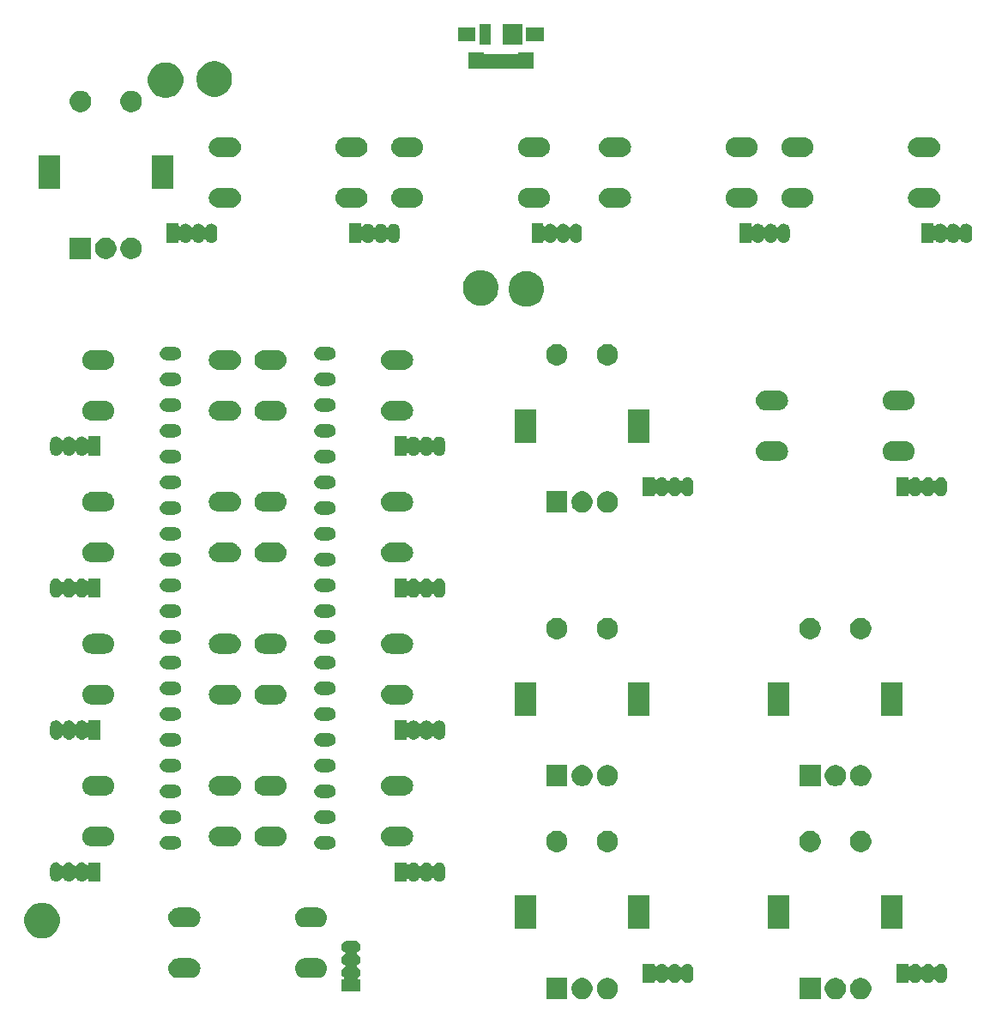
<source format=gbr>
G04 #@! TF.GenerationSoftware,KiCad,Pcbnew,(5.1.6)-1*
G04 #@! TF.CreationDate,2021-01-19T20:21:15+00:00*
G04 #@! TF.ProjectId,scope_user_interface,73636f70-655f-4757-9365-725f696e7465,rev?*
G04 #@! TF.SameCoordinates,Original*
G04 #@! TF.FileFunction,Soldermask,Top*
G04 #@! TF.FilePolarity,Negative*
%FSLAX46Y46*%
G04 Gerber Fmt 4.6, Leading zero omitted, Abs format (unit mm)*
G04 Created by KiCad (PCBNEW (5.1.6)-1) date 2021-01-19 20:21:15*
%MOMM*%
%LPD*%
G01*
G04 APERTURE LIST*
%ADD10C,0.100000*%
G04 APERTURE END LIST*
D10*
G36*
X185806564Y-144489389D02*
G01*
X185997070Y-144568299D01*
X185997835Y-144568616D01*
X186169973Y-144683635D01*
X186316365Y-144830027D01*
X186397197Y-144951000D01*
X186431385Y-145002167D01*
X186510611Y-145193436D01*
X186551000Y-145396484D01*
X186551000Y-145603516D01*
X186510611Y-145806564D01*
X186431385Y-145997833D01*
X186431384Y-145997835D01*
X186316365Y-146169973D01*
X186169973Y-146316365D01*
X185997835Y-146431384D01*
X185997834Y-146431385D01*
X185997833Y-146431385D01*
X185806564Y-146510611D01*
X185603516Y-146551000D01*
X185396484Y-146551000D01*
X185193436Y-146510611D01*
X185002167Y-146431385D01*
X185002166Y-146431385D01*
X185002165Y-146431384D01*
X184830027Y-146316365D01*
X184683635Y-146169973D01*
X184568616Y-145997835D01*
X184568615Y-145997833D01*
X184489389Y-145806564D01*
X184449000Y-145603516D01*
X184449000Y-145396484D01*
X184489389Y-145193436D01*
X184568615Y-145002167D01*
X184602804Y-144951000D01*
X184683635Y-144830027D01*
X184830027Y-144683635D01*
X185002165Y-144568616D01*
X185002930Y-144568299D01*
X185193436Y-144489389D01*
X185396484Y-144449000D01*
X185603516Y-144449000D01*
X185806564Y-144489389D01*
G37*
G36*
X183306564Y-144489389D02*
G01*
X183497070Y-144568299D01*
X183497835Y-144568616D01*
X183669973Y-144683635D01*
X183816365Y-144830027D01*
X183897197Y-144951000D01*
X183931385Y-145002167D01*
X184010611Y-145193436D01*
X184051000Y-145396484D01*
X184051000Y-145603516D01*
X184010611Y-145806564D01*
X183931385Y-145997833D01*
X183931384Y-145997835D01*
X183816365Y-146169973D01*
X183669973Y-146316365D01*
X183497835Y-146431384D01*
X183497834Y-146431385D01*
X183497833Y-146431385D01*
X183306564Y-146510611D01*
X183103516Y-146551000D01*
X182896484Y-146551000D01*
X182693436Y-146510611D01*
X182502167Y-146431385D01*
X182502166Y-146431385D01*
X182502165Y-146431384D01*
X182330027Y-146316365D01*
X182183635Y-146169973D01*
X182068616Y-145997835D01*
X182068615Y-145997833D01*
X181989389Y-145806564D01*
X181949000Y-145603516D01*
X181949000Y-145396484D01*
X181989389Y-145193436D01*
X182068615Y-145002167D01*
X182102804Y-144951000D01*
X182183635Y-144830027D01*
X182330027Y-144683635D01*
X182502165Y-144568616D01*
X182502930Y-144568299D01*
X182693436Y-144489389D01*
X182896484Y-144449000D01*
X183103516Y-144449000D01*
X183306564Y-144489389D01*
G37*
G36*
X181551000Y-146551000D02*
G01*
X179449000Y-146551000D01*
X179449000Y-144449000D01*
X181551000Y-144449000D01*
X181551000Y-146551000D01*
G37*
G36*
X156551000Y-146551000D02*
G01*
X154449000Y-146551000D01*
X154449000Y-144449000D01*
X156551000Y-144449000D01*
X156551000Y-146551000D01*
G37*
G36*
X160806564Y-144489389D02*
G01*
X160997070Y-144568299D01*
X160997835Y-144568616D01*
X161169973Y-144683635D01*
X161316365Y-144830027D01*
X161397197Y-144951000D01*
X161431385Y-145002167D01*
X161510611Y-145193436D01*
X161551000Y-145396484D01*
X161551000Y-145603516D01*
X161510611Y-145806564D01*
X161431385Y-145997833D01*
X161431384Y-145997835D01*
X161316365Y-146169973D01*
X161169973Y-146316365D01*
X160997835Y-146431384D01*
X160997834Y-146431385D01*
X160997833Y-146431385D01*
X160806564Y-146510611D01*
X160603516Y-146551000D01*
X160396484Y-146551000D01*
X160193436Y-146510611D01*
X160002167Y-146431385D01*
X160002166Y-146431385D01*
X160002165Y-146431384D01*
X159830027Y-146316365D01*
X159683635Y-146169973D01*
X159568616Y-145997835D01*
X159568615Y-145997833D01*
X159489389Y-145806564D01*
X159449000Y-145603516D01*
X159449000Y-145396484D01*
X159489389Y-145193436D01*
X159568615Y-145002167D01*
X159602804Y-144951000D01*
X159683635Y-144830027D01*
X159830027Y-144683635D01*
X160002165Y-144568616D01*
X160002930Y-144568299D01*
X160193436Y-144489389D01*
X160396484Y-144449000D01*
X160603516Y-144449000D01*
X160806564Y-144489389D01*
G37*
G36*
X158306564Y-144489389D02*
G01*
X158497070Y-144568299D01*
X158497835Y-144568616D01*
X158669973Y-144683635D01*
X158816365Y-144830027D01*
X158897197Y-144951000D01*
X158931385Y-145002167D01*
X159010611Y-145193436D01*
X159051000Y-145396484D01*
X159051000Y-145603516D01*
X159010611Y-145806564D01*
X158931385Y-145997833D01*
X158931384Y-145997835D01*
X158816365Y-146169973D01*
X158669973Y-146316365D01*
X158497835Y-146431384D01*
X158497834Y-146431385D01*
X158497833Y-146431385D01*
X158306564Y-146510611D01*
X158103516Y-146551000D01*
X157896484Y-146551000D01*
X157693436Y-146510611D01*
X157502167Y-146431385D01*
X157502166Y-146431385D01*
X157502165Y-146431384D01*
X157330027Y-146316365D01*
X157183635Y-146169973D01*
X157068616Y-145997835D01*
X157068615Y-145997833D01*
X156989389Y-145806564D01*
X156949000Y-145603516D01*
X156949000Y-145396484D01*
X156989389Y-145193436D01*
X157068615Y-145002167D01*
X157102804Y-144951000D01*
X157183635Y-144830027D01*
X157330027Y-144683635D01*
X157502165Y-144568616D01*
X157502930Y-144568299D01*
X157693436Y-144489389D01*
X157896484Y-144449000D01*
X158103516Y-144449000D01*
X158306564Y-144489389D01*
G37*
G36*
X135622482Y-140806826D02*
G01*
X135679876Y-140812479D01*
X135753517Y-140834818D01*
X135790338Y-140845987D01*
X135892140Y-140900402D01*
X135981370Y-140973630D01*
X136054598Y-141062860D01*
X136109013Y-141164662D01*
X136109013Y-141164663D01*
X136142521Y-141275124D01*
X136153835Y-141390000D01*
X136142521Y-141504876D01*
X136120182Y-141578517D01*
X136109013Y-141615338D01*
X136054598Y-141717140D01*
X135981370Y-141806370D01*
X135892140Y-141879598D01*
X135826355Y-141914761D01*
X135805981Y-141928375D01*
X135788654Y-141945702D01*
X135775040Y-141966076D01*
X135765663Y-141988715D01*
X135760883Y-142012749D01*
X135760883Y-142037253D01*
X135765664Y-142061286D01*
X135775041Y-142083925D01*
X135788655Y-142104299D01*
X135805982Y-142121626D01*
X135826355Y-142135239D01*
X135892140Y-142170402D01*
X135981370Y-142243630D01*
X136054598Y-142332860D01*
X136109013Y-142434662D01*
X136109013Y-142434663D01*
X136142521Y-142545124D01*
X136153835Y-142660000D01*
X136142521Y-142774876D01*
X136132920Y-142806525D01*
X136109013Y-142885338D01*
X136054598Y-142987140D01*
X135981370Y-143076370D01*
X135892140Y-143149598D01*
X135826355Y-143184761D01*
X135805981Y-143198375D01*
X135788654Y-143215702D01*
X135775040Y-143236076D01*
X135765663Y-143258715D01*
X135760883Y-143282749D01*
X135760883Y-143307253D01*
X135765664Y-143331286D01*
X135775041Y-143353925D01*
X135788655Y-143374299D01*
X135805982Y-143391626D01*
X135826355Y-143405239D01*
X135892140Y-143440402D01*
X135981370Y-143513630D01*
X136054598Y-143602860D01*
X136109013Y-143704662D01*
X136109013Y-143704663D01*
X136142521Y-143815124D01*
X136153835Y-143930000D01*
X136142521Y-144044876D01*
X136120182Y-144118517D01*
X136109013Y-144155338D01*
X136054598Y-144257140D01*
X135981370Y-144346370D01*
X135925311Y-144392375D01*
X135907984Y-144409702D01*
X135894370Y-144430076D01*
X135884993Y-144452715D01*
X135880212Y-144476748D01*
X135880212Y-144501252D01*
X135884992Y-144525285D01*
X135894369Y-144547924D01*
X135907983Y-144568299D01*
X135925310Y-144585626D01*
X135945684Y-144599240D01*
X135968323Y-144608617D01*
X135992356Y-144613398D01*
X136004609Y-144614000D01*
X136151000Y-144614000D01*
X136151000Y-145786000D01*
X134249000Y-145786000D01*
X134249000Y-144614000D01*
X134395391Y-144614000D01*
X134419777Y-144611598D01*
X134443226Y-144604485D01*
X134464837Y-144592934D01*
X134483779Y-144577389D01*
X134499324Y-144558447D01*
X134510875Y-144536836D01*
X134517988Y-144513387D01*
X134520390Y-144489001D01*
X134517988Y-144464615D01*
X134510875Y-144441166D01*
X134499324Y-144419555D01*
X134483779Y-144400613D01*
X134474689Y-144392375D01*
X134418630Y-144346370D01*
X134345402Y-144257140D01*
X134290987Y-144155338D01*
X134279818Y-144118517D01*
X134257479Y-144044876D01*
X134246165Y-143930000D01*
X134257479Y-143815124D01*
X134290987Y-143704663D01*
X134290987Y-143704662D01*
X134345402Y-143602860D01*
X134418630Y-143513630D01*
X134507860Y-143440402D01*
X134573645Y-143405239D01*
X134594019Y-143391625D01*
X134611346Y-143374298D01*
X134624960Y-143353924D01*
X134634337Y-143331285D01*
X134639117Y-143307251D01*
X134639117Y-143282747D01*
X134634336Y-143258714D01*
X134624959Y-143236075D01*
X134611345Y-143215701D01*
X134594018Y-143198374D01*
X134573645Y-143184761D01*
X134507860Y-143149598D01*
X134418630Y-143076370D01*
X134345402Y-142987140D01*
X134290987Y-142885338D01*
X134267080Y-142806525D01*
X134257479Y-142774876D01*
X134246165Y-142660000D01*
X134257479Y-142545124D01*
X134290987Y-142434663D01*
X134290987Y-142434662D01*
X134345402Y-142332860D01*
X134418630Y-142243630D01*
X134507860Y-142170402D01*
X134573645Y-142135239D01*
X134594019Y-142121625D01*
X134611346Y-142104298D01*
X134624960Y-142083924D01*
X134634337Y-142061285D01*
X134639117Y-142037251D01*
X134639117Y-142012747D01*
X134634336Y-141988714D01*
X134624959Y-141966075D01*
X134611345Y-141945701D01*
X134594018Y-141928374D01*
X134573645Y-141914761D01*
X134507860Y-141879598D01*
X134418630Y-141806370D01*
X134345402Y-141717140D01*
X134290987Y-141615338D01*
X134279818Y-141578517D01*
X134257479Y-141504876D01*
X134246165Y-141390000D01*
X134257479Y-141275124D01*
X134290987Y-141164663D01*
X134290987Y-141164662D01*
X134345402Y-141062860D01*
X134418630Y-140973630D01*
X134507860Y-140900402D01*
X134609662Y-140845987D01*
X134646483Y-140834818D01*
X134720124Y-140812479D01*
X134777518Y-140806826D01*
X134806214Y-140804000D01*
X135593786Y-140804000D01*
X135622482Y-140806826D01*
G37*
G36*
X168524875Y-143057479D02*
G01*
X168587147Y-143076369D01*
X168635337Y-143090987D01*
X168737139Y-143145402D01*
X168785098Y-143184761D01*
X168826369Y-143218631D01*
X168899598Y-143307861D01*
X168899599Y-143307863D01*
X168954013Y-143409662D01*
X168954524Y-143411347D01*
X168987521Y-143520124D01*
X168996000Y-143606215D01*
X168996000Y-144393785D01*
X168987521Y-144479876D01*
X168976563Y-144516000D01*
X168954013Y-144590338D01*
X168899598Y-144692140D01*
X168826370Y-144781370D01*
X168737140Y-144854598D01*
X168635338Y-144909013D01*
X168598517Y-144920182D01*
X168524876Y-144942521D01*
X168410000Y-144953835D01*
X168295125Y-144942521D01*
X168221484Y-144920182D01*
X168184663Y-144909013D01*
X168082861Y-144854598D01*
X167993631Y-144781370D01*
X167920402Y-144692138D01*
X167885240Y-144626355D01*
X167871627Y-144605980D01*
X167854300Y-144588653D01*
X167833925Y-144575040D01*
X167811286Y-144565662D01*
X167787253Y-144560882D01*
X167762749Y-144560882D01*
X167738716Y-144565662D01*
X167716077Y-144575040D01*
X167695702Y-144588653D01*
X167678375Y-144605980D01*
X167664762Y-144626354D01*
X167629598Y-144692140D01*
X167556370Y-144781370D01*
X167467140Y-144854598D01*
X167365338Y-144909013D01*
X167328517Y-144920182D01*
X167254876Y-144942521D01*
X167140000Y-144953835D01*
X167025125Y-144942521D01*
X166951484Y-144920182D01*
X166914663Y-144909013D01*
X166812861Y-144854598D01*
X166723631Y-144781370D01*
X166650402Y-144692138D01*
X166615240Y-144626355D01*
X166601627Y-144605980D01*
X166584300Y-144588653D01*
X166563925Y-144575040D01*
X166541286Y-144565662D01*
X166517253Y-144560882D01*
X166492749Y-144560882D01*
X166468716Y-144565662D01*
X166446077Y-144575040D01*
X166425702Y-144588653D01*
X166408375Y-144605980D01*
X166394762Y-144626354D01*
X166359598Y-144692140D01*
X166286370Y-144781370D01*
X166197140Y-144854598D01*
X166095338Y-144909013D01*
X166058517Y-144920182D01*
X165984876Y-144942521D01*
X165870000Y-144953835D01*
X165755125Y-144942521D01*
X165681484Y-144920182D01*
X165644663Y-144909013D01*
X165542861Y-144854598D01*
X165453631Y-144781370D01*
X165407625Y-144725310D01*
X165390298Y-144707983D01*
X165369924Y-144694369D01*
X165347285Y-144684992D01*
X165323252Y-144680211D01*
X165298748Y-144680211D01*
X165274714Y-144684991D01*
X165252076Y-144694368D01*
X165231701Y-144707982D01*
X165214374Y-144725309D01*
X165200760Y-144745683D01*
X165191383Y-144768322D01*
X165186602Y-144792355D01*
X165186000Y-144804608D01*
X165186000Y-144951000D01*
X164014000Y-144951000D01*
X164014000Y-143049000D01*
X165186000Y-143049000D01*
X165186000Y-143195392D01*
X165188402Y-143219778D01*
X165195515Y-143243227D01*
X165207066Y-143264838D01*
X165222611Y-143283780D01*
X165241553Y-143299325D01*
X165263164Y-143310876D01*
X165286613Y-143317989D01*
X165310999Y-143320391D01*
X165335385Y-143317989D01*
X165358834Y-143310876D01*
X165380445Y-143299325D01*
X165399387Y-143283780D01*
X165407625Y-143274690D01*
X165438129Y-143237521D01*
X165453631Y-143218631D01*
X165542861Y-143145402D01*
X165581608Y-143124691D01*
X165644662Y-143090987D01*
X165692852Y-143076369D01*
X165755124Y-143057479D01*
X165870000Y-143046165D01*
X165984875Y-143057479D01*
X166047147Y-143076369D01*
X166095337Y-143090987D01*
X166197139Y-143145402D01*
X166245098Y-143184761D01*
X166286369Y-143218631D01*
X166359097Y-143307251D01*
X166359601Y-143307865D01*
X166394761Y-143373645D01*
X166408374Y-143394020D01*
X166425701Y-143411347D01*
X166446076Y-143424960D01*
X166468715Y-143434338D01*
X166492748Y-143439118D01*
X166517252Y-143439118D01*
X166541285Y-143434338D01*
X166563924Y-143424960D01*
X166584299Y-143411347D01*
X166601626Y-143394020D01*
X166615239Y-143373646D01*
X166650402Y-143307861D01*
X166708129Y-143237521D01*
X166723631Y-143218631D01*
X166812861Y-143145402D01*
X166851608Y-143124691D01*
X166914662Y-143090987D01*
X166962852Y-143076369D01*
X167025124Y-143057479D01*
X167140000Y-143046165D01*
X167254875Y-143057479D01*
X167317147Y-143076369D01*
X167365337Y-143090987D01*
X167467139Y-143145402D01*
X167515098Y-143184761D01*
X167556369Y-143218631D01*
X167629097Y-143307251D01*
X167629601Y-143307865D01*
X167664761Y-143373645D01*
X167678374Y-143394020D01*
X167695701Y-143411347D01*
X167716076Y-143424960D01*
X167738715Y-143434338D01*
X167762748Y-143439118D01*
X167787252Y-143439118D01*
X167811285Y-143434338D01*
X167833924Y-143424960D01*
X167854299Y-143411347D01*
X167871626Y-143394020D01*
X167885239Y-143373646D01*
X167920402Y-143307861D01*
X167978129Y-143237521D01*
X167993631Y-143218631D01*
X168082861Y-143145402D01*
X168121608Y-143124691D01*
X168184662Y-143090987D01*
X168232852Y-143076369D01*
X168295124Y-143057479D01*
X168410000Y-143046165D01*
X168524875Y-143057479D01*
G37*
G36*
X193524875Y-143057479D02*
G01*
X193587147Y-143076369D01*
X193635337Y-143090987D01*
X193737139Y-143145402D01*
X193785098Y-143184761D01*
X193826369Y-143218631D01*
X193899598Y-143307861D01*
X193899599Y-143307863D01*
X193954013Y-143409662D01*
X193954524Y-143411347D01*
X193987521Y-143520124D01*
X193996000Y-143606215D01*
X193996000Y-144393785D01*
X193987521Y-144479876D01*
X193976563Y-144516000D01*
X193954013Y-144590338D01*
X193899598Y-144692140D01*
X193826370Y-144781370D01*
X193737140Y-144854598D01*
X193635338Y-144909013D01*
X193598517Y-144920182D01*
X193524876Y-144942521D01*
X193410000Y-144953835D01*
X193295125Y-144942521D01*
X193221484Y-144920182D01*
X193184663Y-144909013D01*
X193082861Y-144854598D01*
X192993631Y-144781370D01*
X192920402Y-144692138D01*
X192885240Y-144626355D01*
X192871627Y-144605980D01*
X192854300Y-144588653D01*
X192833925Y-144575040D01*
X192811286Y-144565662D01*
X192787253Y-144560882D01*
X192762749Y-144560882D01*
X192738716Y-144565662D01*
X192716077Y-144575040D01*
X192695702Y-144588653D01*
X192678375Y-144605980D01*
X192664762Y-144626354D01*
X192629598Y-144692140D01*
X192556370Y-144781370D01*
X192467140Y-144854598D01*
X192365338Y-144909013D01*
X192328517Y-144920182D01*
X192254876Y-144942521D01*
X192140000Y-144953835D01*
X192025125Y-144942521D01*
X191951484Y-144920182D01*
X191914663Y-144909013D01*
X191812861Y-144854598D01*
X191723631Y-144781370D01*
X191650402Y-144692138D01*
X191615240Y-144626355D01*
X191601627Y-144605980D01*
X191584300Y-144588653D01*
X191563925Y-144575040D01*
X191541286Y-144565662D01*
X191517253Y-144560882D01*
X191492749Y-144560882D01*
X191468716Y-144565662D01*
X191446077Y-144575040D01*
X191425702Y-144588653D01*
X191408375Y-144605980D01*
X191394762Y-144626354D01*
X191359598Y-144692140D01*
X191286370Y-144781370D01*
X191197140Y-144854598D01*
X191095338Y-144909013D01*
X191058517Y-144920182D01*
X190984876Y-144942521D01*
X190870000Y-144953835D01*
X190755125Y-144942521D01*
X190681484Y-144920182D01*
X190644663Y-144909013D01*
X190542861Y-144854598D01*
X190453631Y-144781370D01*
X190407625Y-144725310D01*
X190390298Y-144707983D01*
X190369924Y-144694369D01*
X190347285Y-144684992D01*
X190323252Y-144680211D01*
X190298748Y-144680211D01*
X190274714Y-144684991D01*
X190252076Y-144694368D01*
X190231701Y-144707982D01*
X190214374Y-144725309D01*
X190200760Y-144745683D01*
X190191383Y-144768322D01*
X190186602Y-144792355D01*
X190186000Y-144804608D01*
X190186000Y-144951000D01*
X189014000Y-144951000D01*
X189014000Y-143049000D01*
X190186000Y-143049000D01*
X190186000Y-143195392D01*
X190188402Y-143219778D01*
X190195515Y-143243227D01*
X190207066Y-143264838D01*
X190222611Y-143283780D01*
X190241553Y-143299325D01*
X190263164Y-143310876D01*
X190286613Y-143317989D01*
X190310999Y-143320391D01*
X190335385Y-143317989D01*
X190358834Y-143310876D01*
X190380445Y-143299325D01*
X190399387Y-143283780D01*
X190407625Y-143274690D01*
X190438129Y-143237521D01*
X190453631Y-143218631D01*
X190542861Y-143145402D01*
X190581608Y-143124691D01*
X190644662Y-143090987D01*
X190692852Y-143076369D01*
X190755124Y-143057479D01*
X190870000Y-143046165D01*
X190984875Y-143057479D01*
X191047147Y-143076369D01*
X191095337Y-143090987D01*
X191197139Y-143145402D01*
X191245098Y-143184761D01*
X191286369Y-143218631D01*
X191359097Y-143307251D01*
X191359601Y-143307865D01*
X191394761Y-143373645D01*
X191408374Y-143394020D01*
X191425701Y-143411347D01*
X191446076Y-143424960D01*
X191468715Y-143434338D01*
X191492748Y-143439118D01*
X191517252Y-143439118D01*
X191541285Y-143434338D01*
X191563924Y-143424960D01*
X191584299Y-143411347D01*
X191601626Y-143394020D01*
X191615239Y-143373646D01*
X191650402Y-143307861D01*
X191708129Y-143237521D01*
X191723631Y-143218631D01*
X191812861Y-143145402D01*
X191851608Y-143124691D01*
X191914662Y-143090987D01*
X191962852Y-143076369D01*
X192025124Y-143057479D01*
X192140000Y-143046165D01*
X192254875Y-143057479D01*
X192317147Y-143076369D01*
X192365337Y-143090987D01*
X192467139Y-143145402D01*
X192515098Y-143184761D01*
X192556369Y-143218631D01*
X192629097Y-143307251D01*
X192629601Y-143307865D01*
X192664761Y-143373645D01*
X192678374Y-143394020D01*
X192695701Y-143411347D01*
X192716076Y-143424960D01*
X192738715Y-143434338D01*
X192762748Y-143439118D01*
X192787252Y-143439118D01*
X192811285Y-143434338D01*
X192833924Y-143424960D01*
X192854299Y-143411347D01*
X192871626Y-143394020D01*
X192885239Y-143373646D01*
X192920402Y-143307861D01*
X192978129Y-143237521D01*
X192993631Y-143218631D01*
X193082861Y-143145402D01*
X193121608Y-143124691D01*
X193184662Y-143090987D01*
X193232852Y-143076369D01*
X193295124Y-143057479D01*
X193410000Y-143046165D01*
X193524875Y-143057479D01*
G37*
G36*
X119444739Y-142528707D02*
G01*
X119540329Y-142538122D01*
X119724306Y-142593931D01*
X119724309Y-142593932D01*
X119814225Y-142641994D01*
X119893860Y-142684559D01*
X119940035Y-142722454D01*
X120042476Y-142806524D01*
X120107155Y-142885337D01*
X120164441Y-142955140D01*
X120181545Y-142987140D01*
X120255068Y-143124691D01*
X120255069Y-143124694D01*
X120310878Y-143308671D01*
X120329722Y-143500000D01*
X120310878Y-143691329D01*
X120306833Y-143704662D01*
X120255068Y-143875309D01*
X120225835Y-143930000D01*
X120164441Y-144044860D01*
X120126546Y-144091035D01*
X120042476Y-144193476D01*
X119940035Y-144277546D01*
X119893860Y-144315441D01*
X119814225Y-144358006D01*
X119724309Y-144406068D01*
X119724306Y-144406069D01*
X119540329Y-144461878D01*
X119444739Y-144471293D01*
X119396945Y-144476000D01*
X118103055Y-144476000D01*
X118055261Y-144471293D01*
X117959671Y-144461878D01*
X117775694Y-144406069D01*
X117775691Y-144406068D01*
X117685775Y-144358006D01*
X117606140Y-144315441D01*
X117559965Y-144277546D01*
X117457524Y-144193476D01*
X117373454Y-144091035D01*
X117335559Y-144044860D01*
X117274165Y-143930000D01*
X117244932Y-143875309D01*
X117193167Y-143704662D01*
X117189122Y-143691329D01*
X117170278Y-143500000D01*
X117189122Y-143308671D01*
X117244931Y-143124694D01*
X117244932Y-143124691D01*
X117318455Y-142987140D01*
X117335559Y-142955140D01*
X117392845Y-142885337D01*
X117457524Y-142806524D01*
X117559965Y-142722454D01*
X117606140Y-142684559D01*
X117685775Y-142641994D01*
X117775691Y-142593932D01*
X117775694Y-142593931D01*
X117959671Y-142538122D01*
X118055261Y-142528707D01*
X118103055Y-142524000D01*
X119396945Y-142524000D01*
X119444739Y-142528707D01*
G37*
G36*
X131944739Y-142528707D02*
G01*
X132040329Y-142538122D01*
X132224306Y-142593931D01*
X132224309Y-142593932D01*
X132314225Y-142641994D01*
X132393860Y-142684559D01*
X132440035Y-142722454D01*
X132542476Y-142806524D01*
X132607155Y-142885337D01*
X132664441Y-142955140D01*
X132681545Y-142987140D01*
X132755068Y-143124691D01*
X132755069Y-143124694D01*
X132810878Y-143308671D01*
X132829722Y-143500000D01*
X132810878Y-143691329D01*
X132806833Y-143704662D01*
X132755068Y-143875309D01*
X132725835Y-143930000D01*
X132664441Y-144044860D01*
X132626546Y-144091035D01*
X132542476Y-144193476D01*
X132440035Y-144277546D01*
X132393860Y-144315441D01*
X132314225Y-144358006D01*
X132224309Y-144406068D01*
X132224306Y-144406069D01*
X132040329Y-144461878D01*
X131944739Y-144471293D01*
X131896945Y-144476000D01*
X130603055Y-144476000D01*
X130555261Y-144471293D01*
X130459671Y-144461878D01*
X130275694Y-144406069D01*
X130275691Y-144406068D01*
X130185775Y-144358006D01*
X130106140Y-144315441D01*
X130059965Y-144277546D01*
X129957524Y-144193476D01*
X129873454Y-144091035D01*
X129835559Y-144044860D01*
X129774165Y-143930000D01*
X129744932Y-143875309D01*
X129693167Y-143704662D01*
X129689122Y-143691329D01*
X129670278Y-143500000D01*
X129689122Y-143308671D01*
X129744931Y-143124694D01*
X129744932Y-143124691D01*
X129818455Y-142987140D01*
X129835559Y-142955140D01*
X129892845Y-142885337D01*
X129957524Y-142806524D01*
X130059965Y-142722454D01*
X130106140Y-142684559D01*
X130185775Y-142641994D01*
X130275691Y-142593932D01*
X130275694Y-142593931D01*
X130459671Y-142538122D01*
X130555261Y-142528707D01*
X130603055Y-142524000D01*
X131896945Y-142524000D01*
X131944739Y-142528707D01*
G37*
G36*
X105097985Y-137093860D02*
G01*
X105210748Y-137116290D01*
X105342741Y-137170963D01*
X105529408Y-137248283D01*
X105816196Y-137439909D01*
X106060091Y-137683804D01*
X106251717Y-137970592D01*
X106383710Y-138289253D01*
X106451000Y-138627540D01*
X106451000Y-138972460D01*
X106383710Y-139310747D01*
X106251717Y-139629408D01*
X106060091Y-139916196D01*
X105816196Y-140160091D01*
X105529408Y-140351717D01*
X105342741Y-140429037D01*
X105210748Y-140483710D01*
X105097985Y-140506140D01*
X104872460Y-140551000D01*
X104527540Y-140551000D01*
X104302015Y-140506140D01*
X104189252Y-140483710D01*
X104057259Y-140429037D01*
X103870592Y-140351717D01*
X103583804Y-140160091D01*
X103339909Y-139916196D01*
X103148283Y-139629408D01*
X103016290Y-139310747D01*
X102949000Y-138972460D01*
X102949000Y-138627540D01*
X103016290Y-138289253D01*
X103148283Y-137970592D01*
X103339909Y-137683804D01*
X103583804Y-137439909D01*
X103870592Y-137248283D01*
X104057259Y-137170963D01*
X104189252Y-137116290D01*
X104302015Y-137093860D01*
X104527540Y-137049000D01*
X104872460Y-137049000D01*
X105097985Y-137093860D01*
G37*
G36*
X189651000Y-139651000D02*
G01*
X187549000Y-139651000D01*
X187549000Y-136349000D01*
X189651000Y-136349000D01*
X189651000Y-139651000D01*
G37*
G36*
X153451000Y-139651000D02*
G01*
X151349000Y-139651000D01*
X151349000Y-136349000D01*
X153451000Y-136349000D01*
X153451000Y-139651000D01*
G37*
G36*
X164651000Y-139651000D02*
G01*
X162549000Y-139651000D01*
X162549000Y-136349000D01*
X164651000Y-136349000D01*
X164651000Y-139651000D01*
G37*
G36*
X178451000Y-139651000D02*
G01*
X176349000Y-139651000D01*
X176349000Y-136349000D01*
X178451000Y-136349000D01*
X178451000Y-139651000D01*
G37*
G36*
X131944739Y-137528707D02*
G01*
X132040329Y-137538122D01*
X132224306Y-137593931D01*
X132224309Y-137593932D01*
X132314225Y-137641994D01*
X132393860Y-137684559D01*
X132440035Y-137722454D01*
X132542476Y-137806524D01*
X132626546Y-137908965D01*
X132664441Y-137955140D01*
X132672700Y-137970592D01*
X132755068Y-138124691D01*
X132755069Y-138124694D01*
X132810878Y-138308671D01*
X132829722Y-138500000D01*
X132810878Y-138691329D01*
X132755069Y-138875306D01*
X132755068Y-138875309D01*
X132707006Y-138965225D01*
X132664441Y-139044860D01*
X132626546Y-139091035D01*
X132542476Y-139193476D01*
X132440035Y-139277546D01*
X132393860Y-139315441D01*
X132314225Y-139358006D01*
X132224309Y-139406068D01*
X132224306Y-139406069D01*
X132040329Y-139461878D01*
X131944739Y-139471293D01*
X131896945Y-139476000D01*
X130603055Y-139476000D01*
X130555261Y-139471293D01*
X130459671Y-139461878D01*
X130275694Y-139406069D01*
X130275691Y-139406068D01*
X130185775Y-139358006D01*
X130106140Y-139315441D01*
X130059965Y-139277546D01*
X129957524Y-139193476D01*
X129873454Y-139091035D01*
X129835559Y-139044860D01*
X129792994Y-138965225D01*
X129744932Y-138875309D01*
X129744931Y-138875306D01*
X129689122Y-138691329D01*
X129670278Y-138500000D01*
X129689122Y-138308671D01*
X129744931Y-138124694D01*
X129744932Y-138124691D01*
X129827300Y-137970592D01*
X129835559Y-137955140D01*
X129873454Y-137908965D01*
X129957524Y-137806524D01*
X130059965Y-137722454D01*
X130106140Y-137684559D01*
X130185775Y-137641994D01*
X130275691Y-137593932D01*
X130275694Y-137593931D01*
X130459671Y-137538122D01*
X130555261Y-137528707D01*
X130603055Y-137524000D01*
X131896945Y-137524000D01*
X131944739Y-137528707D01*
G37*
G36*
X119444739Y-137528707D02*
G01*
X119540329Y-137538122D01*
X119724306Y-137593931D01*
X119724309Y-137593932D01*
X119814225Y-137641994D01*
X119893860Y-137684559D01*
X119940035Y-137722454D01*
X120042476Y-137806524D01*
X120126546Y-137908965D01*
X120164441Y-137955140D01*
X120172700Y-137970592D01*
X120255068Y-138124691D01*
X120255069Y-138124694D01*
X120310878Y-138308671D01*
X120329722Y-138500000D01*
X120310878Y-138691329D01*
X120255069Y-138875306D01*
X120255068Y-138875309D01*
X120207006Y-138965225D01*
X120164441Y-139044860D01*
X120126546Y-139091035D01*
X120042476Y-139193476D01*
X119940035Y-139277546D01*
X119893860Y-139315441D01*
X119814225Y-139358006D01*
X119724309Y-139406068D01*
X119724306Y-139406069D01*
X119540329Y-139461878D01*
X119444739Y-139471293D01*
X119396945Y-139476000D01*
X118103055Y-139476000D01*
X118055261Y-139471293D01*
X117959671Y-139461878D01*
X117775694Y-139406069D01*
X117775691Y-139406068D01*
X117685775Y-139358006D01*
X117606140Y-139315441D01*
X117559965Y-139277546D01*
X117457524Y-139193476D01*
X117373454Y-139091035D01*
X117335559Y-139044860D01*
X117292994Y-138965225D01*
X117244932Y-138875309D01*
X117244931Y-138875306D01*
X117189122Y-138691329D01*
X117170278Y-138500000D01*
X117189122Y-138308671D01*
X117244931Y-138124694D01*
X117244932Y-138124691D01*
X117327300Y-137970592D01*
X117335559Y-137955140D01*
X117373454Y-137908965D01*
X117457524Y-137806524D01*
X117559965Y-137722454D01*
X117606140Y-137684559D01*
X117685775Y-137641994D01*
X117775691Y-137593932D01*
X117775694Y-137593931D01*
X117959671Y-137538122D01*
X118055261Y-137528707D01*
X118103055Y-137524000D01*
X119396945Y-137524000D01*
X119444739Y-137528707D01*
G37*
G36*
X108744876Y-133057479D02*
G01*
X108818517Y-133079818D01*
X108855338Y-133090987D01*
X108957140Y-133145402D01*
X109046370Y-133218630D01*
X109092375Y-133274689D01*
X109109702Y-133292016D01*
X109130076Y-133305630D01*
X109152715Y-133315007D01*
X109176748Y-133319788D01*
X109201252Y-133319788D01*
X109225285Y-133315008D01*
X109247924Y-133305631D01*
X109268299Y-133292017D01*
X109285626Y-133274690D01*
X109299240Y-133254316D01*
X109308617Y-133231677D01*
X109313398Y-133207644D01*
X109314000Y-133195391D01*
X109314000Y-133049000D01*
X110486000Y-133049000D01*
X110486000Y-134951000D01*
X109314000Y-134951000D01*
X109314000Y-134804608D01*
X109311598Y-134780223D01*
X109304485Y-134756774D01*
X109292934Y-134735163D01*
X109277389Y-134716221D01*
X109258447Y-134700676D01*
X109236836Y-134689125D01*
X109213387Y-134682012D01*
X109189001Y-134679610D01*
X109164615Y-134682012D01*
X109141166Y-134689125D01*
X109119555Y-134700676D01*
X109092376Y-134725310D01*
X109046370Y-134781369D01*
X108957139Y-134854598D01*
X108855337Y-134909013D01*
X108818516Y-134920182D01*
X108744875Y-134942521D01*
X108630000Y-134953835D01*
X108515124Y-134942521D01*
X108441483Y-134920182D01*
X108404662Y-134909013D01*
X108302863Y-134854599D01*
X108302861Y-134854598D01*
X108213631Y-134781369D01*
X108153405Y-134707983D01*
X108140402Y-134692139D01*
X108105239Y-134626354D01*
X108091625Y-134605980D01*
X108074298Y-134588653D01*
X108053924Y-134575039D01*
X108031285Y-134565662D01*
X108007251Y-134560882D01*
X107982747Y-134560882D01*
X107958714Y-134565663D01*
X107936075Y-134575040D01*
X107915701Y-134588654D01*
X107898374Y-134605981D01*
X107884761Y-134626355D01*
X107849601Y-134692135D01*
X107849599Y-134692138D01*
X107849598Y-134692139D01*
X107776369Y-134781369D01*
X107762982Y-134792355D01*
X107687139Y-134854598D01*
X107585337Y-134909013D01*
X107548516Y-134920182D01*
X107474875Y-134942521D01*
X107360000Y-134953835D01*
X107245124Y-134942521D01*
X107171483Y-134920182D01*
X107134662Y-134909013D01*
X107032863Y-134854599D01*
X107032861Y-134854598D01*
X106943631Y-134781369D01*
X106883405Y-134707983D01*
X106870402Y-134692139D01*
X106835239Y-134626354D01*
X106821625Y-134605980D01*
X106804298Y-134588653D01*
X106783924Y-134575039D01*
X106761285Y-134565662D01*
X106737251Y-134560882D01*
X106712747Y-134560882D01*
X106688714Y-134565663D01*
X106666075Y-134575040D01*
X106645701Y-134588654D01*
X106628374Y-134605981D01*
X106614761Y-134626355D01*
X106579601Y-134692135D01*
X106579599Y-134692138D01*
X106579598Y-134692139D01*
X106506369Y-134781369D01*
X106492982Y-134792355D01*
X106417139Y-134854598D01*
X106315337Y-134909013D01*
X106278516Y-134920182D01*
X106204875Y-134942521D01*
X106090000Y-134953835D01*
X105975124Y-134942521D01*
X105901483Y-134920182D01*
X105864662Y-134909013D01*
X105762863Y-134854599D01*
X105762861Y-134854598D01*
X105673631Y-134781369D01*
X105613405Y-134707983D01*
X105600402Y-134692139D01*
X105545987Y-134590337D01*
X105534818Y-134553516D01*
X105512479Y-134479875D01*
X105504000Y-134393784D01*
X105504000Y-133606215D01*
X105512479Y-133520124D01*
X105545988Y-133409663D01*
X105593705Y-133320391D01*
X105600403Y-133307860D01*
X105673631Y-133218630D01*
X105762861Y-133145402D01*
X105864663Y-133090987D01*
X105901484Y-133079818D01*
X105975125Y-133057479D01*
X106090000Y-133046165D01*
X106204876Y-133057479D01*
X106278517Y-133079818D01*
X106315338Y-133090987D01*
X106417140Y-133145402D01*
X106506370Y-133218630D01*
X106579599Y-133307862D01*
X106614761Y-133373645D01*
X106628374Y-133394020D01*
X106645701Y-133411347D01*
X106666076Y-133424960D01*
X106688715Y-133434338D01*
X106712748Y-133439118D01*
X106737252Y-133439118D01*
X106761285Y-133434338D01*
X106783924Y-133424960D01*
X106804299Y-133411347D01*
X106821626Y-133394020D01*
X106835239Y-133373646D01*
X106870403Y-133307860D01*
X106943631Y-133218630D01*
X107032861Y-133145402D01*
X107134663Y-133090987D01*
X107171484Y-133079818D01*
X107245125Y-133057479D01*
X107360000Y-133046165D01*
X107474876Y-133057479D01*
X107548517Y-133079818D01*
X107585338Y-133090987D01*
X107687140Y-133145402D01*
X107776370Y-133218630D01*
X107849599Y-133307862D01*
X107884761Y-133373645D01*
X107898374Y-133394020D01*
X107915701Y-133411347D01*
X107936076Y-133424960D01*
X107958715Y-133434338D01*
X107982748Y-133439118D01*
X108007252Y-133439118D01*
X108031285Y-133434338D01*
X108053924Y-133424960D01*
X108074299Y-133411347D01*
X108091626Y-133394020D01*
X108105239Y-133373646D01*
X108140403Y-133307860D01*
X108213631Y-133218630D01*
X108302861Y-133145402D01*
X108404663Y-133090987D01*
X108441484Y-133079818D01*
X108515125Y-133057479D01*
X108630000Y-133046165D01*
X108744876Y-133057479D01*
G37*
G36*
X144024875Y-133057479D02*
G01*
X144098516Y-133079818D01*
X144135337Y-133090987D01*
X144237139Y-133145402D01*
X144294227Y-133192253D01*
X144326369Y-133218631D01*
X144399598Y-133307861D01*
X144399599Y-133307863D01*
X144454013Y-133409662D01*
X144454524Y-133411347D01*
X144487521Y-133520124D01*
X144496000Y-133606215D01*
X144496000Y-134393785D01*
X144487521Y-134479876D01*
X144465182Y-134553517D01*
X144454013Y-134590338D01*
X144399598Y-134692140D01*
X144326370Y-134781370D01*
X144237140Y-134854598D01*
X144135338Y-134909013D01*
X144098517Y-134920182D01*
X144024876Y-134942521D01*
X143910000Y-134953835D01*
X143795125Y-134942521D01*
X143721484Y-134920182D01*
X143684663Y-134909013D01*
X143582861Y-134854598D01*
X143493631Y-134781370D01*
X143420402Y-134692138D01*
X143385240Y-134626355D01*
X143371627Y-134605980D01*
X143354300Y-134588653D01*
X143333925Y-134575040D01*
X143311286Y-134565662D01*
X143287253Y-134560882D01*
X143262749Y-134560882D01*
X143238716Y-134565662D01*
X143216077Y-134575040D01*
X143195702Y-134588653D01*
X143178375Y-134605980D01*
X143164762Y-134626354D01*
X143129598Y-134692140D01*
X143056370Y-134781370D01*
X142967140Y-134854598D01*
X142865338Y-134909013D01*
X142828517Y-134920182D01*
X142754876Y-134942521D01*
X142640000Y-134953835D01*
X142525125Y-134942521D01*
X142451484Y-134920182D01*
X142414663Y-134909013D01*
X142312861Y-134854598D01*
X142223631Y-134781370D01*
X142150402Y-134692138D01*
X142115240Y-134626355D01*
X142101627Y-134605980D01*
X142084300Y-134588653D01*
X142063925Y-134575040D01*
X142041286Y-134565662D01*
X142017253Y-134560882D01*
X141992749Y-134560882D01*
X141968716Y-134565662D01*
X141946077Y-134575040D01*
X141925702Y-134588653D01*
X141908375Y-134605980D01*
X141894762Y-134626354D01*
X141859598Y-134692140D01*
X141786370Y-134781370D01*
X141697140Y-134854598D01*
X141595338Y-134909013D01*
X141558517Y-134920182D01*
X141484876Y-134942521D01*
X141370000Y-134953835D01*
X141255125Y-134942521D01*
X141181484Y-134920182D01*
X141144663Y-134909013D01*
X141042861Y-134854598D01*
X140953631Y-134781370D01*
X140907625Y-134725310D01*
X140890298Y-134707983D01*
X140869924Y-134694369D01*
X140847285Y-134684992D01*
X140823252Y-134680211D01*
X140798748Y-134680211D01*
X140774714Y-134684991D01*
X140752076Y-134694368D01*
X140731701Y-134707982D01*
X140714374Y-134725309D01*
X140700760Y-134745683D01*
X140691383Y-134768322D01*
X140686602Y-134792355D01*
X140686000Y-134804608D01*
X140686000Y-134951000D01*
X139514000Y-134951000D01*
X139514000Y-133049000D01*
X140686000Y-133049000D01*
X140686000Y-133195392D01*
X140688402Y-133219778D01*
X140695515Y-133243227D01*
X140707066Y-133264838D01*
X140722611Y-133283780D01*
X140741553Y-133299325D01*
X140763164Y-133310876D01*
X140786613Y-133317989D01*
X140810999Y-133320391D01*
X140835385Y-133317989D01*
X140858834Y-133310876D01*
X140880445Y-133299325D01*
X140899387Y-133283780D01*
X140907625Y-133274690D01*
X140920987Y-133258409D01*
X140953631Y-133218631D01*
X141042861Y-133145402D01*
X141054507Y-133139177D01*
X141144662Y-133090987D01*
X141181483Y-133079818D01*
X141255124Y-133057479D01*
X141370000Y-133046165D01*
X141484875Y-133057479D01*
X141558516Y-133079818D01*
X141595337Y-133090987D01*
X141697139Y-133145402D01*
X141754227Y-133192253D01*
X141786369Y-133218631D01*
X141857767Y-133305630D01*
X141859601Y-133307865D01*
X141894761Y-133373645D01*
X141908374Y-133394020D01*
X141925701Y-133411347D01*
X141946076Y-133424960D01*
X141968715Y-133434338D01*
X141992748Y-133439118D01*
X142017252Y-133439118D01*
X142041285Y-133434338D01*
X142063924Y-133424960D01*
X142084299Y-133411347D01*
X142101626Y-133394020D01*
X142115239Y-133373646D01*
X142150402Y-133307861D01*
X142223629Y-133218634D01*
X142223631Y-133218631D01*
X142312861Y-133145402D01*
X142324507Y-133139177D01*
X142414662Y-133090987D01*
X142451483Y-133079818D01*
X142525124Y-133057479D01*
X142640000Y-133046165D01*
X142754875Y-133057479D01*
X142828516Y-133079818D01*
X142865337Y-133090987D01*
X142967139Y-133145402D01*
X143024227Y-133192253D01*
X143056369Y-133218631D01*
X143127767Y-133305630D01*
X143129601Y-133307865D01*
X143164761Y-133373645D01*
X143178374Y-133394020D01*
X143195701Y-133411347D01*
X143216076Y-133424960D01*
X143238715Y-133434338D01*
X143262748Y-133439118D01*
X143287252Y-133439118D01*
X143311285Y-133434338D01*
X143333924Y-133424960D01*
X143354299Y-133411347D01*
X143371626Y-133394020D01*
X143385239Y-133373646D01*
X143420402Y-133307861D01*
X143493629Y-133218634D01*
X143493631Y-133218631D01*
X143582861Y-133145402D01*
X143594507Y-133139177D01*
X143684662Y-133090987D01*
X143721483Y-133079818D01*
X143795124Y-133057479D01*
X143910000Y-133046165D01*
X144024875Y-133057479D01*
G37*
G36*
X185806564Y-129989389D02*
G01*
X185997833Y-130068615D01*
X185997835Y-130068616D01*
X186169973Y-130183635D01*
X186316365Y-130330027D01*
X186415906Y-130479000D01*
X186431385Y-130502167D01*
X186510611Y-130693436D01*
X186551000Y-130896484D01*
X186551000Y-131103516D01*
X186510611Y-131306564D01*
X186433211Y-131493425D01*
X186431384Y-131497835D01*
X186316365Y-131669973D01*
X186169973Y-131816365D01*
X185997835Y-131931384D01*
X185997834Y-131931385D01*
X185997833Y-131931385D01*
X185806564Y-132010611D01*
X185603516Y-132051000D01*
X185396484Y-132051000D01*
X185193436Y-132010611D01*
X185002167Y-131931385D01*
X185002166Y-131931385D01*
X185002165Y-131931384D01*
X184830027Y-131816365D01*
X184683635Y-131669973D01*
X184568616Y-131497835D01*
X184566789Y-131493425D01*
X184489389Y-131306564D01*
X184449000Y-131103516D01*
X184449000Y-130896484D01*
X184489389Y-130693436D01*
X184568615Y-130502167D01*
X184584095Y-130479000D01*
X184683635Y-130330027D01*
X184830027Y-130183635D01*
X185002165Y-130068616D01*
X185002167Y-130068615D01*
X185193436Y-129989389D01*
X185396484Y-129949000D01*
X185603516Y-129949000D01*
X185806564Y-129989389D01*
G37*
G36*
X155806564Y-129989389D02*
G01*
X155997833Y-130068615D01*
X155997835Y-130068616D01*
X156169973Y-130183635D01*
X156316365Y-130330027D01*
X156415906Y-130479000D01*
X156431385Y-130502167D01*
X156510611Y-130693436D01*
X156551000Y-130896484D01*
X156551000Y-131103516D01*
X156510611Y-131306564D01*
X156433211Y-131493425D01*
X156431384Y-131497835D01*
X156316365Y-131669973D01*
X156169973Y-131816365D01*
X155997835Y-131931384D01*
X155997834Y-131931385D01*
X155997833Y-131931385D01*
X155806564Y-132010611D01*
X155603516Y-132051000D01*
X155396484Y-132051000D01*
X155193436Y-132010611D01*
X155002167Y-131931385D01*
X155002166Y-131931385D01*
X155002165Y-131931384D01*
X154830027Y-131816365D01*
X154683635Y-131669973D01*
X154568616Y-131497835D01*
X154566789Y-131493425D01*
X154489389Y-131306564D01*
X154449000Y-131103516D01*
X154449000Y-130896484D01*
X154489389Y-130693436D01*
X154568615Y-130502167D01*
X154584095Y-130479000D01*
X154683635Y-130330027D01*
X154830027Y-130183635D01*
X155002165Y-130068616D01*
X155002167Y-130068615D01*
X155193436Y-129989389D01*
X155396484Y-129949000D01*
X155603516Y-129949000D01*
X155806564Y-129989389D01*
G37*
G36*
X160806564Y-129989389D02*
G01*
X160997833Y-130068615D01*
X160997835Y-130068616D01*
X161169973Y-130183635D01*
X161316365Y-130330027D01*
X161415906Y-130479000D01*
X161431385Y-130502167D01*
X161510611Y-130693436D01*
X161551000Y-130896484D01*
X161551000Y-131103516D01*
X161510611Y-131306564D01*
X161433211Y-131493425D01*
X161431384Y-131497835D01*
X161316365Y-131669973D01*
X161169973Y-131816365D01*
X160997835Y-131931384D01*
X160997834Y-131931385D01*
X160997833Y-131931385D01*
X160806564Y-132010611D01*
X160603516Y-132051000D01*
X160396484Y-132051000D01*
X160193436Y-132010611D01*
X160002167Y-131931385D01*
X160002166Y-131931385D01*
X160002165Y-131931384D01*
X159830027Y-131816365D01*
X159683635Y-131669973D01*
X159568616Y-131497835D01*
X159566789Y-131493425D01*
X159489389Y-131306564D01*
X159449000Y-131103516D01*
X159449000Y-130896484D01*
X159489389Y-130693436D01*
X159568615Y-130502167D01*
X159584095Y-130479000D01*
X159683635Y-130330027D01*
X159830027Y-130183635D01*
X160002165Y-130068616D01*
X160002167Y-130068615D01*
X160193436Y-129989389D01*
X160396484Y-129949000D01*
X160603516Y-129949000D01*
X160806564Y-129989389D01*
G37*
G36*
X180806564Y-129989389D02*
G01*
X180997833Y-130068615D01*
X180997835Y-130068616D01*
X181169973Y-130183635D01*
X181316365Y-130330027D01*
X181415906Y-130479000D01*
X181431385Y-130502167D01*
X181510611Y-130693436D01*
X181551000Y-130896484D01*
X181551000Y-131103516D01*
X181510611Y-131306564D01*
X181433211Y-131493425D01*
X181431384Y-131497835D01*
X181316365Y-131669973D01*
X181169973Y-131816365D01*
X180997835Y-131931384D01*
X180997834Y-131931385D01*
X180997833Y-131931385D01*
X180806564Y-132010611D01*
X180603516Y-132051000D01*
X180396484Y-132051000D01*
X180193436Y-132010611D01*
X180002167Y-131931385D01*
X180002166Y-131931385D01*
X180002165Y-131931384D01*
X179830027Y-131816365D01*
X179683635Y-131669973D01*
X179568616Y-131497835D01*
X179566789Y-131493425D01*
X179489389Y-131306564D01*
X179449000Y-131103516D01*
X179449000Y-130896484D01*
X179489389Y-130693436D01*
X179568615Y-130502167D01*
X179584095Y-130479000D01*
X179683635Y-130330027D01*
X179830027Y-130183635D01*
X180002165Y-130068616D01*
X180002167Y-130068615D01*
X180193436Y-129989389D01*
X180396484Y-129949000D01*
X180603516Y-129949000D01*
X180806564Y-129989389D01*
G37*
G36*
X133083855Y-130482140D02*
G01*
X133147618Y-130488420D01*
X133238404Y-130515960D01*
X133270336Y-130525646D01*
X133383425Y-130586094D01*
X133482554Y-130667446D01*
X133563906Y-130766575D01*
X133624354Y-130879664D01*
X133624355Y-130879668D01*
X133661580Y-131002382D01*
X133674149Y-131130000D01*
X133661580Y-131257618D01*
X133634040Y-131348404D01*
X133624354Y-131380336D01*
X133563906Y-131493425D01*
X133482554Y-131592554D01*
X133383425Y-131673906D01*
X133270336Y-131734354D01*
X133238404Y-131744040D01*
X133147618Y-131771580D01*
X133083855Y-131777860D01*
X133051974Y-131781000D01*
X132188026Y-131781000D01*
X132156145Y-131777860D01*
X132092382Y-131771580D01*
X132001596Y-131744040D01*
X131969664Y-131734354D01*
X131856575Y-131673906D01*
X131757446Y-131592554D01*
X131676094Y-131493425D01*
X131615646Y-131380336D01*
X131605960Y-131348404D01*
X131578420Y-131257618D01*
X131565851Y-131130000D01*
X131578420Y-131002382D01*
X131615645Y-130879668D01*
X131615646Y-130879664D01*
X131676094Y-130766575D01*
X131757446Y-130667446D01*
X131856575Y-130586094D01*
X131969664Y-130525646D01*
X132001596Y-130515960D01*
X132092382Y-130488420D01*
X132156145Y-130482140D01*
X132188026Y-130479000D01*
X133051974Y-130479000D01*
X133083855Y-130482140D01*
G37*
G36*
X117843855Y-130482140D02*
G01*
X117907618Y-130488420D01*
X117998404Y-130515960D01*
X118030336Y-130525646D01*
X118143425Y-130586094D01*
X118242554Y-130667446D01*
X118323906Y-130766575D01*
X118384354Y-130879664D01*
X118384355Y-130879668D01*
X118421580Y-131002382D01*
X118434149Y-131130000D01*
X118421580Y-131257618D01*
X118394040Y-131348404D01*
X118384354Y-131380336D01*
X118323906Y-131493425D01*
X118242554Y-131592554D01*
X118143425Y-131673906D01*
X118030336Y-131734354D01*
X117998404Y-131744040D01*
X117907618Y-131771580D01*
X117843855Y-131777860D01*
X117811974Y-131781000D01*
X116948026Y-131781000D01*
X116916145Y-131777860D01*
X116852382Y-131771580D01*
X116761596Y-131744040D01*
X116729664Y-131734354D01*
X116616575Y-131673906D01*
X116517446Y-131592554D01*
X116436094Y-131493425D01*
X116375646Y-131380336D01*
X116365960Y-131348404D01*
X116338420Y-131257618D01*
X116325851Y-131130000D01*
X116338420Y-131002382D01*
X116375645Y-130879668D01*
X116375646Y-130879664D01*
X116436094Y-130766575D01*
X116517446Y-130667446D01*
X116616575Y-130586094D01*
X116729664Y-130525646D01*
X116761596Y-130515960D01*
X116852382Y-130488420D01*
X116916145Y-130482140D01*
X116948026Y-130479000D01*
X117811974Y-130479000D01*
X117843855Y-130482140D01*
G37*
G36*
X110944739Y-129528707D02*
G01*
X111040329Y-129538122D01*
X111224306Y-129593931D01*
X111224309Y-129593932D01*
X111314225Y-129641994D01*
X111393860Y-129684559D01*
X111440035Y-129722454D01*
X111542476Y-129806524D01*
X111626546Y-129908965D01*
X111664441Y-129955140D01*
X111682747Y-129989389D01*
X111755068Y-130124691D01*
X111755069Y-130124694D01*
X111810878Y-130308671D01*
X111829722Y-130500000D01*
X111810878Y-130691329D01*
X111788052Y-130766575D01*
X111755068Y-130875309D01*
X111707006Y-130965225D01*
X111664441Y-131044860D01*
X111626546Y-131091035D01*
X111542476Y-131193476D01*
X111440035Y-131277546D01*
X111393860Y-131315441D01*
X111314225Y-131358006D01*
X111224309Y-131406068D01*
X111224306Y-131406069D01*
X111040329Y-131461878D01*
X110944739Y-131471293D01*
X110896945Y-131476000D01*
X109603055Y-131476000D01*
X109555261Y-131471293D01*
X109459671Y-131461878D01*
X109275694Y-131406069D01*
X109275691Y-131406068D01*
X109185775Y-131358006D01*
X109106140Y-131315441D01*
X109059965Y-131277546D01*
X108957524Y-131193476D01*
X108873454Y-131091035D01*
X108835559Y-131044860D01*
X108792994Y-130965225D01*
X108744932Y-130875309D01*
X108711948Y-130766575D01*
X108689122Y-130691329D01*
X108670278Y-130500000D01*
X108689122Y-130308671D01*
X108744931Y-130124694D01*
X108744932Y-130124691D01*
X108817253Y-129989389D01*
X108835559Y-129955140D01*
X108873454Y-129908965D01*
X108957524Y-129806524D01*
X109059965Y-129722454D01*
X109106140Y-129684559D01*
X109185775Y-129641994D01*
X109275691Y-129593932D01*
X109275694Y-129593931D01*
X109459671Y-129538122D01*
X109555261Y-129528707D01*
X109603055Y-129524000D01*
X110896945Y-129524000D01*
X110944739Y-129528707D01*
G37*
G36*
X123444739Y-129528707D02*
G01*
X123540329Y-129538122D01*
X123724306Y-129593931D01*
X123724309Y-129593932D01*
X123814225Y-129641994D01*
X123893860Y-129684559D01*
X123940035Y-129722454D01*
X124042476Y-129806524D01*
X124126546Y-129908965D01*
X124164441Y-129955140D01*
X124182747Y-129989389D01*
X124255068Y-130124691D01*
X124255069Y-130124694D01*
X124310878Y-130308671D01*
X124329722Y-130500000D01*
X124310878Y-130691329D01*
X124288052Y-130766575D01*
X124255068Y-130875309D01*
X124207006Y-130965225D01*
X124164441Y-131044860D01*
X124126546Y-131091035D01*
X124042476Y-131193476D01*
X123940035Y-131277546D01*
X123893860Y-131315441D01*
X123814225Y-131358006D01*
X123724309Y-131406068D01*
X123724306Y-131406069D01*
X123540329Y-131461878D01*
X123444739Y-131471293D01*
X123396945Y-131476000D01*
X122103055Y-131476000D01*
X122055261Y-131471293D01*
X121959671Y-131461878D01*
X121775694Y-131406069D01*
X121775691Y-131406068D01*
X121685775Y-131358006D01*
X121606140Y-131315441D01*
X121559965Y-131277546D01*
X121457524Y-131193476D01*
X121373454Y-131091035D01*
X121335559Y-131044860D01*
X121292994Y-130965225D01*
X121244932Y-130875309D01*
X121211948Y-130766575D01*
X121189122Y-130691329D01*
X121170278Y-130500000D01*
X121189122Y-130308671D01*
X121244931Y-130124694D01*
X121244932Y-130124691D01*
X121317253Y-129989389D01*
X121335559Y-129955140D01*
X121373454Y-129908965D01*
X121457524Y-129806524D01*
X121559965Y-129722454D01*
X121606140Y-129684559D01*
X121685775Y-129641994D01*
X121775691Y-129593932D01*
X121775694Y-129593931D01*
X121959671Y-129538122D01*
X122055261Y-129528707D01*
X122103055Y-129524000D01*
X123396945Y-129524000D01*
X123444739Y-129528707D01*
G37*
G36*
X127944739Y-129528707D02*
G01*
X128040329Y-129538122D01*
X128224306Y-129593931D01*
X128224309Y-129593932D01*
X128314225Y-129641994D01*
X128393860Y-129684559D01*
X128440035Y-129722454D01*
X128542476Y-129806524D01*
X128626546Y-129908965D01*
X128664441Y-129955140D01*
X128682747Y-129989389D01*
X128755068Y-130124691D01*
X128755069Y-130124694D01*
X128810878Y-130308671D01*
X128829722Y-130500000D01*
X128810878Y-130691329D01*
X128788052Y-130766575D01*
X128755068Y-130875309D01*
X128707006Y-130965225D01*
X128664441Y-131044860D01*
X128626546Y-131091035D01*
X128542476Y-131193476D01*
X128440035Y-131277546D01*
X128393860Y-131315441D01*
X128314225Y-131358006D01*
X128224309Y-131406068D01*
X128224306Y-131406069D01*
X128040329Y-131461878D01*
X127944739Y-131471293D01*
X127896945Y-131476000D01*
X126603055Y-131476000D01*
X126555261Y-131471293D01*
X126459671Y-131461878D01*
X126275694Y-131406069D01*
X126275691Y-131406068D01*
X126185775Y-131358006D01*
X126106140Y-131315441D01*
X126059965Y-131277546D01*
X125957524Y-131193476D01*
X125873454Y-131091035D01*
X125835559Y-131044860D01*
X125792994Y-130965225D01*
X125744932Y-130875309D01*
X125711948Y-130766575D01*
X125689122Y-130691329D01*
X125670278Y-130500000D01*
X125689122Y-130308671D01*
X125744931Y-130124694D01*
X125744932Y-130124691D01*
X125817253Y-129989389D01*
X125835559Y-129955140D01*
X125873454Y-129908965D01*
X125957524Y-129806524D01*
X126059965Y-129722454D01*
X126106140Y-129684559D01*
X126185775Y-129641994D01*
X126275691Y-129593932D01*
X126275694Y-129593931D01*
X126459671Y-129538122D01*
X126555261Y-129528707D01*
X126603055Y-129524000D01*
X127896945Y-129524000D01*
X127944739Y-129528707D01*
G37*
G36*
X140444739Y-129528707D02*
G01*
X140540329Y-129538122D01*
X140724306Y-129593931D01*
X140724309Y-129593932D01*
X140814225Y-129641994D01*
X140893860Y-129684559D01*
X140940035Y-129722454D01*
X141042476Y-129806524D01*
X141126546Y-129908965D01*
X141164441Y-129955140D01*
X141182747Y-129989389D01*
X141255068Y-130124691D01*
X141255069Y-130124694D01*
X141310878Y-130308671D01*
X141329722Y-130500000D01*
X141310878Y-130691329D01*
X141288052Y-130766575D01*
X141255068Y-130875309D01*
X141207006Y-130965225D01*
X141164441Y-131044860D01*
X141126546Y-131091035D01*
X141042476Y-131193476D01*
X140940035Y-131277546D01*
X140893860Y-131315441D01*
X140814225Y-131358006D01*
X140724309Y-131406068D01*
X140724306Y-131406069D01*
X140540329Y-131461878D01*
X140444739Y-131471293D01*
X140396945Y-131476000D01*
X139103055Y-131476000D01*
X139055261Y-131471293D01*
X138959671Y-131461878D01*
X138775694Y-131406069D01*
X138775691Y-131406068D01*
X138685775Y-131358006D01*
X138606140Y-131315441D01*
X138559965Y-131277546D01*
X138457524Y-131193476D01*
X138373454Y-131091035D01*
X138335559Y-131044860D01*
X138292994Y-130965225D01*
X138244932Y-130875309D01*
X138211948Y-130766575D01*
X138189122Y-130691329D01*
X138170278Y-130500000D01*
X138189122Y-130308671D01*
X138244931Y-130124694D01*
X138244932Y-130124691D01*
X138317253Y-129989389D01*
X138335559Y-129955140D01*
X138373454Y-129908965D01*
X138457524Y-129806524D01*
X138559965Y-129722454D01*
X138606140Y-129684559D01*
X138685775Y-129641994D01*
X138775691Y-129593932D01*
X138775694Y-129593931D01*
X138959671Y-129538122D01*
X139055261Y-129528707D01*
X139103055Y-129524000D01*
X140396945Y-129524000D01*
X140444739Y-129528707D01*
G37*
G36*
X133083855Y-127942140D02*
G01*
X133147618Y-127948420D01*
X133238404Y-127975960D01*
X133270336Y-127985646D01*
X133383425Y-128046094D01*
X133482554Y-128127446D01*
X133563906Y-128226575D01*
X133624354Y-128339664D01*
X133624355Y-128339668D01*
X133661580Y-128462382D01*
X133674149Y-128590000D01*
X133661580Y-128717618D01*
X133634040Y-128808404D01*
X133624354Y-128840336D01*
X133563906Y-128953425D01*
X133482554Y-129052554D01*
X133383425Y-129133906D01*
X133270336Y-129194354D01*
X133238404Y-129204040D01*
X133147618Y-129231580D01*
X133083855Y-129237860D01*
X133051974Y-129241000D01*
X132188026Y-129241000D01*
X132156145Y-129237860D01*
X132092382Y-129231580D01*
X132001596Y-129204040D01*
X131969664Y-129194354D01*
X131856575Y-129133906D01*
X131757446Y-129052554D01*
X131676094Y-128953425D01*
X131615646Y-128840336D01*
X131605960Y-128808404D01*
X131578420Y-128717618D01*
X131565851Y-128590000D01*
X131578420Y-128462382D01*
X131615645Y-128339668D01*
X131615646Y-128339664D01*
X131676094Y-128226575D01*
X131757446Y-128127446D01*
X131856575Y-128046094D01*
X131969664Y-127985646D01*
X132001596Y-127975960D01*
X132092382Y-127948420D01*
X132156145Y-127942140D01*
X132188026Y-127939000D01*
X133051974Y-127939000D01*
X133083855Y-127942140D01*
G37*
G36*
X117843855Y-127942140D02*
G01*
X117907618Y-127948420D01*
X117998404Y-127975960D01*
X118030336Y-127985646D01*
X118143425Y-128046094D01*
X118242554Y-128127446D01*
X118323906Y-128226575D01*
X118384354Y-128339664D01*
X118384355Y-128339668D01*
X118421580Y-128462382D01*
X118434149Y-128590000D01*
X118421580Y-128717618D01*
X118394040Y-128808404D01*
X118384354Y-128840336D01*
X118323906Y-128953425D01*
X118242554Y-129052554D01*
X118143425Y-129133906D01*
X118030336Y-129194354D01*
X117998404Y-129204040D01*
X117907618Y-129231580D01*
X117843855Y-129237860D01*
X117811974Y-129241000D01*
X116948026Y-129241000D01*
X116916145Y-129237860D01*
X116852382Y-129231580D01*
X116761596Y-129204040D01*
X116729664Y-129194354D01*
X116616575Y-129133906D01*
X116517446Y-129052554D01*
X116436094Y-128953425D01*
X116375646Y-128840336D01*
X116365960Y-128808404D01*
X116338420Y-128717618D01*
X116325851Y-128590000D01*
X116338420Y-128462382D01*
X116375645Y-128339668D01*
X116375646Y-128339664D01*
X116436094Y-128226575D01*
X116517446Y-128127446D01*
X116616575Y-128046094D01*
X116729664Y-127985646D01*
X116761596Y-127975960D01*
X116852382Y-127948420D01*
X116916145Y-127942140D01*
X116948026Y-127939000D01*
X117811974Y-127939000D01*
X117843855Y-127942140D01*
G37*
G36*
X133083855Y-125402140D02*
G01*
X133147618Y-125408420D01*
X133223320Y-125431384D01*
X133270336Y-125445646D01*
X133383425Y-125506094D01*
X133482554Y-125587446D01*
X133563906Y-125686575D01*
X133624354Y-125799664D01*
X133624355Y-125799668D01*
X133661580Y-125922382D01*
X133674149Y-126050000D01*
X133661580Y-126177618D01*
X133634040Y-126268404D01*
X133624354Y-126300336D01*
X133563906Y-126413425D01*
X133482554Y-126512554D01*
X133383425Y-126593906D01*
X133270336Y-126654354D01*
X133238404Y-126664040D01*
X133147618Y-126691580D01*
X133083855Y-126697860D01*
X133051974Y-126701000D01*
X132188026Y-126701000D01*
X132156145Y-126697860D01*
X132092382Y-126691580D01*
X132001596Y-126664040D01*
X131969664Y-126654354D01*
X131856575Y-126593906D01*
X131757446Y-126512554D01*
X131676094Y-126413425D01*
X131615646Y-126300336D01*
X131605960Y-126268404D01*
X131578420Y-126177618D01*
X131565851Y-126050000D01*
X131578420Y-125922382D01*
X131615645Y-125799668D01*
X131615646Y-125799664D01*
X131676094Y-125686575D01*
X131757446Y-125587446D01*
X131856575Y-125506094D01*
X131969664Y-125445646D01*
X132016680Y-125431384D01*
X132092382Y-125408420D01*
X132156145Y-125402140D01*
X132188026Y-125399000D01*
X133051974Y-125399000D01*
X133083855Y-125402140D01*
G37*
G36*
X117843855Y-125402140D02*
G01*
X117907618Y-125408420D01*
X117983320Y-125431384D01*
X118030336Y-125445646D01*
X118143425Y-125506094D01*
X118242554Y-125587446D01*
X118323906Y-125686575D01*
X118384354Y-125799664D01*
X118384355Y-125799668D01*
X118421580Y-125922382D01*
X118434149Y-126050000D01*
X118421580Y-126177618D01*
X118394040Y-126268404D01*
X118384354Y-126300336D01*
X118323906Y-126413425D01*
X118242554Y-126512554D01*
X118143425Y-126593906D01*
X118030336Y-126654354D01*
X117998404Y-126664040D01*
X117907618Y-126691580D01*
X117843855Y-126697860D01*
X117811974Y-126701000D01*
X116948026Y-126701000D01*
X116916145Y-126697860D01*
X116852382Y-126691580D01*
X116761596Y-126664040D01*
X116729664Y-126654354D01*
X116616575Y-126593906D01*
X116517446Y-126512554D01*
X116436094Y-126413425D01*
X116375646Y-126300336D01*
X116365960Y-126268404D01*
X116338420Y-126177618D01*
X116325851Y-126050000D01*
X116338420Y-125922382D01*
X116375645Y-125799668D01*
X116375646Y-125799664D01*
X116436094Y-125686575D01*
X116517446Y-125587446D01*
X116616575Y-125506094D01*
X116729664Y-125445646D01*
X116776680Y-125431384D01*
X116852382Y-125408420D01*
X116916145Y-125402140D01*
X116948026Y-125399000D01*
X117811974Y-125399000D01*
X117843855Y-125402140D01*
G37*
G36*
X140444739Y-124528707D02*
G01*
X140540329Y-124538122D01*
X140724306Y-124593931D01*
X140724309Y-124593932D01*
X140814225Y-124641994D01*
X140893860Y-124684559D01*
X140940035Y-124722454D01*
X141042476Y-124806524D01*
X141126546Y-124908965D01*
X141164441Y-124955140D01*
X141187261Y-124997833D01*
X141255068Y-125124691D01*
X141255069Y-125124694D01*
X141310878Y-125308671D01*
X141329722Y-125500000D01*
X141310878Y-125691329D01*
X141255069Y-125875306D01*
X141255068Y-125875309D01*
X141207006Y-125965225D01*
X141164441Y-126044860D01*
X141126546Y-126091035D01*
X141042476Y-126193476D01*
X140940035Y-126277546D01*
X140893860Y-126315441D01*
X140814225Y-126358006D01*
X140724309Y-126406068D01*
X140724306Y-126406069D01*
X140540329Y-126461878D01*
X140444739Y-126471293D01*
X140396945Y-126476000D01*
X139103055Y-126476000D01*
X139055261Y-126471293D01*
X138959671Y-126461878D01*
X138775694Y-126406069D01*
X138775691Y-126406068D01*
X138685775Y-126358006D01*
X138606140Y-126315441D01*
X138559965Y-126277546D01*
X138457524Y-126193476D01*
X138373454Y-126091035D01*
X138335559Y-126044860D01*
X138292994Y-125965225D01*
X138244932Y-125875309D01*
X138244931Y-125875306D01*
X138189122Y-125691329D01*
X138170278Y-125500000D01*
X138189122Y-125308671D01*
X138244931Y-125124694D01*
X138244932Y-125124691D01*
X138312739Y-124997833D01*
X138335559Y-124955140D01*
X138373454Y-124908965D01*
X138457524Y-124806524D01*
X138559965Y-124722454D01*
X138606140Y-124684559D01*
X138685775Y-124641994D01*
X138775691Y-124593932D01*
X138775694Y-124593931D01*
X138959671Y-124538122D01*
X139055261Y-124528707D01*
X139103055Y-124524000D01*
X140396945Y-124524000D01*
X140444739Y-124528707D01*
G37*
G36*
X110944739Y-124528707D02*
G01*
X111040329Y-124538122D01*
X111224306Y-124593931D01*
X111224309Y-124593932D01*
X111314225Y-124641994D01*
X111393860Y-124684559D01*
X111440035Y-124722454D01*
X111542476Y-124806524D01*
X111626546Y-124908965D01*
X111664441Y-124955140D01*
X111687261Y-124997833D01*
X111755068Y-125124691D01*
X111755069Y-125124694D01*
X111810878Y-125308671D01*
X111829722Y-125500000D01*
X111810878Y-125691329D01*
X111755069Y-125875306D01*
X111755068Y-125875309D01*
X111707006Y-125965225D01*
X111664441Y-126044860D01*
X111626546Y-126091035D01*
X111542476Y-126193476D01*
X111440035Y-126277546D01*
X111393860Y-126315441D01*
X111314225Y-126358006D01*
X111224309Y-126406068D01*
X111224306Y-126406069D01*
X111040329Y-126461878D01*
X110944739Y-126471293D01*
X110896945Y-126476000D01*
X109603055Y-126476000D01*
X109555261Y-126471293D01*
X109459671Y-126461878D01*
X109275694Y-126406069D01*
X109275691Y-126406068D01*
X109185775Y-126358006D01*
X109106140Y-126315441D01*
X109059965Y-126277546D01*
X108957524Y-126193476D01*
X108873454Y-126091035D01*
X108835559Y-126044860D01*
X108792994Y-125965225D01*
X108744932Y-125875309D01*
X108744931Y-125875306D01*
X108689122Y-125691329D01*
X108670278Y-125500000D01*
X108689122Y-125308671D01*
X108744931Y-125124694D01*
X108744932Y-125124691D01*
X108812739Y-124997833D01*
X108835559Y-124955140D01*
X108873454Y-124908965D01*
X108957524Y-124806524D01*
X109059965Y-124722454D01*
X109106140Y-124684559D01*
X109185775Y-124641994D01*
X109275691Y-124593932D01*
X109275694Y-124593931D01*
X109459671Y-124538122D01*
X109555261Y-124528707D01*
X109603055Y-124524000D01*
X110896945Y-124524000D01*
X110944739Y-124528707D01*
G37*
G36*
X123444739Y-124528707D02*
G01*
X123540329Y-124538122D01*
X123724306Y-124593931D01*
X123724309Y-124593932D01*
X123814225Y-124641994D01*
X123893860Y-124684559D01*
X123940035Y-124722454D01*
X124042476Y-124806524D01*
X124126546Y-124908965D01*
X124164441Y-124955140D01*
X124187261Y-124997833D01*
X124255068Y-125124691D01*
X124255069Y-125124694D01*
X124310878Y-125308671D01*
X124329722Y-125500000D01*
X124310878Y-125691329D01*
X124255069Y-125875306D01*
X124255068Y-125875309D01*
X124207006Y-125965225D01*
X124164441Y-126044860D01*
X124126546Y-126091035D01*
X124042476Y-126193476D01*
X123940035Y-126277546D01*
X123893860Y-126315441D01*
X123814225Y-126358006D01*
X123724309Y-126406068D01*
X123724306Y-126406069D01*
X123540329Y-126461878D01*
X123444739Y-126471293D01*
X123396945Y-126476000D01*
X122103055Y-126476000D01*
X122055261Y-126471293D01*
X121959671Y-126461878D01*
X121775694Y-126406069D01*
X121775691Y-126406068D01*
X121685775Y-126358006D01*
X121606140Y-126315441D01*
X121559965Y-126277546D01*
X121457524Y-126193476D01*
X121373454Y-126091035D01*
X121335559Y-126044860D01*
X121292994Y-125965225D01*
X121244932Y-125875309D01*
X121244931Y-125875306D01*
X121189122Y-125691329D01*
X121170278Y-125500000D01*
X121189122Y-125308671D01*
X121244931Y-125124694D01*
X121244932Y-125124691D01*
X121312739Y-124997833D01*
X121335559Y-124955140D01*
X121373454Y-124908965D01*
X121457524Y-124806524D01*
X121559965Y-124722454D01*
X121606140Y-124684559D01*
X121685775Y-124641994D01*
X121775691Y-124593932D01*
X121775694Y-124593931D01*
X121959671Y-124538122D01*
X122055261Y-124528707D01*
X122103055Y-124524000D01*
X123396945Y-124524000D01*
X123444739Y-124528707D01*
G37*
G36*
X127944739Y-124528707D02*
G01*
X128040329Y-124538122D01*
X128224306Y-124593931D01*
X128224309Y-124593932D01*
X128314225Y-124641994D01*
X128393860Y-124684559D01*
X128440035Y-124722454D01*
X128542476Y-124806524D01*
X128626546Y-124908965D01*
X128664441Y-124955140D01*
X128687261Y-124997833D01*
X128755068Y-125124691D01*
X128755069Y-125124694D01*
X128810878Y-125308671D01*
X128829722Y-125500000D01*
X128810878Y-125691329D01*
X128755069Y-125875306D01*
X128755068Y-125875309D01*
X128707006Y-125965225D01*
X128664441Y-126044860D01*
X128626546Y-126091035D01*
X128542476Y-126193476D01*
X128440035Y-126277546D01*
X128393860Y-126315441D01*
X128314225Y-126358006D01*
X128224309Y-126406068D01*
X128224306Y-126406069D01*
X128040329Y-126461878D01*
X127944739Y-126471293D01*
X127896945Y-126476000D01*
X126603055Y-126476000D01*
X126555261Y-126471293D01*
X126459671Y-126461878D01*
X126275694Y-126406069D01*
X126275691Y-126406068D01*
X126185775Y-126358006D01*
X126106140Y-126315441D01*
X126059965Y-126277546D01*
X125957524Y-126193476D01*
X125873454Y-126091035D01*
X125835559Y-126044860D01*
X125792994Y-125965225D01*
X125744932Y-125875309D01*
X125744931Y-125875306D01*
X125689122Y-125691329D01*
X125670278Y-125500000D01*
X125689122Y-125308671D01*
X125744931Y-125124694D01*
X125744932Y-125124691D01*
X125812739Y-124997833D01*
X125835559Y-124955140D01*
X125873454Y-124908965D01*
X125957524Y-124806524D01*
X126059965Y-124722454D01*
X126106140Y-124684559D01*
X126185775Y-124641994D01*
X126275691Y-124593932D01*
X126275694Y-124593931D01*
X126459671Y-124538122D01*
X126555261Y-124528707D01*
X126603055Y-124524000D01*
X127896945Y-124524000D01*
X127944739Y-124528707D01*
G37*
G36*
X181551000Y-125551000D02*
G01*
X179449000Y-125551000D01*
X179449000Y-123449000D01*
X181551000Y-123449000D01*
X181551000Y-125551000D01*
G37*
G36*
X183306564Y-123489389D02*
G01*
X183497833Y-123568615D01*
X183497835Y-123568616D01*
X183669973Y-123683635D01*
X183816365Y-123830027D01*
X183911599Y-123972554D01*
X183931385Y-124002167D01*
X184010611Y-124193436D01*
X184051000Y-124396484D01*
X184051000Y-124603516D01*
X184010611Y-124806564D01*
X183931385Y-124997833D01*
X183931384Y-124997835D01*
X183816365Y-125169973D01*
X183669973Y-125316365D01*
X183497835Y-125431384D01*
X183497834Y-125431385D01*
X183497833Y-125431385D01*
X183306564Y-125510611D01*
X183103516Y-125551000D01*
X182896484Y-125551000D01*
X182693436Y-125510611D01*
X182502167Y-125431385D01*
X182502166Y-125431385D01*
X182502165Y-125431384D01*
X182330027Y-125316365D01*
X182183635Y-125169973D01*
X182068616Y-124997835D01*
X182068615Y-124997833D01*
X181989389Y-124806564D01*
X181949000Y-124603516D01*
X181949000Y-124396484D01*
X181989389Y-124193436D01*
X182068615Y-124002167D01*
X182088402Y-123972554D01*
X182183635Y-123830027D01*
X182330027Y-123683635D01*
X182502165Y-123568616D01*
X182502167Y-123568615D01*
X182693436Y-123489389D01*
X182896484Y-123449000D01*
X183103516Y-123449000D01*
X183306564Y-123489389D01*
G37*
G36*
X160806564Y-123489389D02*
G01*
X160997833Y-123568615D01*
X160997835Y-123568616D01*
X161169973Y-123683635D01*
X161316365Y-123830027D01*
X161411599Y-123972554D01*
X161431385Y-124002167D01*
X161510611Y-124193436D01*
X161551000Y-124396484D01*
X161551000Y-124603516D01*
X161510611Y-124806564D01*
X161431385Y-124997833D01*
X161431384Y-124997835D01*
X161316365Y-125169973D01*
X161169973Y-125316365D01*
X160997835Y-125431384D01*
X160997834Y-125431385D01*
X160997833Y-125431385D01*
X160806564Y-125510611D01*
X160603516Y-125551000D01*
X160396484Y-125551000D01*
X160193436Y-125510611D01*
X160002167Y-125431385D01*
X160002166Y-125431385D01*
X160002165Y-125431384D01*
X159830027Y-125316365D01*
X159683635Y-125169973D01*
X159568616Y-124997835D01*
X159568615Y-124997833D01*
X159489389Y-124806564D01*
X159449000Y-124603516D01*
X159449000Y-124396484D01*
X159489389Y-124193436D01*
X159568615Y-124002167D01*
X159588402Y-123972554D01*
X159683635Y-123830027D01*
X159830027Y-123683635D01*
X160002165Y-123568616D01*
X160002167Y-123568615D01*
X160193436Y-123489389D01*
X160396484Y-123449000D01*
X160603516Y-123449000D01*
X160806564Y-123489389D01*
G37*
G36*
X158306564Y-123489389D02*
G01*
X158497833Y-123568615D01*
X158497835Y-123568616D01*
X158669973Y-123683635D01*
X158816365Y-123830027D01*
X158911599Y-123972554D01*
X158931385Y-124002167D01*
X159010611Y-124193436D01*
X159051000Y-124396484D01*
X159051000Y-124603516D01*
X159010611Y-124806564D01*
X158931385Y-124997833D01*
X158931384Y-124997835D01*
X158816365Y-125169973D01*
X158669973Y-125316365D01*
X158497835Y-125431384D01*
X158497834Y-125431385D01*
X158497833Y-125431385D01*
X158306564Y-125510611D01*
X158103516Y-125551000D01*
X157896484Y-125551000D01*
X157693436Y-125510611D01*
X157502167Y-125431385D01*
X157502166Y-125431385D01*
X157502165Y-125431384D01*
X157330027Y-125316365D01*
X157183635Y-125169973D01*
X157068616Y-124997835D01*
X157068615Y-124997833D01*
X156989389Y-124806564D01*
X156949000Y-124603516D01*
X156949000Y-124396484D01*
X156989389Y-124193436D01*
X157068615Y-124002167D01*
X157088402Y-123972554D01*
X157183635Y-123830027D01*
X157330027Y-123683635D01*
X157502165Y-123568616D01*
X157502167Y-123568615D01*
X157693436Y-123489389D01*
X157896484Y-123449000D01*
X158103516Y-123449000D01*
X158306564Y-123489389D01*
G37*
G36*
X156551000Y-125551000D02*
G01*
X154449000Y-125551000D01*
X154449000Y-123449000D01*
X156551000Y-123449000D01*
X156551000Y-125551000D01*
G37*
G36*
X185806564Y-123489389D02*
G01*
X185997833Y-123568615D01*
X185997835Y-123568616D01*
X186169973Y-123683635D01*
X186316365Y-123830027D01*
X186411599Y-123972554D01*
X186431385Y-124002167D01*
X186510611Y-124193436D01*
X186551000Y-124396484D01*
X186551000Y-124603516D01*
X186510611Y-124806564D01*
X186431385Y-124997833D01*
X186431384Y-124997835D01*
X186316365Y-125169973D01*
X186169973Y-125316365D01*
X185997835Y-125431384D01*
X185997834Y-125431385D01*
X185997833Y-125431385D01*
X185806564Y-125510611D01*
X185603516Y-125551000D01*
X185396484Y-125551000D01*
X185193436Y-125510611D01*
X185002167Y-125431385D01*
X185002166Y-125431385D01*
X185002165Y-125431384D01*
X184830027Y-125316365D01*
X184683635Y-125169973D01*
X184568616Y-124997835D01*
X184568615Y-124997833D01*
X184489389Y-124806564D01*
X184449000Y-124603516D01*
X184449000Y-124396484D01*
X184489389Y-124193436D01*
X184568615Y-124002167D01*
X184588402Y-123972554D01*
X184683635Y-123830027D01*
X184830027Y-123683635D01*
X185002165Y-123568616D01*
X185002167Y-123568615D01*
X185193436Y-123489389D01*
X185396484Y-123449000D01*
X185603516Y-123449000D01*
X185806564Y-123489389D01*
G37*
G36*
X117843855Y-122862140D02*
G01*
X117907618Y-122868420D01*
X117998404Y-122895960D01*
X118030336Y-122905646D01*
X118143425Y-122966094D01*
X118242554Y-123047446D01*
X118323906Y-123146575D01*
X118384354Y-123259664D01*
X118384355Y-123259668D01*
X118421580Y-123382382D01*
X118434149Y-123510000D01*
X118421580Y-123637618D01*
X118407621Y-123683635D01*
X118384354Y-123760336D01*
X118323906Y-123873425D01*
X118242554Y-123972554D01*
X118143425Y-124053906D01*
X118030336Y-124114354D01*
X117998404Y-124124040D01*
X117907618Y-124151580D01*
X117843855Y-124157860D01*
X117811974Y-124161000D01*
X116948026Y-124161000D01*
X116916145Y-124157860D01*
X116852382Y-124151580D01*
X116761596Y-124124040D01*
X116729664Y-124114354D01*
X116616575Y-124053906D01*
X116517446Y-123972554D01*
X116436094Y-123873425D01*
X116375646Y-123760336D01*
X116352379Y-123683635D01*
X116338420Y-123637618D01*
X116325851Y-123510000D01*
X116338420Y-123382382D01*
X116375645Y-123259668D01*
X116375646Y-123259664D01*
X116436094Y-123146575D01*
X116517446Y-123047446D01*
X116616575Y-122966094D01*
X116729664Y-122905646D01*
X116761596Y-122895960D01*
X116852382Y-122868420D01*
X116916145Y-122862140D01*
X116948026Y-122859000D01*
X117811974Y-122859000D01*
X117843855Y-122862140D01*
G37*
G36*
X133083855Y-122862140D02*
G01*
X133147618Y-122868420D01*
X133238404Y-122895960D01*
X133270336Y-122905646D01*
X133383425Y-122966094D01*
X133482554Y-123047446D01*
X133563906Y-123146575D01*
X133624354Y-123259664D01*
X133624355Y-123259668D01*
X133661580Y-123382382D01*
X133674149Y-123510000D01*
X133661580Y-123637618D01*
X133647621Y-123683635D01*
X133624354Y-123760336D01*
X133563906Y-123873425D01*
X133482554Y-123972554D01*
X133383425Y-124053906D01*
X133270336Y-124114354D01*
X133238404Y-124124040D01*
X133147618Y-124151580D01*
X133083855Y-124157860D01*
X133051974Y-124161000D01*
X132188026Y-124161000D01*
X132156145Y-124157860D01*
X132092382Y-124151580D01*
X132001596Y-124124040D01*
X131969664Y-124114354D01*
X131856575Y-124053906D01*
X131757446Y-123972554D01*
X131676094Y-123873425D01*
X131615646Y-123760336D01*
X131592379Y-123683635D01*
X131578420Y-123637618D01*
X131565851Y-123510000D01*
X131578420Y-123382382D01*
X131615645Y-123259668D01*
X131615646Y-123259664D01*
X131676094Y-123146575D01*
X131757446Y-123047446D01*
X131856575Y-122966094D01*
X131969664Y-122905646D01*
X132001596Y-122895960D01*
X132092382Y-122868420D01*
X132156145Y-122862140D01*
X132188026Y-122859000D01*
X133051974Y-122859000D01*
X133083855Y-122862140D01*
G37*
G36*
X117843855Y-120322140D02*
G01*
X117907618Y-120328420D01*
X117998404Y-120355960D01*
X118030336Y-120365646D01*
X118143425Y-120426094D01*
X118242554Y-120507446D01*
X118323906Y-120606575D01*
X118384354Y-120719664D01*
X118389055Y-120735163D01*
X118421580Y-120842382D01*
X118434149Y-120970000D01*
X118421580Y-121097618D01*
X118394040Y-121188404D01*
X118384354Y-121220336D01*
X118323906Y-121333425D01*
X118242554Y-121432554D01*
X118143425Y-121513906D01*
X118030336Y-121574354D01*
X117998404Y-121584040D01*
X117907618Y-121611580D01*
X117843855Y-121617860D01*
X117811974Y-121621000D01*
X116948026Y-121621000D01*
X116916145Y-121617860D01*
X116852382Y-121611580D01*
X116761596Y-121584040D01*
X116729664Y-121574354D01*
X116616575Y-121513906D01*
X116517446Y-121432554D01*
X116436094Y-121333425D01*
X116375646Y-121220336D01*
X116365960Y-121188404D01*
X116338420Y-121097618D01*
X116325851Y-120970000D01*
X116338420Y-120842382D01*
X116370945Y-120735163D01*
X116375646Y-120719664D01*
X116436094Y-120606575D01*
X116517446Y-120507446D01*
X116616575Y-120426094D01*
X116729664Y-120365646D01*
X116761596Y-120355960D01*
X116852382Y-120328420D01*
X116916145Y-120322140D01*
X116948026Y-120319000D01*
X117811974Y-120319000D01*
X117843855Y-120322140D01*
G37*
G36*
X133083855Y-120322140D02*
G01*
X133147618Y-120328420D01*
X133238404Y-120355960D01*
X133270336Y-120365646D01*
X133383425Y-120426094D01*
X133482554Y-120507446D01*
X133563906Y-120606575D01*
X133624354Y-120719664D01*
X133629055Y-120735163D01*
X133661580Y-120842382D01*
X133674149Y-120970000D01*
X133661580Y-121097618D01*
X133634040Y-121188404D01*
X133624354Y-121220336D01*
X133563906Y-121333425D01*
X133482554Y-121432554D01*
X133383425Y-121513906D01*
X133270336Y-121574354D01*
X133238404Y-121584040D01*
X133147618Y-121611580D01*
X133083855Y-121617860D01*
X133051974Y-121621000D01*
X132188026Y-121621000D01*
X132156145Y-121617860D01*
X132092382Y-121611580D01*
X132001596Y-121584040D01*
X131969664Y-121574354D01*
X131856575Y-121513906D01*
X131757446Y-121432554D01*
X131676094Y-121333425D01*
X131615646Y-121220336D01*
X131605960Y-121188404D01*
X131578420Y-121097618D01*
X131565851Y-120970000D01*
X131578420Y-120842382D01*
X131610945Y-120735163D01*
X131615646Y-120719664D01*
X131676094Y-120606575D01*
X131757446Y-120507446D01*
X131856575Y-120426094D01*
X131969664Y-120365646D01*
X132001596Y-120355960D01*
X132092382Y-120328420D01*
X132156145Y-120322140D01*
X132188026Y-120319000D01*
X133051974Y-120319000D01*
X133083855Y-120322140D01*
G37*
G36*
X108744876Y-119057479D02*
G01*
X108818517Y-119079818D01*
X108855338Y-119090987D01*
X108957140Y-119145402D01*
X109046370Y-119218630D01*
X109092375Y-119274689D01*
X109109702Y-119292016D01*
X109130076Y-119305630D01*
X109152715Y-119315007D01*
X109176748Y-119319788D01*
X109201252Y-119319788D01*
X109225285Y-119315008D01*
X109247924Y-119305631D01*
X109268299Y-119292017D01*
X109285626Y-119274690D01*
X109299240Y-119254316D01*
X109308617Y-119231677D01*
X109313398Y-119207644D01*
X109314000Y-119195391D01*
X109314000Y-119049000D01*
X110486000Y-119049000D01*
X110486000Y-120951000D01*
X109314000Y-120951000D01*
X109314000Y-120804609D01*
X109311598Y-120780223D01*
X109304485Y-120756774D01*
X109292934Y-120735163D01*
X109277389Y-120716221D01*
X109258447Y-120700676D01*
X109236836Y-120689125D01*
X109213387Y-120682012D01*
X109189001Y-120679610D01*
X109164615Y-120682012D01*
X109141166Y-120689125D01*
X109119555Y-120700676D01*
X109092376Y-120725310D01*
X109046370Y-120781369D01*
X108957139Y-120854598D01*
X108855337Y-120909013D01*
X108818516Y-120920182D01*
X108744875Y-120942521D01*
X108630000Y-120953835D01*
X108515124Y-120942521D01*
X108441483Y-120920182D01*
X108404662Y-120909013D01*
X108302863Y-120854599D01*
X108302861Y-120854598D01*
X108213631Y-120781369D01*
X108162995Y-120719668D01*
X108140402Y-120692139D01*
X108105239Y-120626354D01*
X108091625Y-120605980D01*
X108074298Y-120588653D01*
X108053924Y-120575039D01*
X108031285Y-120565662D01*
X108007251Y-120560882D01*
X107982747Y-120560882D01*
X107958714Y-120565663D01*
X107936075Y-120575040D01*
X107915701Y-120588654D01*
X107898374Y-120605981D01*
X107884761Y-120626355D01*
X107849601Y-120692135D01*
X107849599Y-120692138D01*
X107849598Y-120692139D01*
X107776369Y-120781369D01*
X107762982Y-120792355D01*
X107687139Y-120854598D01*
X107585337Y-120909013D01*
X107548516Y-120920182D01*
X107474875Y-120942521D01*
X107360000Y-120953835D01*
X107245124Y-120942521D01*
X107171483Y-120920182D01*
X107134662Y-120909013D01*
X107032863Y-120854599D01*
X107032861Y-120854598D01*
X106943631Y-120781369D01*
X106892995Y-120719668D01*
X106870402Y-120692139D01*
X106835239Y-120626354D01*
X106821625Y-120605980D01*
X106804298Y-120588653D01*
X106783924Y-120575039D01*
X106761285Y-120565662D01*
X106737251Y-120560882D01*
X106712747Y-120560882D01*
X106688714Y-120565663D01*
X106666075Y-120575040D01*
X106645701Y-120588654D01*
X106628374Y-120605981D01*
X106614761Y-120626355D01*
X106579601Y-120692135D01*
X106579599Y-120692138D01*
X106579598Y-120692139D01*
X106506369Y-120781369D01*
X106492982Y-120792355D01*
X106417139Y-120854598D01*
X106315337Y-120909013D01*
X106278516Y-120920182D01*
X106204875Y-120942521D01*
X106090000Y-120953835D01*
X105975124Y-120942521D01*
X105901483Y-120920182D01*
X105864662Y-120909013D01*
X105762863Y-120854599D01*
X105762861Y-120854598D01*
X105673631Y-120781369D01*
X105622995Y-120719668D01*
X105600402Y-120692139D01*
X105545987Y-120590337D01*
X105520843Y-120507446D01*
X105512479Y-120479875D01*
X105504000Y-120393784D01*
X105504000Y-119606215D01*
X105512479Y-119520124D01*
X105545988Y-119409663D01*
X105593705Y-119320391D01*
X105600403Y-119307860D01*
X105673631Y-119218630D01*
X105762861Y-119145402D01*
X105864663Y-119090987D01*
X105901484Y-119079818D01*
X105975125Y-119057479D01*
X106090000Y-119046165D01*
X106204876Y-119057479D01*
X106278517Y-119079818D01*
X106315338Y-119090987D01*
X106417140Y-119145402D01*
X106506370Y-119218630D01*
X106579598Y-119307860D01*
X106614762Y-119373646D01*
X106628376Y-119394021D01*
X106645703Y-119411347D01*
X106666078Y-119424961D01*
X106688717Y-119434338D01*
X106712750Y-119439118D01*
X106737254Y-119439118D01*
X106761288Y-119434337D01*
X106783926Y-119424960D01*
X106804301Y-119411346D01*
X106821627Y-119394019D01*
X106835240Y-119373645D01*
X106870402Y-119307862D01*
X106943631Y-119218630D01*
X107032861Y-119145402D01*
X107134663Y-119090987D01*
X107171484Y-119079818D01*
X107245125Y-119057479D01*
X107360000Y-119046165D01*
X107474876Y-119057479D01*
X107548517Y-119079818D01*
X107585338Y-119090987D01*
X107687140Y-119145402D01*
X107776370Y-119218630D01*
X107849598Y-119307860D01*
X107884762Y-119373646D01*
X107898376Y-119394021D01*
X107915703Y-119411347D01*
X107936078Y-119424961D01*
X107958717Y-119434338D01*
X107982750Y-119439118D01*
X108007254Y-119439118D01*
X108031288Y-119434337D01*
X108053926Y-119424960D01*
X108074301Y-119411346D01*
X108091627Y-119394019D01*
X108105240Y-119373645D01*
X108140402Y-119307862D01*
X108213631Y-119218630D01*
X108302861Y-119145402D01*
X108404663Y-119090987D01*
X108441484Y-119079818D01*
X108515125Y-119057479D01*
X108630000Y-119046165D01*
X108744876Y-119057479D01*
G37*
G36*
X144024875Y-119057479D02*
G01*
X144098516Y-119079818D01*
X144135337Y-119090987D01*
X144237139Y-119145402D01*
X144294227Y-119192253D01*
X144326369Y-119218631D01*
X144399598Y-119307861D01*
X144399599Y-119307863D01*
X144454013Y-119409662D01*
X144454524Y-119411346D01*
X144487521Y-119520124D01*
X144496000Y-119606215D01*
X144496000Y-120393785D01*
X144487521Y-120479876D01*
X144479157Y-120507447D01*
X144454013Y-120590338D01*
X144399598Y-120692140D01*
X144326370Y-120781370D01*
X144237140Y-120854598D01*
X144135338Y-120909013D01*
X144098517Y-120920182D01*
X144024876Y-120942521D01*
X143910000Y-120953835D01*
X143795125Y-120942521D01*
X143721484Y-120920182D01*
X143684663Y-120909013D01*
X143582861Y-120854598D01*
X143493631Y-120781370D01*
X143420402Y-120692138D01*
X143385240Y-120626355D01*
X143371627Y-120605980D01*
X143354300Y-120588653D01*
X143333925Y-120575040D01*
X143311286Y-120565662D01*
X143287253Y-120560882D01*
X143262749Y-120560882D01*
X143238716Y-120565662D01*
X143216077Y-120575040D01*
X143195702Y-120588653D01*
X143178375Y-120605980D01*
X143164762Y-120626354D01*
X143129598Y-120692140D01*
X143056370Y-120781370D01*
X142967140Y-120854598D01*
X142865338Y-120909013D01*
X142828517Y-120920182D01*
X142754876Y-120942521D01*
X142640000Y-120953835D01*
X142525125Y-120942521D01*
X142451484Y-120920182D01*
X142414663Y-120909013D01*
X142312861Y-120854598D01*
X142223631Y-120781370D01*
X142150402Y-120692138D01*
X142115240Y-120626355D01*
X142101627Y-120605980D01*
X142084300Y-120588653D01*
X142063925Y-120575040D01*
X142041286Y-120565662D01*
X142017253Y-120560882D01*
X141992749Y-120560882D01*
X141968716Y-120565662D01*
X141946077Y-120575040D01*
X141925702Y-120588653D01*
X141908375Y-120605980D01*
X141894762Y-120626354D01*
X141859598Y-120692140D01*
X141786370Y-120781370D01*
X141697140Y-120854598D01*
X141595338Y-120909013D01*
X141558517Y-120920182D01*
X141484876Y-120942521D01*
X141370000Y-120953835D01*
X141255125Y-120942521D01*
X141181484Y-120920182D01*
X141144663Y-120909013D01*
X141042861Y-120854598D01*
X140953631Y-120781370D01*
X140907625Y-120725310D01*
X140890298Y-120707983D01*
X140869924Y-120694369D01*
X140847285Y-120684992D01*
X140823252Y-120680211D01*
X140798748Y-120680211D01*
X140774714Y-120684991D01*
X140752076Y-120694368D01*
X140731701Y-120707982D01*
X140714374Y-120725309D01*
X140700760Y-120745683D01*
X140691383Y-120768322D01*
X140686602Y-120792355D01*
X140686000Y-120804608D01*
X140686000Y-120951000D01*
X139514000Y-120951000D01*
X139514000Y-119049000D01*
X140686000Y-119049000D01*
X140686000Y-119195392D01*
X140688402Y-119219778D01*
X140695515Y-119243227D01*
X140707066Y-119264838D01*
X140722611Y-119283780D01*
X140741553Y-119299325D01*
X140763164Y-119310876D01*
X140786613Y-119317989D01*
X140810999Y-119320391D01*
X140835385Y-119317989D01*
X140858834Y-119310876D01*
X140880445Y-119299325D01*
X140899387Y-119283780D01*
X140907625Y-119274690D01*
X140920987Y-119258409D01*
X140953631Y-119218631D01*
X141042861Y-119145402D01*
X141054507Y-119139177D01*
X141144662Y-119090987D01*
X141181483Y-119079818D01*
X141255124Y-119057479D01*
X141370000Y-119046165D01*
X141484875Y-119057479D01*
X141558516Y-119079818D01*
X141595337Y-119090987D01*
X141697139Y-119145402D01*
X141754227Y-119192253D01*
X141786369Y-119218631D01*
X141857767Y-119305630D01*
X141859601Y-119307865D01*
X141894761Y-119373645D01*
X141908374Y-119394020D01*
X141925701Y-119411347D01*
X141946076Y-119424960D01*
X141968715Y-119434338D01*
X141992748Y-119439118D01*
X142017252Y-119439118D01*
X142041285Y-119434338D01*
X142063924Y-119424960D01*
X142084299Y-119411347D01*
X142101626Y-119394020D01*
X142115239Y-119373646D01*
X142150402Y-119307861D01*
X142223629Y-119218634D01*
X142223631Y-119218631D01*
X142312861Y-119145402D01*
X142324507Y-119139177D01*
X142414662Y-119090987D01*
X142451483Y-119079818D01*
X142525124Y-119057479D01*
X142640000Y-119046165D01*
X142754875Y-119057479D01*
X142828516Y-119079818D01*
X142865337Y-119090987D01*
X142967139Y-119145402D01*
X143024227Y-119192253D01*
X143056369Y-119218631D01*
X143127767Y-119305630D01*
X143129601Y-119307865D01*
X143164761Y-119373645D01*
X143178374Y-119394020D01*
X143195701Y-119411347D01*
X143216076Y-119424960D01*
X143238715Y-119434338D01*
X143262748Y-119439118D01*
X143287252Y-119439118D01*
X143311285Y-119434338D01*
X143333924Y-119424960D01*
X143354299Y-119411347D01*
X143371626Y-119394020D01*
X143385239Y-119373646D01*
X143420402Y-119307861D01*
X143493629Y-119218634D01*
X143493631Y-119218631D01*
X143582861Y-119145402D01*
X143594507Y-119139177D01*
X143684662Y-119090987D01*
X143721483Y-119079818D01*
X143795124Y-119057479D01*
X143910000Y-119046165D01*
X144024875Y-119057479D01*
G37*
G36*
X133083855Y-117782140D02*
G01*
X133147618Y-117788420D01*
X133238404Y-117815960D01*
X133270336Y-117825646D01*
X133383425Y-117886094D01*
X133482554Y-117967446D01*
X133563906Y-118066575D01*
X133624354Y-118179664D01*
X133624355Y-118179668D01*
X133661580Y-118302382D01*
X133674149Y-118430000D01*
X133661580Y-118557618D01*
X133634040Y-118648404D01*
X133624354Y-118680336D01*
X133563906Y-118793425D01*
X133482554Y-118892554D01*
X133383425Y-118973906D01*
X133270336Y-119034354D01*
X133238404Y-119044040D01*
X133147618Y-119071580D01*
X133083855Y-119077860D01*
X133051974Y-119081000D01*
X132188026Y-119081000D01*
X132156145Y-119077860D01*
X132092382Y-119071580D01*
X132001596Y-119044040D01*
X131969664Y-119034354D01*
X131856575Y-118973906D01*
X131757446Y-118892554D01*
X131676094Y-118793425D01*
X131615646Y-118680336D01*
X131605960Y-118648404D01*
X131578420Y-118557618D01*
X131565851Y-118430000D01*
X131578420Y-118302382D01*
X131615645Y-118179668D01*
X131615646Y-118179664D01*
X131676094Y-118066575D01*
X131757446Y-117967446D01*
X131856575Y-117886094D01*
X131969664Y-117825646D01*
X132001596Y-117815960D01*
X132092382Y-117788420D01*
X132156145Y-117782140D01*
X132188026Y-117779000D01*
X133051974Y-117779000D01*
X133083855Y-117782140D01*
G37*
G36*
X117843855Y-117782140D02*
G01*
X117907618Y-117788420D01*
X117998404Y-117815960D01*
X118030336Y-117825646D01*
X118143425Y-117886094D01*
X118242554Y-117967446D01*
X118323906Y-118066575D01*
X118384354Y-118179664D01*
X118384355Y-118179668D01*
X118421580Y-118302382D01*
X118434149Y-118430000D01*
X118421580Y-118557618D01*
X118394040Y-118648404D01*
X118384354Y-118680336D01*
X118323906Y-118793425D01*
X118242554Y-118892554D01*
X118143425Y-118973906D01*
X118030336Y-119034354D01*
X117998404Y-119044040D01*
X117907618Y-119071580D01*
X117843855Y-119077860D01*
X117811974Y-119081000D01*
X116948026Y-119081000D01*
X116916145Y-119077860D01*
X116852382Y-119071580D01*
X116761596Y-119044040D01*
X116729664Y-119034354D01*
X116616575Y-118973906D01*
X116517446Y-118892554D01*
X116436094Y-118793425D01*
X116375646Y-118680336D01*
X116365960Y-118648404D01*
X116338420Y-118557618D01*
X116325851Y-118430000D01*
X116338420Y-118302382D01*
X116375645Y-118179668D01*
X116375646Y-118179664D01*
X116436094Y-118066575D01*
X116517446Y-117967446D01*
X116616575Y-117886094D01*
X116729664Y-117825646D01*
X116761596Y-117815960D01*
X116852382Y-117788420D01*
X116916145Y-117782140D01*
X116948026Y-117779000D01*
X117811974Y-117779000D01*
X117843855Y-117782140D01*
G37*
G36*
X164651000Y-118651000D02*
G01*
X162549000Y-118651000D01*
X162549000Y-115349000D01*
X164651000Y-115349000D01*
X164651000Y-118651000D01*
G37*
G36*
X153451000Y-118651000D02*
G01*
X151349000Y-118651000D01*
X151349000Y-115349000D01*
X153451000Y-115349000D01*
X153451000Y-118651000D01*
G37*
G36*
X178451000Y-118651000D02*
G01*
X176349000Y-118651000D01*
X176349000Y-115349000D01*
X178451000Y-115349000D01*
X178451000Y-118651000D01*
G37*
G36*
X189651000Y-118651000D02*
G01*
X187549000Y-118651000D01*
X187549000Y-115349000D01*
X189651000Y-115349000D01*
X189651000Y-118651000D01*
G37*
G36*
X127923079Y-115526574D02*
G01*
X128040329Y-115538122D01*
X128224306Y-115593931D01*
X128224309Y-115593932D01*
X128309867Y-115639664D01*
X128393860Y-115684559D01*
X128440035Y-115722454D01*
X128542476Y-115806524D01*
X128610982Y-115890000D01*
X128664441Y-115955140D01*
X128697835Y-116017616D01*
X128755068Y-116124691D01*
X128755069Y-116124694D01*
X128810878Y-116308671D01*
X128829722Y-116500000D01*
X128810878Y-116691329D01*
X128755069Y-116875306D01*
X128755068Y-116875309D01*
X128707006Y-116965225D01*
X128664441Y-117044860D01*
X128626546Y-117091035D01*
X128542476Y-117193476D01*
X128440035Y-117277546D01*
X128393860Y-117315441D01*
X128314225Y-117358006D01*
X128224309Y-117406068D01*
X128224306Y-117406069D01*
X128040329Y-117461878D01*
X127944739Y-117471293D01*
X127896945Y-117476000D01*
X126603055Y-117476000D01*
X126555261Y-117471293D01*
X126459671Y-117461878D01*
X126275694Y-117406069D01*
X126275691Y-117406068D01*
X126185775Y-117358006D01*
X126106140Y-117315441D01*
X126059965Y-117277546D01*
X125957524Y-117193476D01*
X125873454Y-117091035D01*
X125835559Y-117044860D01*
X125792994Y-116965225D01*
X125744932Y-116875309D01*
X125744931Y-116875306D01*
X125689122Y-116691329D01*
X125670278Y-116500000D01*
X125689122Y-116308671D01*
X125744931Y-116124694D01*
X125744932Y-116124691D01*
X125802165Y-116017616D01*
X125835559Y-115955140D01*
X125889018Y-115890000D01*
X125957524Y-115806524D01*
X126059965Y-115722454D01*
X126106140Y-115684559D01*
X126190133Y-115639664D01*
X126275691Y-115593932D01*
X126275694Y-115593931D01*
X126459671Y-115538122D01*
X126576921Y-115526574D01*
X126603055Y-115524000D01*
X127896945Y-115524000D01*
X127923079Y-115526574D01*
G37*
G36*
X123423079Y-115526574D02*
G01*
X123540329Y-115538122D01*
X123724306Y-115593931D01*
X123724309Y-115593932D01*
X123809867Y-115639664D01*
X123893860Y-115684559D01*
X123940035Y-115722454D01*
X124042476Y-115806524D01*
X124110982Y-115890000D01*
X124164441Y-115955140D01*
X124197835Y-116017616D01*
X124255068Y-116124691D01*
X124255069Y-116124694D01*
X124310878Y-116308671D01*
X124329722Y-116500000D01*
X124310878Y-116691329D01*
X124255069Y-116875306D01*
X124255068Y-116875309D01*
X124207006Y-116965225D01*
X124164441Y-117044860D01*
X124126546Y-117091035D01*
X124042476Y-117193476D01*
X123940035Y-117277546D01*
X123893860Y-117315441D01*
X123814225Y-117358006D01*
X123724309Y-117406068D01*
X123724306Y-117406069D01*
X123540329Y-117461878D01*
X123444739Y-117471293D01*
X123396945Y-117476000D01*
X122103055Y-117476000D01*
X122055261Y-117471293D01*
X121959671Y-117461878D01*
X121775694Y-117406069D01*
X121775691Y-117406068D01*
X121685775Y-117358006D01*
X121606140Y-117315441D01*
X121559965Y-117277546D01*
X121457524Y-117193476D01*
X121373454Y-117091035D01*
X121335559Y-117044860D01*
X121292994Y-116965225D01*
X121244932Y-116875309D01*
X121244931Y-116875306D01*
X121189122Y-116691329D01*
X121170278Y-116500000D01*
X121189122Y-116308671D01*
X121244931Y-116124694D01*
X121244932Y-116124691D01*
X121302165Y-116017616D01*
X121335559Y-115955140D01*
X121389018Y-115890000D01*
X121457524Y-115806524D01*
X121559965Y-115722454D01*
X121606140Y-115684559D01*
X121690133Y-115639664D01*
X121775691Y-115593932D01*
X121775694Y-115593931D01*
X121959671Y-115538122D01*
X122076921Y-115526574D01*
X122103055Y-115524000D01*
X123396945Y-115524000D01*
X123423079Y-115526574D01*
G37*
G36*
X110923079Y-115526574D02*
G01*
X111040329Y-115538122D01*
X111224306Y-115593931D01*
X111224309Y-115593932D01*
X111309867Y-115639664D01*
X111393860Y-115684559D01*
X111440035Y-115722454D01*
X111542476Y-115806524D01*
X111610982Y-115890000D01*
X111664441Y-115955140D01*
X111697835Y-116017616D01*
X111755068Y-116124691D01*
X111755069Y-116124694D01*
X111810878Y-116308671D01*
X111829722Y-116500000D01*
X111810878Y-116691329D01*
X111755069Y-116875306D01*
X111755068Y-116875309D01*
X111707006Y-116965225D01*
X111664441Y-117044860D01*
X111626546Y-117091035D01*
X111542476Y-117193476D01*
X111440035Y-117277546D01*
X111393860Y-117315441D01*
X111314225Y-117358006D01*
X111224309Y-117406068D01*
X111224306Y-117406069D01*
X111040329Y-117461878D01*
X110944739Y-117471293D01*
X110896945Y-117476000D01*
X109603055Y-117476000D01*
X109555261Y-117471293D01*
X109459671Y-117461878D01*
X109275694Y-117406069D01*
X109275691Y-117406068D01*
X109185775Y-117358006D01*
X109106140Y-117315441D01*
X109059965Y-117277546D01*
X108957524Y-117193476D01*
X108873454Y-117091035D01*
X108835559Y-117044860D01*
X108792994Y-116965225D01*
X108744932Y-116875309D01*
X108744931Y-116875306D01*
X108689122Y-116691329D01*
X108670278Y-116500000D01*
X108689122Y-116308671D01*
X108744931Y-116124694D01*
X108744932Y-116124691D01*
X108802165Y-116017616D01*
X108835559Y-115955140D01*
X108889018Y-115890000D01*
X108957524Y-115806524D01*
X109059965Y-115722454D01*
X109106140Y-115684559D01*
X109190133Y-115639664D01*
X109275691Y-115593932D01*
X109275694Y-115593931D01*
X109459671Y-115538122D01*
X109576921Y-115526574D01*
X109603055Y-115524000D01*
X110896945Y-115524000D01*
X110923079Y-115526574D01*
G37*
G36*
X140423079Y-115526574D02*
G01*
X140540329Y-115538122D01*
X140724306Y-115593931D01*
X140724309Y-115593932D01*
X140809867Y-115639664D01*
X140893860Y-115684559D01*
X140940035Y-115722454D01*
X141042476Y-115806524D01*
X141110982Y-115890000D01*
X141164441Y-115955140D01*
X141197835Y-116017616D01*
X141255068Y-116124691D01*
X141255069Y-116124694D01*
X141310878Y-116308671D01*
X141329722Y-116500000D01*
X141310878Y-116691329D01*
X141255069Y-116875306D01*
X141255068Y-116875309D01*
X141207006Y-116965225D01*
X141164441Y-117044860D01*
X141126546Y-117091035D01*
X141042476Y-117193476D01*
X140940035Y-117277546D01*
X140893860Y-117315441D01*
X140814225Y-117358006D01*
X140724309Y-117406068D01*
X140724306Y-117406069D01*
X140540329Y-117461878D01*
X140444739Y-117471293D01*
X140396945Y-117476000D01*
X139103055Y-117476000D01*
X139055261Y-117471293D01*
X138959671Y-117461878D01*
X138775694Y-117406069D01*
X138775691Y-117406068D01*
X138685775Y-117358006D01*
X138606140Y-117315441D01*
X138559965Y-117277546D01*
X138457524Y-117193476D01*
X138373454Y-117091035D01*
X138335559Y-117044860D01*
X138292994Y-116965225D01*
X138244932Y-116875309D01*
X138244931Y-116875306D01*
X138189122Y-116691329D01*
X138170278Y-116500000D01*
X138189122Y-116308671D01*
X138244931Y-116124694D01*
X138244932Y-116124691D01*
X138302165Y-116017616D01*
X138335559Y-115955140D01*
X138389018Y-115890000D01*
X138457524Y-115806524D01*
X138559965Y-115722454D01*
X138606140Y-115684559D01*
X138690133Y-115639664D01*
X138775691Y-115593932D01*
X138775694Y-115593931D01*
X138959671Y-115538122D01*
X139076921Y-115526574D01*
X139103055Y-115524000D01*
X140396945Y-115524000D01*
X140423079Y-115526574D01*
G37*
G36*
X133083855Y-115242140D02*
G01*
X133147618Y-115248420D01*
X133238404Y-115275960D01*
X133270336Y-115285646D01*
X133383425Y-115346094D01*
X133482554Y-115427446D01*
X133563906Y-115526575D01*
X133624354Y-115639664D01*
X133624355Y-115639668D01*
X133661580Y-115762382D01*
X133674149Y-115890000D01*
X133661580Y-116017618D01*
X133634040Y-116108404D01*
X133624354Y-116140336D01*
X133563906Y-116253425D01*
X133482554Y-116352554D01*
X133383425Y-116433906D01*
X133270336Y-116494354D01*
X133251723Y-116500000D01*
X133147618Y-116531580D01*
X133083855Y-116537860D01*
X133051974Y-116541000D01*
X132188026Y-116541000D01*
X132156145Y-116537860D01*
X132092382Y-116531580D01*
X131988277Y-116500000D01*
X131969664Y-116494354D01*
X131856575Y-116433906D01*
X131757446Y-116352554D01*
X131676094Y-116253425D01*
X131615646Y-116140336D01*
X131605960Y-116108404D01*
X131578420Y-116017618D01*
X131565851Y-115890000D01*
X131578420Y-115762382D01*
X131615645Y-115639668D01*
X131615646Y-115639664D01*
X131676094Y-115526575D01*
X131757446Y-115427446D01*
X131856575Y-115346094D01*
X131969664Y-115285646D01*
X132001596Y-115275960D01*
X132092382Y-115248420D01*
X132156145Y-115242140D01*
X132188026Y-115239000D01*
X133051974Y-115239000D01*
X133083855Y-115242140D01*
G37*
G36*
X117843855Y-115242140D02*
G01*
X117907618Y-115248420D01*
X117998404Y-115275960D01*
X118030336Y-115285646D01*
X118143425Y-115346094D01*
X118242554Y-115427446D01*
X118323906Y-115526575D01*
X118384354Y-115639664D01*
X118384355Y-115639668D01*
X118421580Y-115762382D01*
X118434149Y-115890000D01*
X118421580Y-116017618D01*
X118394040Y-116108404D01*
X118384354Y-116140336D01*
X118323906Y-116253425D01*
X118242554Y-116352554D01*
X118143425Y-116433906D01*
X118030336Y-116494354D01*
X118011723Y-116500000D01*
X117907618Y-116531580D01*
X117843855Y-116537860D01*
X117811974Y-116541000D01*
X116948026Y-116541000D01*
X116916145Y-116537860D01*
X116852382Y-116531580D01*
X116748277Y-116500000D01*
X116729664Y-116494354D01*
X116616575Y-116433906D01*
X116517446Y-116352554D01*
X116436094Y-116253425D01*
X116375646Y-116140336D01*
X116365960Y-116108404D01*
X116338420Y-116017618D01*
X116325851Y-115890000D01*
X116338420Y-115762382D01*
X116375645Y-115639668D01*
X116375646Y-115639664D01*
X116436094Y-115526575D01*
X116517446Y-115427446D01*
X116616575Y-115346094D01*
X116729664Y-115285646D01*
X116761596Y-115275960D01*
X116852382Y-115248420D01*
X116916145Y-115242140D01*
X116948026Y-115239000D01*
X117811974Y-115239000D01*
X117843855Y-115242140D01*
G37*
G36*
X133083855Y-112702140D02*
G01*
X133147618Y-112708420D01*
X133238404Y-112735960D01*
X133270336Y-112745646D01*
X133383425Y-112806094D01*
X133482554Y-112887446D01*
X133563906Y-112986575D01*
X133624354Y-113099664D01*
X133624355Y-113099668D01*
X133661580Y-113222382D01*
X133674149Y-113350000D01*
X133661580Y-113477618D01*
X133634040Y-113568404D01*
X133624354Y-113600336D01*
X133563906Y-113713425D01*
X133482554Y-113812554D01*
X133383425Y-113893906D01*
X133270336Y-113954354D01*
X133238404Y-113964040D01*
X133147618Y-113991580D01*
X133083855Y-113997860D01*
X133051974Y-114001000D01*
X132188026Y-114001000D01*
X132156145Y-113997860D01*
X132092382Y-113991580D01*
X132001596Y-113964040D01*
X131969664Y-113954354D01*
X131856575Y-113893906D01*
X131757446Y-113812554D01*
X131676094Y-113713425D01*
X131615646Y-113600336D01*
X131605960Y-113568404D01*
X131578420Y-113477618D01*
X131565851Y-113350000D01*
X131578420Y-113222382D01*
X131615645Y-113099668D01*
X131615646Y-113099664D01*
X131676094Y-112986575D01*
X131757446Y-112887446D01*
X131856575Y-112806094D01*
X131969664Y-112745646D01*
X132001596Y-112735960D01*
X132092382Y-112708420D01*
X132156145Y-112702140D01*
X132188026Y-112699000D01*
X133051974Y-112699000D01*
X133083855Y-112702140D01*
G37*
G36*
X117843855Y-112702140D02*
G01*
X117907618Y-112708420D01*
X117998404Y-112735960D01*
X118030336Y-112745646D01*
X118143425Y-112806094D01*
X118242554Y-112887446D01*
X118323906Y-112986575D01*
X118384354Y-113099664D01*
X118384355Y-113099668D01*
X118421580Y-113222382D01*
X118434149Y-113350000D01*
X118421580Y-113477618D01*
X118394040Y-113568404D01*
X118384354Y-113600336D01*
X118323906Y-113713425D01*
X118242554Y-113812554D01*
X118143425Y-113893906D01*
X118030336Y-113954354D01*
X117998404Y-113964040D01*
X117907618Y-113991580D01*
X117843855Y-113997860D01*
X117811974Y-114001000D01*
X116948026Y-114001000D01*
X116916145Y-113997860D01*
X116852382Y-113991580D01*
X116761596Y-113964040D01*
X116729664Y-113954354D01*
X116616575Y-113893906D01*
X116517446Y-113812554D01*
X116436094Y-113713425D01*
X116375646Y-113600336D01*
X116365960Y-113568404D01*
X116338420Y-113477618D01*
X116325851Y-113350000D01*
X116338420Y-113222382D01*
X116375645Y-113099668D01*
X116375646Y-113099664D01*
X116436094Y-112986575D01*
X116517446Y-112887446D01*
X116616575Y-112806094D01*
X116729664Y-112745646D01*
X116761596Y-112735960D01*
X116852382Y-112708420D01*
X116916145Y-112702140D01*
X116948026Y-112699000D01*
X117811974Y-112699000D01*
X117843855Y-112702140D01*
G37*
G36*
X110944739Y-110528707D02*
G01*
X111040329Y-110538122D01*
X111224306Y-110593931D01*
X111224309Y-110593932D01*
X111314225Y-110641994D01*
X111393860Y-110684559D01*
X111440035Y-110722454D01*
X111542476Y-110806524D01*
X111626546Y-110908965D01*
X111664441Y-110955140D01*
X111694090Y-111010610D01*
X111755068Y-111124691D01*
X111755069Y-111124694D01*
X111810878Y-111308671D01*
X111829722Y-111500000D01*
X111810878Y-111691329D01*
X111755069Y-111875306D01*
X111755068Y-111875309D01*
X111707006Y-111965225D01*
X111664441Y-112044860D01*
X111626546Y-112091035D01*
X111542476Y-112193476D01*
X111440035Y-112277546D01*
X111393860Y-112315441D01*
X111314225Y-112358006D01*
X111224309Y-112406068D01*
X111224306Y-112406069D01*
X111040329Y-112461878D01*
X110944739Y-112471293D01*
X110896945Y-112476000D01*
X109603055Y-112476000D01*
X109555261Y-112471293D01*
X109459671Y-112461878D01*
X109275694Y-112406069D01*
X109275691Y-112406068D01*
X109185775Y-112358006D01*
X109106140Y-112315441D01*
X109059965Y-112277546D01*
X108957524Y-112193476D01*
X108873454Y-112091035D01*
X108835559Y-112044860D01*
X108792994Y-111965225D01*
X108744932Y-111875309D01*
X108744931Y-111875306D01*
X108689122Y-111691329D01*
X108670278Y-111500000D01*
X108689122Y-111308671D01*
X108744931Y-111124694D01*
X108744932Y-111124691D01*
X108805910Y-111010610D01*
X108835559Y-110955140D01*
X108873454Y-110908965D01*
X108957524Y-110806524D01*
X109059965Y-110722454D01*
X109106140Y-110684559D01*
X109185775Y-110641994D01*
X109275691Y-110593932D01*
X109275694Y-110593931D01*
X109459671Y-110538122D01*
X109555261Y-110528707D01*
X109603055Y-110524000D01*
X110896945Y-110524000D01*
X110944739Y-110528707D01*
G37*
G36*
X123444739Y-110528707D02*
G01*
X123540329Y-110538122D01*
X123724306Y-110593931D01*
X123724309Y-110593932D01*
X123814225Y-110641994D01*
X123893860Y-110684559D01*
X123940035Y-110722454D01*
X124042476Y-110806524D01*
X124126546Y-110908965D01*
X124164441Y-110955140D01*
X124194090Y-111010610D01*
X124255068Y-111124691D01*
X124255069Y-111124694D01*
X124310878Y-111308671D01*
X124329722Y-111500000D01*
X124310878Y-111691329D01*
X124255069Y-111875306D01*
X124255068Y-111875309D01*
X124207006Y-111965225D01*
X124164441Y-112044860D01*
X124126546Y-112091035D01*
X124042476Y-112193476D01*
X123940035Y-112277546D01*
X123893860Y-112315441D01*
X123814225Y-112358006D01*
X123724309Y-112406068D01*
X123724306Y-112406069D01*
X123540329Y-112461878D01*
X123444739Y-112471293D01*
X123396945Y-112476000D01*
X122103055Y-112476000D01*
X122055261Y-112471293D01*
X121959671Y-112461878D01*
X121775694Y-112406069D01*
X121775691Y-112406068D01*
X121685775Y-112358006D01*
X121606140Y-112315441D01*
X121559965Y-112277546D01*
X121457524Y-112193476D01*
X121373454Y-112091035D01*
X121335559Y-112044860D01*
X121292994Y-111965225D01*
X121244932Y-111875309D01*
X121244931Y-111875306D01*
X121189122Y-111691329D01*
X121170278Y-111500000D01*
X121189122Y-111308671D01*
X121244931Y-111124694D01*
X121244932Y-111124691D01*
X121305910Y-111010610D01*
X121335559Y-110955140D01*
X121373454Y-110908965D01*
X121457524Y-110806524D01*
X121559965Y-110722454D01*
X121606140Y-110684559D01*
X121685775Y-110641994D01*
X121775691Y-110593932D01*
X121775694Y-110593931D01*
X121959671Y-110538122D01*
X122055261Y-110528707D01*
X122103055Y-110524000D01*
X123396945Y-110524000D01*
X123444739Y-110528707D01*
G37*
G36*
X140444739Y-110528707D02*
G01*
X140540329Y-110538122D01*
X140724306Y-110593931D01*
X140724309Y-110593932D01*
X140814225Y-110641994D01*
X140893860Y-110684559D01*
X140940035Y-110722454D01*
X141042476Y-110806524D01*
X141126546Y-110908965D01*
X141164441Y-110955140D01*
X141194090Y-111010610D01*
X141255068Y-111124691D01*
X141255069Y-111124694D01*
X141310878Y-111308671D01*
X141329722Y-111500000D01*
X141310878Y-111691329D01*
X141255069Y-111875306D01*
X141255068Y-111875309D01*
X141207006Y-111965225D01*
X141164441Y-112044860D01*
X141126546Y-112091035D01*
X141042476Y-112193476D01*
X140940035Y-112277546D01*
X140893860Y-112315441D01*
X140814225Y-112358006D01*
X140724309Y-112406068D01*
X140724306Y-112406069D01*
X140540329Y-112461878D01*
X140444739Y-112471293D01*
X140396945Y-112476000D01*
X139103055Y-112476000D01*
X139055261Y-112471293D01*
X138959671Y-112461878D01*
X138775694Y-112406069D01*
X138775691Y-112406068D01*
X138685775Y-112358006D01*
X138606140Y-112315441D01*
X138559965Y-112277546D01*
X138457524Y-112193476D01*
X138373454Y-112091035D01*
X138335559Y-112044860D01*
X138292994Y-111965225D01*
X138244932Y-111875309D01*
X138244931Y-111875306D01*
X138189122Y-111691329D01*
X138170278Y-111500000D01*
X138189122Y-111308671D01*
X138244931Y-111124694D01*
X138244932Y-111124691D01*
X138305910Y-111010610D01*
X138335559Y-110955140D01*
X138373454Y-110908965D01*
X138457524Y-110806524D01*
X138559965Y-110722454D01*
X138606140Y-110684559D01*
X138685775Y-110641994D01*
X138775691Y-110593932D01*
X138775694Y-110593931D01*
X138959671Y-110538122D01*
X139055261Y-110528707D01*
X139103055Y-110524000D01*
X140396945Y-110524000D01*
X140444739Y-110528707D01*
G37*
G36*
X127944739Y-110528707D02*
G01*
X128040329Y-110538122D01*
X128224306Y-110593931D01*
X128224309Y-110593932D01*
X128314225Y-110641994D01*
X128393860Y-110684559D01*
X128440035Y-110722454D01*
X128542476Y-110806524D01*
X128626546Y-110908965D01*
X128664441Y-110955140D01*
X128694090Y-111010610D01*
X128755068Y-111124691D01*
X128755069Y-111124694D01*
X128810878Y-111308671D01*
X128829722Y-111500000D01*
X128810878Y-111691329D01*
X128755069Y-111875306D01*
X128755068Y-111875309D01*
X128707006Y-111965225D01*
X128664441Y-112044860D01*
X128626546Y-112091035D01*
X128542476Y-112193476D01*
X128440035Y-112277546D01*
X128393860Y-112315441D01*
X128314225Y-112358006D01*
X128224309Y-112406068D01*
X128224306Y-112406069D01*
X128040329Y-112461878D01*
X127944739Y-112471293D01*
X127896945Y-112476000D01*
X126603055Y-112476000D01*
X126555261Y-112471293D01*
X126459671Y-112461878D01*
X126275694Y-112406069D01*
X126275691Y-112406068D01*
X126185775Y-112358006D01*
X126106140Y-112315441D01*
X126059965Y-112277546D01*
X125957524Y-112193476D01*
X125873454Y-112091035D01*
X125835559Y-112044860D01*
X125792994Y-111965225D01*
X125744932Y-111875309D01*
X125744931Y-111875306D01*
X125689122Y-111691329D01*
X125670278Y-111500000D01*
X125689122Y-111308671D01*
X125744931Y-111124694D01*
X125744932Y-111124691D01*
X125805910Y-111010610D01*
X125835559Y-110955140D01*
X125873454Y-110908965D01*
X125957524Y-110806524D01*
X126059965Y-110722454D01*
X126106140Y-110684559D01*
X126185775Y-110641994D01*
X126275691Y-110593932D01*
X126275694Y-110593931D01*
X126459671Y-110538122D01*
X126555261Y-110528707D01*
X126603055Y-110524000D01*
X127896945Y-110524000D01*
X127944739Y-110528707D01*
G37*
G36*
X133083855Y-110162140D02*
G01*
X133147618Y-110168420D01*
X133238404Y-110195960D01*
X133270336Y-110205646D01*
X133383425Y-110266094D01*
X133482554Y-110347446D01*
X133563906Y-110446575D01*
X133624354Y-110559664D01*
X133624355Y-110559668D01*
X133661580Y-110682382D01*
X133674149Y-110810000D01*
X133661580Y-110937618D01*
X133656264Y-110955141D01*
X133624354Y-111060336D01*
X133563906Y-111173425D01*
X133482554Y-111272554D01*
X133383425Y-111353906D01*
X133270336Y-111414354D01*
X133238404Y-111424040D01*
X133147618Y-111451580D01*
X133083855Y-111457860D01*
X133051974Y-111461000D01*
X132188026Y-111461000D01*
X132156145Y-111457860D01*
X132092382Y-111451580D01*
X132001596Y-111424040D01*
X131969664Y-111414354D01*
X131856575Y-111353906D01*
X131757446Y-111272554D01*
X131676094Y-111173425D01*
X131615646Y-111060336D01*
X131583736Y-110955141D01*
X131578420Y-110937618D01*
X131565851Y-110810000D01*
X131578420Y-110682382D01*
X131615645Y-110559668D01*
X131615646Y-110559664D01*
X131676094Y-110446575D01*
X131757446Y-110347446D01*
X131856575Y-110266094D01*
X131969664Y-110205646D01*
X132001596Y-110195960D01*
X132092382Y-110168420D01*
X132156145Y-110162140D01*
X132188026Y-110159000D01*
X133051974Y-110159000D01*
X133083855Y-110162140D01*
G37*
G36*
X117843855Y-110162140D02*
G01*
X117907618Y-110168420D01*
X117998404Y-110195960D01*
X118030336Y-110205646D01*
X118143425Y-110266094D01*
X118242554Y-110347446D01*
X118323906Y-110446575D01*
X118384354Y-110559664D01*
X118384355Y-110559668D01*
X118421580Y-110682382D01*
X118434149Y-110810000D01*
X118421580Y-110937618D01*
X118416264Y-110955141D01*
X118384354Y-111060336D01*
X118323906Y-111173425D01*
X118242554Y-111272554D01*
X118143425Y-111353906D01*
X118030336Y-111414354D01*
X117998404Y-111424040D01*
X117907618Y-111451580D01*
X117843855Y-111457860D01*
X117811974Y-111461000D01*
X116948026Y-111461000D01*
X116916145Y-111457860D01*
X116852382Y-111451580D01*
X116761596Y-111424040D01*
X116729664Y-111414354D01*
X116616575Y-111353906D01*
X116517446Y-111272554D01*
X116436094Y-111173425D01*
X116375646Y-111060336D01*
X116343736Y-110955141D01*
X116338420Y-110937618D01*
X116325851Y-110810000D01*
X116338420Y-110682382D01*
X116375645Y-110559668D01*
X116375646Y-110559664D01*
X116436094Y-110446575D01*
X116517446Y-110347446D01*
X116616575Y-110266094D01*
X116729664Y-110205646D01*
X116761596Y-110195960D01*
X116852382Y-110168420D01*
X116916145Y-110162140D01*
X116948026Y-110159000D01*
X117811974Y-110159000D01*
X117843855Y-110162140D01*
G37*
G36*
X185806564Y-108989389D02*
G01*
X185997833Y-109068615D01*
X185997835Y-109068616D01*
X186169973Y-109183635D01*
X186316365Y-109330027D01*
X186431385Y-109502167D01*
X186510611Y-109693436D01*
X186551000Y-109896484D01*
X186551000Y-110103516D01*
X186510611Y-110306564D01*
X186431385Y-110497833D01*
X186431384Y-110497835D01*
X186316365Y-110669973D01*
X186169973Y-110816365D01*
X185997835Y-110931384D01*
X185997834Y-110931385D01*
X185997833Y-110931385D01*
X185806564Y-111010611D01*
X185603516Y-111051000D01*
X185396484Y-111051000D01*
X185193436Y-111010611D01*
X185002167Y-110931385D01*
X185002166Y-110931385D01*
X185002165Y-110931384D01*
X184830027Y-110816365D01*
X184683635Y-110669973D01*
X184568616Y-110497835D01*
X184568615Y-110497833D01*
X184489389Y-110306564D01*
X184449000Y-110103516D01*
X184449000Y-109896484D01*
X184489389Y-109693436D01*
X184568615Y-109502167D01*
X184683635Y-109330027D01*
X184830027Y-109183635D01*
X185002165Y-109068616D01*
X185002167Y-109068615D01*
X185193436Y-108989389D01*
X185396484Y-108949000D01*
X185603516Y-108949000D01*
X185806564Y-108989389D01*
G37*
G36*
X180806564Y-108989389D02*
G01*
X180997833Y-109068615D01*
X180997835Y-109068616D01*
X181169973Y-109183635D01*
X181316365Y-109330027D01*
X181431385Y-109502167D01*
X181510611Y-109693436D01*
X181551000Y-109896484D01*
X181551000Y-110103516D01*
X181510611Y-110306564D01*
X181431385Y-110497833D01*
X181431384Y-110497835D01*
X181316365Y-110669973D01*
X181169973Y-110816365D01*
X180997835Y-110931384D01*
X180997834Y-110931385D01*
X180997833Y-110931385D01*
X180806564Y-111010611D01*
X180603516Y-111051000D01*
X180396484Y-111051000D01*
X180193436Y-111010611D01*
X180002167Y-110931385D01*
X180002166Y-110931385D01*
X180002165Y-110931384D01*
X179830027Y-110816365D01*
X179683635Y-110669973D01*
X179568616Y-110497835D01*
X179568615Y-110497833D01*
X179489389Y-110306564D01*
X179449000Y-110103516D01*
X179449000Y-109896484D01*
X179489389Y-109693436D01*
X179568615Y-109502167D01*
X179683635Y-109330027D01*
X179830027Y-109183635D01*
X180002165Y-109068616D01*
X180002167Y-109068615D01*
X180193436Y-108989389D01*
X180396484Y-108949000D01*
X180603516Y-108949000D01*
X180806564Y-108989389D01*
G37*
G36*
X160806564Y-108989389D02*
G01*
X160997833Y-109068615D01*
X160997835Y-109068616D01*
X161169973Y-109183635D01*
X161316365Y-109330027D01*
X161431385Y-109502167D01*
X161510611Y-109693436D01*
X161551000Y-109896484D01*
X161551000Y-110103516D01*
X161510611Y-110306564D01*
X161431385Y-110497833D01*
X161431384Y-110497835D01*
X161316365Y-110669973D01*
X161169973Y-110816365D01*
X160997835Y-110931384D01*
X160997834Y-110931385D01*
X160997833Y-110931385D01*
X160806564Y-111010611D01*
X160603516Y-111051000D01*
X160396484Y-111051000D01*
X160193436Y-111010611D01*
X160002167Y-110931385D01*
X160002166Y-110931385D01*
X160002165Y-110931384D01*
X159830027Y-110816365D01*
X159683635Y-110669973D01*
X159568616Y-110497835D01*
X159568615Y-110497833D01*
X159489389Y-110306564D01*
X159449000Y-110103516D01*
X159449000Y-109896484D01*
X159489389Y-109693436D01*
X159568615Y-109502167D01*
X159683635Y-109330027D01*
X159830027Y-109183635D01*
X160002165Y-109068616D01*
X160002167Y-109068615D01*
X160193436Y-108989389D01*
X160396484Y-108949000D01*
X160603516Y-108949000D01*
X160806564Y-108989389D01*
G37*
G36*
X155806564Y-108989389D02*
G01*
X155997833Y-109068615D01*
X155997835Y-109068616D01*
X156169973Y-109183635D01*
X156316365Y-109330027D01*
X156431385Y-109502167D01*
X156510611Y-109693436D01*
X156551000Y-109896484D01*
X156551000Y-110103516D01*
X156510611Y-110306564D01*
X156431385Y-110497833D01*
X156431384Y-110497835D01*
X156316365Y-110669973D01*
X156169973Y-110816365D01*
X155997835Y-110931384D01*
X155997834Y-110931385D01*
X155997833Y-110931385D01*
X155806564Y-111010611D01*
X155603516Y-111051000D01*
X155396484Y-111051000D01*
X155193436Y-111010611D01*
X155002167Y-110931385D01*
X155002166Y-110931385D01*
X155002165Y-110931384D01*
X154830027Y-110816365D01*
X154683635Y-110669973D01*
X154568616Y-110497835D01*
X154568615Y-110497833D01*
X154489389Y-110306564D01*
X154449000Y-110103516D01*
X154449000Y-109896484D01*
X154489389Y-109693436D01*
X154568615Y-109502167D01*
X154683635Y-109330027D01*
X154830027Y-109183635D01*
X155002165Y-109068616D01*
X155002167Y-109068615D01*
X155193436Y-108989389D01*
X155396484Y-108949000D01*
X155603516Y-108949000D01*
X155806564Y-108989389D01*
G37*
G36*
X117843855Y-107622140D02*
G01*
X117907618Y-107628420D01*
X117998404Y-107655960D01*
X118030336Y-107665646D01*
X118143425Y-107726094D01*
X118242554Y-107807446D01*
X118323906Y-107906575D01*
X118384354Y-108019664D01*
X118384355Y-108019668D01*
X118421580Y-108142382D01*
X118434149Y-108270000D01*
X118421580Y-108397618D01*
X118394040Y-108488404D01*
X118384354Y-108520336D01*
X118323906Y-108633425D01*
X118242554Y-108732554D01*
X118143425Y-108813906D01*
X118030336Y-108874354D01*
X117998404Y-108884040D01*
X117907618Y-108911580D01*
X117843855Y-108917860D01*
X117811974Y-108921000D01*
X116948026Y-108921000D01*
X116916145Y-108917860D01*
X116852382Y-108911580D01*
X116761596Y-108884040D01*
X116729664Y-108874354D01*
X116616575Y-108813906D01*
X116517446Y-108732554D01*
X116436094Y-108633425D01*
X116375646Y-108520336D01*
X116365960Y-108488404D01*
X116338420Y-108397618D01*
X116325851Y-108270000D01*
X116338420Y-108142382D01*
X116375645Y-108019668D01*
X116375646Y-108019664D01*
X116436094Y-107906575D01*
X116517446Y-107807446D01*
X116616575Y-107726094D01*
X116729664Y-107665646D01*
X116761596Y-107655960D01*
X116852382Y-107628420D01*
X116916145Y-107622140D01*
X116948026Y-107619000D01*
X117811974Y-107619000D01*
X117843855Y-107622140D01*
G37*
G36*
X133083855Y-107622140D02*
G01*
X133147618Y-107628420D01*
X133238404Y-107655960D01*
X133270336Y-107665646D01*
X133383425Y-107726094D01*
X133482554Y-107807446D01*
X133563906Y-107906575D01*
X133624354Y-108019664D01*
X133624355Y-108019668D01*
X133661580Y-108142382D01*
X133674149Y-108270000D01*
X133661580Y-108397618D01*
X133634040Y-108488404D01*
X133624354Y-108520336D01*
X133563906Y-108633425D01*
X133482554Y-108732554D01*
X133383425Y-108813906D01*
X133270336Y-108874354D01*
X133238404Y-108884040D01*
X133147618Y-108911580D01*
X133083855Y-108917860D01*
X133051974Y-108921000D01*
X132188026Y-108921000D01*
X132156145Y-108917860D01*
X132092382Y-108911580D01*
X132001596Y-108884040D01*
X131969664Y-108874354D01*
X131856575Y-108813906D01*
X131757446Y-108732554D01*
X131676094Y-108633425D01*
X131615646Y-108520336D01*
X131605960Y-108488404D01*
X131578420Y-108397618D01*
X131565851Y-108270000D01*
X131578420Y-108142382D01*
X131615645Y-108019668D01*
X131615646Y-108019664D01*
X131676094Y-107906575D01*
X131757446Y-107807446D01*
X131856575Y-107726094D01*
X131969664Y-107665646D01*
X132001596Y-107655960D01*
X132092382Y-107628420D01*
X132156145Y-107622140D01*
X132188026Y-107619000D01*
X133051974Y-107619000D01*
X133083855Y-107622140D01*
G37*
G36*
X144024875Y-105057479D02*
G01*
X144095820Y-105079000D01*
X144135337Y-105090987D01*
X144237139Y-105145402D01*
X144286722Y-105186094D01*
X144326369Y-105218631D01*
X144399598Y-105307861D01*
X144399599Y-105307863D01*
X144454013Y-105409662D01*
X144454524Y-105411346D01*
X144487521Y-105520124D01*
X144487521Y-105520126D01*
X144495623Y-105602382D01*
X144496000Y-105606215D01*
X144496000Y-106393785D01*
X144487521Y-106479876D01*
X144465182Y-106553517D01*
X144454013Y-106590338D01*
X144399598Y-106692140D01*
X144326370Y-106781370D01*
X144237140Y-106854598D01*
X144135338Y-106909013D01*
X144098517Y-106920182D01*
X144024876Y-106942521D01*
X143910000Y-106953835D01*
X143795125Y-106942521D01*
X143721484Y-106920182D01*
X143684663Y-106909013D01*
X143582861Y-106854598D01*
X143493631Y-106781370D01*
X143420402Y-106692138D01*
X143385240Y-106626355D01*
X143371627Y-106605980D01*
X143354300Y-106588653D01*
X143333925Y-106575040D01*
X143311286Y-106565662D01*
X143287253Y-106560882D01*
X143262749Y-106560882D01*
X143238716Y-106565662D01*
X143216077Y-106575040D01*
X143195702Y-106588653D01*
X143178375Y-106605980D01*
X143164762Y-106626354D01*
X143129598Y-106692140D01*
X143056370Y-106781370D01*
X142967140Y-106854598D01*
X142865338Y-106909013D01*
X142828517Y-106920182D01*
X142754876Y-106942521D01*
X142640000Y-106953835D01*
X142525125Y-106942521D01*
X142451484Y-106920182D01*
X142414663Y-106909013D01*
X142312861Y-106854598D01*
X142223631Y-106781370D01*
X142150402Y-106692138D01*
X142115240Y-106626355D01*
X142101627Y-106605980D01*
X142084300Y-106588653D01*
X142063925Y-106575040D01*
X142041286Y-106565662D01*
X142017253Y-106560882D01*
X141992749Y-106560882D01*
X141968716Y-106565662D01*
X141946077Y-106575040D01*
X141925702Y-106588653D01*
X141908375Y-106605980D01*
X141894762Y-106626354D01*
X141859598Y-106692140D01*
X141786370Y-106781370D01*
X141697140Y-106854598D01*
X141595338Y-106909013D01*
X141558517Y-106920182D01*
X141484876Y-106942521D01*
X141370000Y-106953835D01*
X141255125Y-106942521D01*
X141181484Y-106920182D01*
X141144663Y-106909013D01*
X141042861Y-106854598D01*
X140953631Y-106781370D01*
X140907625Y-106725310D01*
X140890298Y-106707983D01*
X140869924Y-106694369D01*
X140847285Y-106684992D01*
X140823252Y-106680211D01*
X140798748Y-106680211D01*
X140774714Y-106684991D01*
X140752076Y-106694368D01*
X140731701Y-106707982D01*
X140714374Y-106725309D01*
X140700760Y-106745683D01*
X140691383Y-106768322D01*
X140686602Y-106792355D01*
X140686000Y-106804608D01*
X140686000Y-106951000D01*
X139514000Y-106951000D01*
X139514000Y-105049000D01*
X140686000Y-105049000D01*
X140686000Y-105195392D01*
X140688402Y-105219778D01*
X140695515Y-105243227D01*
X140707066Y-105264838D01*
X140722611Y-105283780D01*
X140741553Y-105299325D01*
X140763164Y-105310876D01*
X140786613Y-105317989D01*
X140810999Y-105320391D01*
X140835385Y-105317989D01*
X140858834Y-105310876D01*
X140880445Y-105299325D01*
X140899387Y-105283780D01*
X140907625Y-105274690D01*
X140920987Y-105258409D01*
X140953631Y-105218631D01*
X141042861Y-105145402D01*
X141079823Y-105125645D01*
X141144662Y-105090987D01*
X141184179Y-105079000D01*
X141255124Y-105057479D01*
X141370000Y-105046165D01*
X141484875Y-105057479D01*
X141555820Y-105079000D01*
X141595337Y-105090987D01*
X141697139Y-105145402D01*
X141746722Y-105186094D01*
X141786369Y-105218631D01*
X141857767Y-105305630D01*
X141859601Y-105307865D01*
X141894761Y-105373645D01*
X141908374Y-105394020D01*
X141925701Y-105411347D01*
X141946076Y-105424960D01*
X141968715Y-105434338D01*
X141992748Y-105439118D01*
X142017252Y-105439118D01*
X142041285Y-105434338D01*
X142063924Y-105424960D01*
X142084299Y-105411347D01*
X142101626Y-105394020D01*
X142115239Y-105373646D01*
X142150402Y-105307861D01*
X142223629Y-105218634D01*
X142223631Y-105218631D01*
X142312861Y-105145402D01*
X142349823Y-105125645D01*
X142414662Y-105090987D01*
X142454179Y-105079000D01*
X142525124Y-105057479D01*
X142640000Y-105046165D01*
X142754875Y-105057479D01*
X142825820Y-105079000D01*
X142865337Y-105090987D01*
X142967139Y-105145402D01*
X143016722Y-105186094D01*
X143056369Y-105218631D01*
X143127767Y-105305630D01*
X143129601Y-105307865D01*
X143164761Y-105373645D01*
X143178374Y-105394020D01*
X143195701Y-105411347D01*
X143216076Y-105424960D01*
X143238715Y-105434338D01*
X143262748Y-105439118D01*
X143287252Y-105439118D01*
X143311285Y-105434338D01*
X143333924Y-105424960D01*
X143354299Y-105411347D01*
X143371626Y-105394020D01*
X143385239Y-105373646D01*
X143420402Y-105307861D01*
X143493629Y-105218634D01*
X143493631Y-105218631D01*
X143582861Y-105145402D01*
X143619823Y-105125645D01*
X143684662Y-105090987D01*
X143724179Y-105079000D01*
X143795124Y-105057479D01*
X143910000Y-105046165D01*
X144024875Y-105057479D01*
G37*
G36*
X108744876Y-105057479D02*
G01*
X108815821Y-105079000D01*
X108855338Y-105090987D01*
X108957140Y-105145402D01*
X109046370Y-105218630D01*
X109092375Y-105274689D01*
X109109702Y-105292016D01*
X109130076Y-105305630D01*
X109152715Y-105315007D01*
X109176748Y-105319788D01*
X109201252Y-105319788D01*
X109225285Y-105315008D01*
X109247924Y-105305631D01*
X109268299Y-105292017D01*
X109285626Y-105274690D01*
X109299240Y-105254316D01*
X109308617Y-105231677D01*
X109313398Y-105207644D01*
X109314000Y-105195391D01*
X109314000Y-105049000D01*
X110486000Y-105049000D01*
X110486000Y-106951000D01*
X109314000Y-106951000D01*
X109314000Y-106804608D01*
X109311598Y-106780223D01*
X109304485Y-106756774D01*
X109292934Y-106735163D01*
X109277389Y-106716221D01*
X109258447Y-106700676D01*
X109236836Y-106689125D01*
X109213387Y-106682012D01*
X109189001Y-106679610D01*
X109164615Y-106682012D01*
X109141166Y-106689125D01*
X109119555Y-106700676D01*
X109092376Y-106725310D01*
X109046370Y-106781369D01*
X108957139Y-106854598D01*
X108855337Y-106909013D01*
X108818516Y-106920182D01*
X108744875Y-106942521D01*
X108630000Y-106953835D01*
X108515124Y-106942521D01*
X108441483Y-106920182D01*
X108404662Y-106909013D01*
X108302863Y-106854599D01*
X108302861Y-106854598D01*
X108213631Y-106781369D01*
X108153405Y-106707983D01*
X108140402Y-106692139D01*
X108105239Y-106626354D01*
X108091625Y-106605980D01*
X108074298Y-106588653D01*
X108053924Y-106575039D01*
X108031285Y-106565662D01*
X108007251Y-106560882D01*
X107982747Y-106560882D01*
X107958714Y-106565663D01*
X107936075Y-106575040D01*
X107915701Y-106588654D01*
X107898374Y-106605981D01*
X107884761Y-106626355D01*
X107849601Y-106692135D01*
X107849599Y-106692138D01*
X107849598Y-106692139D01*
X107776369Y-106781369D01*
X107762982Y-106792355D01*
X107687139Y-106854598D01*
X107585337Y-106909013D01*
X107548516Y-106920182D01*
X107474875Y-106942521D01*
X107360000Y-106953835D01*
X107245124Y-106942521D01*
X107171483Y-106920182D01*
X107134662Y-106909013D01*
X107032863Y-106854599D01*
X107032861Y-106854598D01*
X106943631Y-106781369D01*
X106883405Y-106707983D01*
X106870402Y-106692139D01*
X106835239Y-106626354D01*
X106821625Y-106605980D01*
X106804298Y-106588653D01*
X106783924Y-106575039D01*
X106761285Y-106565662D01*
X106737251Y-106560882D01*
X106712747Y-106560882D01*
X106688714Y-106565663D01*
X106666075Y-106575040D01*
X106645701Y-106588654D01*
X106628374Y-106605981D01*
X106614761Y-106626355D01*
X106579601Y-106692135D01*
X106579599Y-106692138D01*
X106579598Y-106692139D01*
X106506369Y-106781369D01*
X106492982Y-106792355D01*
X106417139Y-106854598D01*
X106315337Y-106909013D01*
X106278516Y-106920182D01*
X106204875Y-106942521D01*
X106090000Y-106953835D01*
X105975124Y-106942521D01*
X105901483Y-106920182D01*
X105864662Y-106909013D01*
X105762863Y-106854599D01*
X105762861Y-106854598D01*
X105673631Y-106781369D01*
X105613405Y-106707983D01*
X105600402Y-106692139D01*
X105545987Y-106590337D01*
X105534818Y-106553516D01*
X105512479Y-106479875D01*
X105504000Y-106393784D01*
X105504000Y-105606215D01*
X105504378Y-105602382D01*
X105512479Y-105520128D01*
X105512479Y-105520124D01*
X105545988Y-105409663D01*
X105593705Y-105320391D01*
X105600403Y-105307860D01*
X105673631Y-105218630D01*
X105762861Y-105145402D01*
X105864663Y-105090987D01*
X105904180Y-105079000D01*
X105975125Y-105057479D01*
X106090000Y-105046165D01*
X106204876Y-105057479D01*
X106275821Y-105079000D01*
X106315338Y-105090987D01*
X106417140Y-105145402D01*
X106506370Y-105218630D01*
X106579598Y-105307860D01*
X106614762Y-105373646D01*
X106628376Y-105394021D01*
X106645703Y-105411347D01*
X106666078Y-105424961D01*
X106688717Y-105434338D01*
X106712750Y-105439118D01*
X106737254Y-105439118D01*
X106761288Y-105434337D01*
X106783926Y-105424960D01*
X106804301Y-105411346D01*
X106821627Y-105394019D01*
X106835240Y-105373645D01*
X106870402Y-105307862D01*
X106943631Y-105218630D01*
X107032861Y-105145402D01*
X107134663Y-105090987D01*
X107174180Y-105079000D01*
X107245125Y-105057479D01*
X107360000Y-105046165D01*
X107474876Y-105057479D01*
X107545821Y-105079000D01*
X107585338Y-105090987D01*
X107687140Y-105145402D01*
X107776370Y-105218630D01*
X107849598Y-105307860D01*
X107884762Y-105373646D01*
X107898376Y-105394021D01*
X107915703Y-105411347D01*
X107936078Y-105424961D01*
X107958717Y-105434338D01*
X107982750Y-105439118D01*
X108007254Y-105439118D01*
X108031288Y-105434337D01*
X108053926Y-105424960D01*
X108074301Y-105411346D01*
X108091627Y-105394019D01*
X108105240Y-105373645D01*
X108140402Y-105307862D01*
X108213631Y-105218630D01*
X108302861Y-105145402D01*
X108404663Y-105090987D01*
X108444180Y-105079000D01*
X108515125Y-105057479D01*
X108630000Y-105046165D01*
X108744876Y-105057479D01*
G37*
G36*
X117843855Y-105082140D02*
G01*
X117907618Y-105088420D01*
X117998404Y-105115960D01*
X118030336Y-105125646D01*
X118143425Y-105186094D01*
X118242554Y-105267446D01*
X118323906Y-105366575D01*
X118384354Y-105479664D01*
X118384355Y-105479668D01*
X118421580Y-105602382D01*
X118434149Y-105730000D01*
X118421580Y-105857618D01*
X118394040Y-105948404D01*
X118384354Y-105980336D01*
X118323906Y-106093425D01*
X118242554Y-106192554D01*
X118143425Y-106273906D01*
X118030336Y-106334354D01*
X117998404Y-106344040D01*
X117907618Y-106371580D01*
X117843855Y-106377860D01*
X117811974Y-106381000D01*
X116948026Y-106381000D01*
X116916145Y-106377860D01*
X116852382Y-106371580D01*
X116761596Y-106344040D01*
X116729664Y-106334354D01*
X116616575Y-106273906D01*
X116517446Y-106192554D01*
X116436094Y-106093425D01*
X116375646Y-105980336D01*
X116365960Y-105948404D01*
X116338420Y-105857618D01*
X116325851Y-105730000D01*
X116338420Y-105602382D01*
X116375645Y-105479668D01*
X116375646Y-105479664D01*
X116436094Y-105366575D01*
X116517446Y-105267446D01*
X116616575Y-105186094D01*
X116729664Y-105125646D01*
X116761596Y-105115960D01*
X116852382Y-105088420D01*
X116916145Y-105082140D01*
X116948026Y-105079000D01*
X117811974Y-105079000D01*
X117843855Y-105082140D01*
G37*
G36*
X133083855Y-105082140D02*
G01*
X133147618Y-105088420D01*
X133238404Y-105115960D01*
X133270336Y-105125646D01*
X133383425Y-105186094D01*
X133482554Y-105267446D01*
X133563906Y-105366575D01*
X133624354Y-105479664D01*
X133624355Y-105479668D01*
X133661580Y-105602382D01*
X133674149Y-105730000D01*
X133661580Y-105857618D01*
X133634040Y-105948404D01*
X133624354Y-105980336D01*
X133563906Y-106093425D01*
X133482554Y-106192554D01*
X133383425Y-106273906D01*
X133270336Y-106334354D01*
X133238404Y-106344040D01*
X133147618Y-106371580D01*
X133083855Y-106377860D01*
X133051974Y-106381000D01*
X132188026Y-106381000D01*
X132156145Y-106377860D01*
X132092382Y-106371580D01*
X132001596Y-106344040D01*
X131969664Y-106334354D01*
X131856575Y-106273906D01*
X131757446Y-106192554D01*
X131676094Y-106093425D01*
X131615646Y-105980336D01*
X131605960Y-105948404D01*
X131578420Y-105857618D01*
X131565851Y-105730000D01*
X131578420Y-105602382D01*
X131615645Y-105479668D01*
X131615646Y-105479664D01*
X131676094Y-105366575D01*
X131757446Y-105267446D01*
X131856575Y-105186094D01*
X131969664Y-105125646D01*
X132001596Y-105115960D01*
X132092382Y-105088420D01*
X132156145Y-105082140D01*
X132188026Y-105079000D01*
X133051974Y-105079000D01*
X133083855Y-105082140D01*
G37*
G36*
X117843855Y-102542140D02*
G01*
X117907618Y-102548420D01*
X117998404Y-102575960D01*
X118030336Y-102585646D01*
X118143425Y-102646094D01*
X118242554Y-102727446D01*
X118323906Y-102826575D01*
X118384354Y-102939664D01*
X118384355Y-102939668D01*
X118421580Y-103062382D01*
X118434149Y-103190000D01*
X118421580Y-103317618D01*
X118394749Y-103406068D01*
X118384354Y-103440336D01*
X118323906Y-103553425D01*
X118242554Y-103652554D01*
X118143425Y-103733906D01*
X118030336Y-103794354D01*
X117998404Y-103804040D01*
X117907618Y-103831580D01*
X117843855Y-103837860D01*
X117811974Y-103841000D01*
X116948026Y-103841000D01*
X116916145Y-103837860D01*
X116852382Y-103831580D01*
X116761596Y-103804040D01*
X116729664Y-103794354D01*
X116616575Y-103733906D01*
X116517446Y-103652554D01*
X116436094Y-103553425D01*
X116375646Y-103440336D01*
X116365251Y-103406068D01*
X116338420Y-103317618D01*
X116325851Y-103190000D01*
X116338420Y-103062382D01*
X116375645Y-102939668D01*
X116375646Y-102939664D01*
X116436094Y-102826575D01*
X116517446Y-102727446D01*
X116616575Y-102646094D01*
X116729664Y-102585646D01*
X116761596Y-102575960D01*
X116852382Y-102548420D01*
X116916145Y-102542140D01*
X116948026Y-102539000D01*
X117811974Y-102539000D01*
X117843855Y-102542140D01*
G37*
G36*
X133083855Y-102542140D02*
G01*
X133147618Y-102548420D01*
X133238404Y-102575960D01*
X133270336Y-102585646D01*
X133383425Y-102646094D01*
X133482554Y-102727446D01*
X133563906Y-102826575D01*
X133624354Y-102939664D01*
X133624355Y-102939668D01*
X133661580Y-103062382D01*
X133674149Y-103190000D01*
X133661580Y-103317618D01*
X133634749Y-103406068D01*
X133624354Y-103440336D01*
X133563906Y-103553425D01*
X133482554Y-103652554D01*
X133383425Y-103733906D01*
X133270336Y-103794354D01*
X133238404Y-103804040D01*
X133147618Y-103831580D01*
X133083855Y-103837860D01*
X133051974Y-103841000D01*
X132188026Y-103841000D01*
X132156145Y-103837860D01*
X132092382Y-103831580D01*
X132001596Y-103804040D01*
X131969664Y-103794354D01*
X131856575Y-103733906D01*
X131757446Y-103652554D01*
X131676094Y-103553425D01*
X131615646Y-103440336D01*
X131605251Y-103406068D01*
X131578420Y-103317618D01*
X131565851Y-103190000D01*
X131578420Y-103062382D01*
X131615645Y-102939668D01*
X131615646Y-102939664D01*
X131676094Y-102826575D01*
X131757446Y-102727446D01*
X131856575Y-102646094D01*
X131969664Y-102585646D01*
X132001596Y-102575960D01*
X132092382Y-102548420D01*
X132156145Y-102542140D01*
X132188026Y-102539000D01*
X133051974Y-102539000D01*
X133083855Y-102542140D01*
G37*
G36*
X127944739Y-101528707D02*
G01*
X128040329Y-101538122D01*
X128224306Y-101593931D01*
X128224309Y-101593932D01*
X128314225Y-101641994D01*
X128393860Y-101684559D01*
X128440035Y-101722454D01*
X128542476Y-101806524D01*
X128626546Y-101908965D01*
X128664441Y-101955140D01*
X128707006Y-102034775D01*
X128755068Y-102124691D01*
X128755069Y-102124694D01*
X128810878Y-102308671D01*
X128829722Y-102500000D01*
X128810878Y-102691329D01*
X128769852Y-102826574D01*
X128755068Y-102875309D01*
X128720669Y-102939664D01*
X128664441Y-103044860D01*
X128650059Y-103062384D01*
X128542476Y-103193476D01*
X128440035Y-103277546D01*
X128393860Y-103315441D01*
X128314225Y-103358006D01*
X128224309Y-103406068D01*
X128224306Y-103406069D01*
X128040329Y-103461878D01*
X127944739Y-103471293D01*
X127896945Y-103476000D01*
X126603055Y-103476000D01*
X126555261Y-103471293D01*
X126459671Y-103461878D01*
X126275694Y-103406069D01*
X126275691Y-103406068D01*
X126185775Y-103358006D01*
X126106140Y-103315441D01*
X126059965Y-103277546D01*
X125957524Y-103193476D01*
X125849941Y-103062384D01*
X125835559Y-103044860D01*
X125779331Y-102939664D01*
X125744932Y-102875309D01*
X125730148Y-102826574D01*
X125689122Y-102691329D01*
X125670278Y-102500000D01*
X125689122Y-102308671D01*
X125744931Y-102124694D01*
X125744932Y-102124691D01*
X125792994Y-102034775D01*
X125835559Y-101955140D01*
X125873454Y-101908965D01*
X125957524Y-101806524D01*
X126059965Y-101722454D01*
X126106140Y-101684559D01*
X126185775Y-101641994D01*
X126275691Y-101593932D01*
X126275694Y-101593931D01*
X126459671Y-101538122D01*
X126555261Y-101528707D01*
X126603055Y-101524000D01*
X127896945Y-101524000D01*
X127944739Y-101528707D01*
G37*
G36*
X123444739Y-101528707D02*
G01*
X123540329Y-101538122D01*
X123724306Y-101593931D01*
X123724309Y-101593932D01*
X123814225Y-101641994D01*
X123893860Y-101684559D01*
X123940035Y-101722454D01*
X124042476Y-101806524D01*
X124126546Y-101908965D01*
X124164441Y-101955140D01*
X124207006Y-102034775D01*
X124255068Y-102124691D01*
X124255069Y-102124694D01*
X124310878Y-102308671D01*
X124329722Y-102500000D01*
X124310878Y-102691329D01*
X124269852Y-102826574D01*
X124255068Y-102875309D01*
X124220669Y-102939664D01*
X124164441Y-103044860D01*
X124150059Y-103062384D01*
X124042476Y-103193476D01*
X123940035Y-103277546D01*
X123893860Y-103315441D01*
X123814225Y-103358006D01*
X123724309Y-103406068D01*
X123724306Y-103406069D01*
X123540329Y-103461878D01*
X123444739Y-103471293D01*
X123396945Y-103476000D01*
X122103055Y-103476000D01*
X122055261Y-103471293D01*
X121959671Y-103461878D01*
X121775694Y-103406069D01*
X121775691Y-103406068D01*
X121685775Y-103358006D01*
X121606140Y-103315441D01*
X121559965Y-103277546D01*
X121457524Y-103193476D01*
X121349941Y-103062384D01*
X121335559Y-103044860D01*
X121279331Y-102939664D01*
X121244932Y-102875309D01*
X121230148Y-102826574D01*
X121189122Y-102691329D01*
X121170278Y-102500000D01*
X121189122Y-102308671D01*
X121244931Y-102124694D01*
X121244932Y-102124691D01*
X121292994Y-102034775D01*
X121335559Y-101955140D01*
X121373454Y-101908965D01*
X121457524Y-101806524D01*
X121559965Y-101722454D01*
X121606140Y-101684559D01*
X121685775Y-101641994D01*
X121775691Y-101593932D01*
X121775694Y-101593931D01*
X121959671Y-101538122D01*
X122055261Y-101528707D01*
X122103055Y-101524000D01*
X123396945Y-101524000D01*
X123444739Y-101528707D01*
G37*
G36*
X140444739Y-101528707D02*
G01*
X140540329Y-101538122D01*
X140724306Y-101593931D01*
X140724309Y-101593932D01*
X140814225Y-101641994D01*
X140893860Y-101684559D01*
X140940035Y-101722454D01*
X141042476Y-101806524D01*
X141126546Y-101908965D01*
X141164441Y-101955140D01*
X141207006Y-102034775D01*
X141255068Y-102124691D01*
X141255069Y-102124694D01*
X141310878Y-102308671D01*
X141329722Y-102500000D01*
X141310878Y-102691329D01*
X141269852Y-102826574D01*
X141255068Y-102875309D01*
X141220669Y-102939664D01*
X141164441Y-103044860D01*
X141150059Y-103062384D01*
X141042476Y-103193476D01*
X140940035Y-103277546D01*
X140893860Y-103315441D01*
X140814225Y-103358006D01*
X140724309Y-103406068D01*
X140724306Y-103406069D01*
X140540329Y-103461878D01*
X140444739Y-103471293D01*
X140396945Y-103476000D01*
X139103055Y-103476000D01*
X139055261Y-103471293D01*
X138959671Y-103461878D01*
X138775694Y-103406069D01*
X138775691Y-103406068D01*
X138685775Y-103358006D01*
X138606140Y-103315441D01*
X138559965Y-103277546D01*
X138457524Y-103193476D01*
X138349941Y-103062384D01*
X138335559Y-103044860D01*
X138279331Y-102939664D01*
X138244932Y-102875309D01*
X138230148Y-102826574D01*
X138189122Y-102691329D01*
X138170278Y-102500000D01*
X138189122Y-102308671D01*
X138244931Y-102124694D01*
X138244932Y-102124691D01*
X138292994Y-102034775D01*
X138335559Y-101955140D01*
X138373454Y-101908965D01*
X138457524Y-101806524D01*
X138559965Y-101722454D01*
X138606140Y-101684559D01*
X138685775Y-101641994D01*
X138775691Y-101593932D01*
X138775694Y-101593931D01*
X138959671Y-101538122D01*
X139055261Y-101528707D01*
X139103055Y-101524000D01*
X140396945Y-101524000D01*
X140444739Y-101528707D01*
G37*
G36*
X110944739Y-101528707D02*
G01*
X111040329Y-101538122D01*
X111224306Y-101593931D01*
X111224309Y-101593932D01*
X111314225Y-101641994D01*
X111393860Y-101684559D01*
X111440035Y-101722454D01*
X111542476Y-101806524D01*
X111626546Y-101908965D01*
X111664441Y-101955140D01*
X111707006Y-102034775D01*
X111755068Y-102124691D01*
X111755069Y-102124694D01*
X111810878Y-102308671D01*
X111829722Y-102500000D01*
X111810878Y-102691329D01*
X111769852Y-102826574D01*
X111755068Y-102875309D01*
X111720669Y-102939664D01*
X111664441Y-103044860D01*
X111650059Y-103062384D01*
X111542476Y-103193476D01*
X111440035Y-103277546D01*
X111393860Y-103315441D01*
X111314225Y-103358006D01*
X111224309Y-103406068D01*
X111224306Y-103406069D01*
X111040329Y-103461878D01*
X110944739Y-103471293D01*
X110896945Y-103476000D01*
X109603055Y-103476000D01*
X109555261Y-103471293D01*
X109459671Y-103461878D01*
X109275694Y-103406069D01*
X109275691Y-103406068D01*
X109185775Y-103358006D01*
X109106140Y-103315441D01*
X109059965Y-103277546D01*
X108957524Y-103193476D01*
X108849941Y-103062384D01*
X108835559Y-103044860D01*
X108779331Y-102939664D01*
X108744932Y-102875309D01*
X108730148Y-102826574D01*
X108689122Y-102691329D01*
X108670278Y-102500000D01*
X108689122Y-102308671D01*
X108744931Y-102124694D01*
X108744932Y-102124691D01*
X108792994Y-102034775D01*
X108835559Y-101955140D01*
X108873454Y-101908965D01*
X108957524Y-101806524D01*
X109059965Y-101722454D01*
X109106140Y-101684559D01*
X109185775Y-101641994D01*
X109275691Y-101593932D01*
X109275694Y-101593931D01*
X109459671Y-101538122D01*
X109555261Y-101528707D01*
X109603055Y-101524000D01*
X110896945Y-101524000D01*
X110944739Y-101528707D01*
G37*
G36*
X117843855Y-100002140D02*
G01*
X117907618Y-100008420D01*
X117998404Y-100035960D01*
X118030336Y-100045646D01*
X118143425Y-100106094D01*
X118242554Y-100187446D01*
X118323906Y-100286575D01*
X118384354Y-100399664D01*
X118384355Y-100399668D01*
X118421580Y-100522382D01*
X118434149Y-100650000D01*
X118421580Y-100777618D01*
X118394040Y-100868404D01*
X118384354Y-100900336D01*
X118323906Y-101013425D01*
X118242554Y-101112554D01*
X118143425Y-101193906D01*
X118030336Y-101254354D01*
X117998404Y-101264040D01*
X117907618Y-101291580D01*
X117843855Y-101297860D01*
X117811974Y-101301000D01*
X116948026Y-101301000D01*
X116916145Y-101297860D01*
X116852382Y-101291580D01*
X116761596Y-101264040D01*
X116729664Y-101254354D01*
X116616575Y-101193906D01*
X116517446Y-101112554D01*
X116436094Y-101013425D01*
X116375646Y-100900336D01*
X116365960Y-100868404D01*
X116338420Y-100777618D01*
X116325851Y-100650000D01*
X116338420Y-100522382D01*
X116375645Y-100399668D01*
X116375646Y-100399664D01*
X116436094Y-100286575D01*
X116517446Y-100187446D01*
X116616575Y-100106094D01*
X116729664Y-100045646D01*
X116761596Y-100035960D01*
X116852382Y-100008420D01*
X116916145Y-100002140D01*
X116948026Y-99999000D01*
X117811974Y-99999000D01*
X117843855Y-100002140D01*
G37*
G36*
X133083855Y-100002140D02*
G01*
X133147618Y-100008420D01*
X133238404Y-100035960D01*
X133270336Y-100045646D01*
X133383425Y-100106094D01*
X133482554Y-100187446D01*
X133563906Y-100286575D01*
X133624354Y-100399664D01*
X133624355Y-100399668D01*
X133661580Y-100522382D01*
X133674149Y-100650000D01*
X133661580Y-100777618D01*
X133634040Y-100868404D01*
X133624354Y-100900336D01*
X133563906Y-101013425D01*
X133482554Y-101112554D01*
X133383425Y-101193906D01*
X133270336Y-101254354D01*
X133238404Y-101264040D01*
X133147618Y-101291580D01*
X133083855Y-101297860D01*
X133051974Y-101301000D01*
X132188026Y-101301000D01*
X132156145Y-101297860D01*
X132092382Y-101291580D01*
X132001596Y-101264040D01*
X131969664Y-101254354D01*
X131856575Y-101193906D01*
X131757446Y-101112554D01*
X131676094Y-101013425D01*
X131615646Y-100900336D01*
X131605960Y-100868404D01*
X131578420Y-100777618D01*
X131565851Y-100650000D01*
X131578420Y-100522382D01*
X131615645Y-100399668D01*
X131615646Y-100399664D01*
X131676094Y-100286575D01*
X131757446Y-100187446D01*
X131856575Y-100106094D01*
X131969664Y-100045646D01*
X132001596Y-100035960D01*
X132092382Y-100008420D01*
X132156145Y-100002140D01*
X132188026Y-99999000D01*
X133051974Y-99999000D01*
X133083855Y-100002140D01*
G37*
G36*
X117843855Y-97462140D02*
G01*
X117907618Y-97468420D01*
X117998404Y-97495960D01*
X118030336Y-97505646D01*
X118143425Y-97566094D01*
X118242554Y-97647446D01*
X118323906Y-97746575D01*
X118384354Y-97859664D01*
X118384355Y-97859668D01*
X118421580Y-97982382D01*
X118434149Y-98110000D01*
X118421580Y-98237618D01*
X118397692Y-98316365D01*
X118384354Y-98360336D01*
X118323906Y-98473425D01*
X118242554Y-98572554D01*
X118143425Y-98653906D01*
X118030336Y-98714354D01*
X117998404Y-98724040D01*
X117907618Y-98751580D01*
X117843855Y-98757860D01*
X117811974Y-98761000D01*
X116948026Y-98761000D01*
X116916145Y-98757860D01*
X116852382Y-98751580D01*
X116761596Y-98724040D01*
X116729664Y-98714354D01*
X116616575Y-98653906D01*
X116517446Y-98572554D01*
X116436094Y-98473425D01*
X116375646Y-98360336D01*
X116362308Y-98316365D01*
X116338420Y-98237618D01*
X116325851Y-98110000D01*
X116338420Y-97982382D01*
X116375645Y-97859668D01*
X116375646Y-97859664D01*
X116436094Y-97746575D01*
X116517446Y-97647446D01*
X116616575Y-97566094D01*
X116729664Y-97505646D01*
X116761596Y-97495960D01*
X116852382Y-97468420D01*
X116916145Y-97462140D01*
X116948026Y-97459000D01*
X117811974Y-97459000D01*
X117843855Y-97462140D01*
G37*
G36*
X133083855Y-97462140D02*
G01*
X133147618Y-97468420D01*
X133238404Y-97495960D01*
X133270336Y-97505646D01*
X133383425Y-97566094D01*
X133482554Y-97647446D01*
X133563906Y-97746575D01*
X133624354Y-97859664D01*
X133624355Y-97859668D01*
X133661580Y-97982382D01*
X133674149Y-98110000D01*
X133661580Y-98237618D01*
X133637692Y-98316365D01*
X133624354Y-98360336D01*
X133563906Y-98473425D01*
X133482554Y-98572554D01*
X133383425Y-98653906D01*
X133270336Y-98714354D01*
X133238404Y-98724040D01*
X133147618Y-98751580D01*
X133083855Y-98757860D01*
X133051974Y-98761000D01*
X132188026Y-98761000D01*
X132156145Y-98757860D01*
X132092382Y-98751580D01*
X132001596Y-98724040D01*
X131969664Y-98714354D01*
X131856575Y-98653906D01*
X131757446Y-98572554D01*
X131676094Y-98473425D01*
X131615646Y-98360336D01*
X131602308Y-98316365D01*
X131578420Y-98237618D01*
X131565851Y-98110000D01*
X131578420Y-97982382D01*
X131615645Y-97859668D01*
X131615646Y-97859664D01*
X131676094Y-97746575D01*
X131757446Y-97647446D01*
X131856575Y-97566094D01*
X131969664Y-97505646D01*
X132001596Y-97495960D01*
X132092382Y-97468420D01*
X132156145Y-97462140D01*
X132188026Y-97459000D01*
X133051974Y-97459000D01*
X133083855Y-97462140D01*
G37*
G36*
X156551000Y-98551000D02*
G01*
X154449000Y-98551000D01*
X154449000Y-96449000D01*
X156551000Y-96449000D01*
X156551000Y-98551000D01*
G37*
G36*
X160806564Y-96489389D02*
G01*
X160997833Y-96568615D01*
X160997835Y-96568616D01*
X161169973Y-96683635D01*
X161316365Y-96830027D01*
X161399964Y-96955141D01*
X161431385Y-97002167D01*
X161510611Y-97193436D01*
X161551000Y-97396484D01*
X161551000Y-97603516D01*
X161510611Y-97806564D01*
X161482137Y-97875306D01*
X161431384Y-97997835D01*
X161316365Y-98169973D01*
X161169973Y-98316365D01*
X160997835Y-98431384D01*
X160997834Y-98431385D01*
X160997833Y-98431385D01*
X160806564Y-98510611D01*
X160603516Y-98551000D01*
X160396484Y-98551000D01*
X160193436Y-98510611D01*
X160002167Y-98431385D01*
X160002166Y-98431385D01*
X160002165Y-98431384D01*
X159830027Y-98316365D01*
X159683635Y-98169973D01*
X159568616Y-97997835D01*
X159517863Y-97875306D01*
X159489389Y-97806564D01*
X159449000Y-97603516D01*
X159449000Y-97396484D01*
X159489389Y-97193436D01*
X159568615Y-97002167D01*
X159600037Y-96955141D01*
X159683635Y-96830027D01*
X159830027Y-96683635D01*
X160002165Y-96568616D01*
X160002167Y-96568615D01*
X160193436Y-96489389D01*
X160396484Y-96449000D01*
X160603516Y-96449000D01*
X160806564Y-96489389D01*
G37*
G36*
X158306564Y-96489389D02*
G01*
X158497833Y-96568615D01*
X158497835Y-96568616D01*
X158669973Y-96683635D01*
X158816365Y-96830027D01*
X158899964Y-96955141D01*
X158931385Y-97002167D01*
X159010611Y-97193436D01*
X159051000Y-97396484D01*
X159051000Y-97603516D01*
X159010611Y-97806564D01*
X158982137Y-97875306D01*
X158931384Y-97997835D01*
X158816365Y-98169973D01*
X158669973Y-98316365D01*
X158497835Y-98431384D01*
X158497834Y-98431385D01*
X158497833Y-98431385D01*
X158306564Y-98510611D01*
X158103516Y-98551000D01*
X157896484Y-98551000D01*
X157693436Y-98510611D01*
X157502167Y-98431385D01*
X157502166Y-98431385D01*
X157502165Y-98431384D01*
X157330027Y-98316365D01*
X157183635Y-98169973D01*
X157068616Y-97997835D01*
X157017863Y-97875306D01*
X156989389Y-97806564D01*
X156949000Y-97603516D01*
X156949000Y-97396484D01*
X156989389Y-97193436D01*
X157068615Y-97002167D01*
X157100037Y-96955141D01*
X157183635Y-96830027D01*
X157330027Y-96683635D01*
X157502165Y-96568616D01*
X157502167Y-96568615D01*
X157693436Y-96489389D01*
X157896484Y-96449000D01*
X158103516Y-96449000D01*
X158306564Y-96489389D01*
G37*
G36*
X127944739Y-96528707D02*
G01*
X128040329Y-96538122D01*
X128224306Y-96593931D01*
X128224309Y-96593932D01*
X128314225Y-96641994D01*
X128393860Y-96684559D01*
X128422402Y-96707983D01*
X128542476Y-96806524D01*
X128626546Y-96908965D01*
X128664441Y-96955140D01*
X128689576Y-97002165D01*
X128755068Y-97124691D01*
X128755069Y-97124694D01*
X128810878Y-97308671D01*
X128829722Y-97500000D01*
X128810878Y-97691329D01*
X128775921Y-97806565D01*
X128755068Y-97875309D01*
X128707006Y-97965225D01*
X128664441Y-98044860D01*
X128626546Y-98091035D01*
X128542476Y-98193476D01*
X128440035Y-98277546D01*
X128393860Y-98315441D01*
X128314225Y-98358006D01*
X128224309Y-98406068D01*
X128224306Y-98406069D01*
X128040329Y-98461878D01*
X127944739Y-98471293D01*
X127896945Y-98476000D01*
X126603055Y-98476000D01*
X126555261Y-98471293D01*
X126459671Y-98461878D01*
X126275694Y-98406069D01*
X126275691Y-98406068D01*
X126185775Y-98358006D01*
X126106140Y-98315441D01*
X126059965Y-98277546D01*
X125957524Y-98193476D01*
X125873454Y-98091035D01*
X125835559Y-98044860D01*
X125792994Y-97965225D01*
X125744932Y-97875309D01*
X125724079Y-97806565D01*
X125689122Y-97691329D01*
X125670278Y-97500000D01*
X125689122Y-97308671D01*
X125744931Y-97124694D01*
X125744932Y-97124691D01*
X125810424Y-97002165D01*
X125835559Y-96955140D01*
X125873454Y-96908965D01*
X125957524Y-96806524D01*
X126077598Y-96707983D01*
X126106140Y-96684559D01*
X126185775Y-96641994D01*
X126275691Y-96593932D01*
X126275694Y-96593931D01*
X126459671Y-96538122D01*
X126555261Y-96528707D01*
X126603055Y-96524000D01*
X127896945Y-96524000D01*
X127944739Y-96528707D01*
G37*
G36*
X110944739Y-96528707D02*
G01*
X111040329Y-96538122D01*
X111224306Y-96593931D01*
X111224309Y-96593932D01*
X111314225Y-96641994D01*
X111393860Y-96684559D01*
X111422402Y-96707983D01*
X111542476Y-96806524D01*
X111626546Y-96908965D01*
X111664441Y-96955140D01*
X111689576Y-97002165D01*
X111755068Y-97124691D01*
X111755069Y-97124694D01*
X111810878Y-97308671D01*
X111829722Y-97500000D01*
X111810878Y-97691329D01*
X111775921Y-97806565D01*
X111755068Y-97875309D01*
X111707006Y-97965225D01*
X111664441Y-98044860D01*
X111626546Y-98091035D01*
X111542476Y-98193476D01*
X111440035Y-98277546D01*
X111393860Y-98315441D01*
X111314225Y-98358006D01*
X111224309Y-98406068D01*
X111224306Y-98406069D01*
X111040329Y-98461878D01*
X110944739Y-98471293D01*
X110896945Y-98476000D01*
X109603055Y-98476000D01*
X109555261Y-98471293D01*
X109459671Y-98461878D01*
X109275694Y-98406069D01*
X109275691Y-98406068D01*
X109185775Y-98358006D01*
X109106140Y-98315441D01*
X109059965Y-98277546D01*
X108957524Y-98193476D01*
X108873454Y-98091035D01*
X108835559Y-98044860D01*
X108792994Y-97965225D01*
X108744932Y-97875309D01*
X108724079Y-97806565D01*
X108689122Y-97691329D01*
X108670278Y-97500000D01*
X108689122Y-97308671D01*
X108744931Y-97124694D01*
X108744932Y-97124691D01*
X108810424Y-97002165D01*
X108835559Y-96955140D01*
X108873454Y-96908965D01*
X108957524Y-96806524D01*
X109077598Y-96707983D01*
X109106140Y-96684559D01*
X109185775Y-96641994D01*
X109275691Y-96593932D01*
X109275694Y-96593931D01*
X109459671Y-96538122D01*
X109555261Y-96528707D01*
X109603055Y-96524000D01*
X110896945Y-96524000D01*
X110944739Y-96528707D01*
G37*
G36*
X123444739Y-96528707D02*
G01*
X123540329Y-96538122D01*
X123724306Y-96593931D01*
X123724309Y-96593932D01*
X123814225Y-96641994D01*
X123893860Y-96684559D01*
X123922402Y-96707983D01*
X124042476Y-96806524D01*
X124126546Y-96908965D01*
X124164441Y-96955140D01*
X124189576Y-97002165D01*
X124255068Y-97124691D01*
X124255069Y-97124694D01*
X124310878Y-97308671D01*
X124329722Y-97500000D01*
X124310878Y-97691329D01*
X124275921Y-97806565D01*
X124255068Y-97875309D01*
X124207006Y-97965225D01*
X124164441Y-98044860D01*
X124126546Y-98091035D01*
X124042476Y-98193476D01*
X123940035Y-98277546D01*
X123893860Y-98315441D01*
X123814225Y-98358006D01*
X123724309Y-98406068D01*
X123724306Y-98406069D01*
X123540329Y-98461878D01*
X123444739Y-98471293D01*
X123396945Y-98476000D01*
X122103055Y-98476000D01*
X122055261Y-98471293D01*
X121959671Y-98461878D01*
X121775694Y-98406069D01*
X121775691Y-98406068D01*
X121685775Y-98358006D01*
X121606140Y-98315441D01*
X121559965Y-98277546D01*
X121457524Y-98193476D01*
X121373454Y-98091035D01*
X121335559Y-98044860D01*
X121292994Y-97965225D01*
X121244932Y-97875309D01*
X121224079Y-97806565D01*
X121189122Y-97691329D01*
X121170278Y-97500000D01*
X121189122Y-97308671D01*
X121244931Y-97124694D01*
X121244932Y-97124691D01*
X121310424Y-97002165D01*
X121335559Y-96955140D01*
X121373454Y-96908965D01*
X121457524Y-96806524D01*
X121577598Y-96707983D01*
X121606140Y-96684559D01*
X121685775Y-96641994D01*
X121775691Y-96593932D01*
X121775694Y-96593931D01*
X121959671Y-96538122D01*
X122055261Y-96528707D01*
X122103055Y-96524000D01*
X123396945Y-96524000D01*
X123444739Y-96528707D01*
G37*
G36*
X140444739Y-96528707D02*
G01*
X140540329Y-96538122D01*
X140724306Y-96593931D01*
X140724309Y-96593932D01*
X140814225Y-96641994D01*
X140893860Y-96684559D01*
X140922402Y-96707983D01*
X141042476Y-96806524D01*
X141126546Y-96908965D01*
X141164441Y-96955140D01*
X141189576Y-97002165D01*
X141255068Y-97124691D01*
X141255069Y-97124694D01*
X141310878Y-97308671D01*
X141329722Y-97500000D01*
X141310878Y-97691329D01*
X141275921Y-97806565D01*
X141255068Y-97875309D01*
X141207006Y-97965225D01*
X141164441Y-98044860D01*
X141126546Y-98091035D01*
X141042476Y-98193476D01*
X140940035Y-98277546D01*
X140893860Y-98315441D01*
X140814225Y-98358006D01*
X140724309Y-98406068D01*
X140724306Y-98406069D01*
X140540329Y-98461878D01*
X140444739Y-98471293D01*
X140396945Y-98476000D01*
X139103055Y-98476000D01*
X139055261Y-98471293D01*
X138959671Y-98461878D01*
X138775694Y-98406069D01*
X138775691Y-98406068D01*
X138685775Y-98358006D01*
X138606140Y-98315441D01*
X138559965Y-98277546D01*
X138457524Y-98193476D01*
X138373454Y-98091035D01*
X138335559Y-98044860D01*
X138292994Y-97965225D01*
X138244932Y-97875309D01*
X138224079Y-97806565D01*
X138189122Y-97691329D01*
X138170278Y-97500000D01*
X138189122Y-97308671D01*
X138244931Y-97124694D01*
X138244932Y-97124691D01*
X138310424Y-97002165D01*
X138335559Y-96955140D01*
X138373454Y-96908965D01*
X138457524Y-96806524D01*
X138577598Y-96707983D01*
X138606140Y-96684559D01*
X138685775Y-96641994D01*
X138775691Y-96593932D01*
X138775694Y-96593931D01*
X138959671Y-96538122D01*
X139055261Y-96528707D01*
X139103055Y-96524000D01*
X140396945Y-96524000D01*
X140444739Y-96528707D01*
G37*
G36*
X168524875Y-95057479D02*
G01*
X168598516Y-95079818D01*
X168635337Y-95090987D01*
X168737139Y-95145402D01*
X168794227Y-95192253D01*
X168826369Y-95218631D01*
X168899598Y-95307861D01*
X168899599Y-95307863D01*
X168954013Y-95409662D01*
X168954524Y-95411347D01*
X168987521Y-95520124D01*
X168996000Y-95606215D01*
X168996000Y-96393785D01*
X168987521Y-96479876D01*
X168974136Y-96524000D01*
X168954013Y-96590338D01*
X168899598Y-96692140D01*
X168826370Y-96781370D01*
X168737140Y-96854598D01*
X168635338Y-96909013D01*
X168598517Y-96920182D01*
X168524876Y-96942521D01*
X168410000Y-96953835D01*
X168295125Y-96942521D01*
X168221484Y-96920182D01*
X168184663Y-96909013D01*
X168082861Y-96854598D01*
X167993631Y-96781370D01*
X167920402Y-96692138D01*
X167885240Y-96626355D01*
X167871627Y-96605980D01*
X167854300Y-96588653D01*
X167833925Y-96575040D01*
X167811286Y-96565662D01*
X167787253Y-96560882D01*
X167762749Y-96560882D01*
X167738716Y-96565662D01*
X167716077Y-96575040D01*
X167695702Y-96588653D01*
X167678375Y-96605980D01*
X167664762Y-96626354D01*
X167629598Y-96692140D01*
X167556370Y-96781370D01*
X167467140Y-96854598D01*
X167365338Y-96909013D01*
X167328517Y-96920182D01*
X167254876Y-96942521D01*
X167140000Y-96953835D01*
X167025125Y-96942521D01*
X166951484Y-96920182D01*
X166914663Y-96909013D01*
X166812861Y-96854598D01*
X166723631Y-96781370D01*
X166650402Y-96692138D01*
X166615240Y-96626355D01*
X166601627Y-96605980D01*
X166584300Y-96588653D01*
X166563925Y-96575040D01*
X166541286Y-96565662D01*
X166517253Y-96560882D01*
X166492749Y-96560882D01*
X166468716Y-96565662D01*
X166446077Y-96575040D01*
X166425702Y-96588653D01*
X166408375Y-96605980D01*
X166394762Y-96626354D01*
X166359598Y-96692140D01*
X166286370Y-96781370D01*
X166197140Y-96854598D01*
X166095338Y-96909013D01*
X166058517Y-96920182D01*
X165984876Y-96942521D01*
X165870000Y-96953835D01*
X165755125Y-96942521D01*
X165681484Y-96920182D01*
X165644663Y-96909013D01*
X165542861Y-96854598D01*
X165453631Y-96781370D01*
X165407625Y-96725310D01*
X165390298Y-96707983D01*
X165369924Y-96694369D01*
X165347285Y-96684992D01*
X165323252Y-96680211D01*
X165298748Y-96680211D01*
X165274714Y-96684991D01*
X165252076Y-96694368D01*
X165231701Y-96707982D01*
X165214374Y-96725309D01*
X165200760Y-96745683D01*
X165191383Y-96768322D01*
X165186602Y-96792355D01*
X165186000Y-96804608D01*
X165186000Y-96951000D01*
X164014000Y-96951000D01*
X164014000Y-95049000D01*
X165186000Y-95049000D01*
X165186000Y-95195392D01*
X165188402Y-95219778D01*
X165195515Y-95243227D01*
X165207066Y-95264838D01*
X165222611Y-95283780D01*
X165241553Y-95299325D01*
X165263164Y-95310876D01*
X165286613Y-95317989D01*
X165310999Y-95320391D01*
X165335385Y-95317989D01*
X165358834Y-95310876D01*
X165380445Y-95299325D01*
X165399387Y-95283780D01*
X165407625Y-95274690D01*
X165453629Y-95218634D01*
X165453631Y-95218631D01*
X165542861Y-95145402D01*
X165554507Y-95139177D01*
X165644662Y-95090987D01*
X165681483Y-95079818D01*
X165755124Y-95057479D01*
X165870000Y-95046165D01*
X165984875Y-95057479D01*
X166058516Y-95079818D01*
X166095337Y-95090987D01*
X166197139Y-95145402D01*
X166254227Y-95192253D01*
X166286369Y-95218631D01*
X166359598Y-95307861D01*
X166359601Y-95307865D01*
X166394761Y-95373645D01*
X166408374Y-95394020D01*
X166425701Y-95411347D01*
X166446076Y-95424960D01*
X166468715Y-95434338D01*
X166492748Y-95439118D01*
X166517252Y-95439118D01*
X166541285Y-95434338D01*
X166563924Y-95424960D01*
X166584299Y-95411347D01*
X166601626Y-95394020D01*
X166615239Y-95373646D01*
X166650402Y-95307861D01*
X166723629Y-95218634D01*
X166723631Y-95218631D01*
X166812861Y-95145402D01*
X166824507Y-95139177D01*
X166914662Y-95090987D01*
X166951483Y-95079818D01*
X167025124Y-95057479D01*
X167140000Y-95046165D01*
X167254875Y-95057479D01*
X167328516Y-95079818D01*
X167365337Y-95090987D01*
X167467139Y-95145402D01*
X167524227Y-95192253D01*
X167556369Y-95218631D01*
X167629598Y-95307861D01*
X167629601Y-95307865D01*
X167664761Y-95373645D01*
X167678374Y-95394020D01*
X167695701Y-95411347D01*
X167716076Y-95424960D01*
X167738715Y-95434338D01*
X167762748Y-95439118D01*
X167787252Y-95439118D01*
X167811285Y-95434338D01*
X167833924Y-95424960D01*
X167854299Y-95411347D01*
X167871626Y-95394020D01*
X167885239Y-95373646D01*
X167920402Y-95307861D01*
X167993629Y-95218634D01*
X167993631Y-95218631D01*
X168082861Y-95145402D01*
X168094507Y-95139177D01*
X168184662Y-95090987D01*
X168221483Y-95079818D01*
X168295124Y-95057479D01*
X168410000Y-95046165D01*
X168524875Y-95057479D01*
G37*
G36*
X193524875Y-95057479D02*
G01*
X193598516Y-95079818D01*
X193635337Y-95090987D01*
X193737139Y-95145402D01*
X193794227Y-95192253D01*
X193826369Y-95218631D01*
X193899598Y-95307861D01*
X193899599Y-95307863D01*
X193954013Y-95409662D01*
X193954524Y-95411347D01*
X193987521Y-95520124D01*
X193996000Y-95606215D01*
X193996000Y-96393785D01*
X193987521Y-96479876D01*
X193974136Y-96524000D01*
X193954013Y-96590338D01*
X193899598Y-96692140D01*
X193826370Y-96781370D01*
X193737140Y-96854598D01*
X193635338Y-96909013D01*
X193598517Y-96920182D01*
X193524876Y-96942521D01*
X193410000Y-96953835D01*
X193295125Y-96942521D01*
X193221484Y-96920182D01*
X193184663Y-96909013D01*
X193082861Y-96854598D01*
X192993631Y-96781370D01*
X192920402Y-96692138D01*
X192885240Y-96626355D01*
X192871627Y-96605980D01*
X192854300Y-96588653D01*
X192833925Y-96575040D01*
X192811286Y-96565662D01*
X192787253Y-96560882D01*
X192762749Y-96560882D01*
X192738716Y-96565662D01*
X192716077Y-96575040D01*
X192695702Y-96588653D01*
X192678375Y-96605980D01*
X192664762Y-96626354D01*
X192629598Y-96692140D01*
X192556370Y-96781370D01*
X192467140Y-96854598D01*
X192365338Y-96909013D01*
X192328517Y-96920182D01*
X192254876Y-96942521D01*
X192140000Y-96953835D01*
X192025125Y-96942521D01*
X191951484Y-96920182D01*
X191914663Y-96909013D01*
X191812861Y-96854598D01*
X191723631Y-96781370D01*
X191650402Y-96692138D01*
X191615240Y-96626355D01*
X191601627Y-96605980D01*
X191584300Y-96588653D01*
X191563925Y-96575040D01*
X191541286Y-96565662D01*
X191517253Y-96560882D01*
X191492749Y-96560882D01*
X191468716Y-96565662D01*
X191446077Y-96575040D01*
X191425702Y-96588653D01*
X191408375Y-96605980D01*
X191394762Y-96626354D01*
X191359598Y-96692140D01*
X191286370Y-96781370D01*
X191197140Y-96854598D01*
X191095338Y-96909013D01*
X191058517Y-96920182D01*
X190984876Y-96942521D01*
X190870000Y-96953835D01*
X190755125Y-96942521D01*
X190681484Y-96920182D01*
X190644663Y-96909013D01*
X190542861Y-96854598D01*
X190453631Y-96781370D01*
X190407625Y-96725310D01*
X190390298Y-96707983D01*
X190369924Y-96694369D01*
X190347285Y-96684992D01*
X190323252Y-96680211D01*
X190298748Y-96680211D01*
X190274714Y-96684991D01*
X190252076Y-96694368D01*
X190231701Y-96707982D01*
X190214374Y-96725309D01*
X190200760Y-96745683D01*
X190191383Y-96768322D01*
X190186602Y-96792355D01*
X190186000Y-96804608D01*
X190186000Y-96951000D01*
X189014000Y-96951000D01*
X189014000Y-95049000D01*
X190186000Y-95049000D01*
X190186000Y-95195392D01*
X190188402Y-95219778D01*
X190195515Y-95243227D01*
X190207066Y-95264838D01*
X190222611Y-95283780D01*
X190241553Y-95299325D01*
X190263164Y-95310876D01*
X190286613Y-95317989D01*
X190310999Y-95320391D01*
X190335385Y-95317989D01*
X190358834Y-95310876D01*
X190380445Y-95299325D01*
X190399387Y-95283780D01*
X190407625Y-95274690D01*
X190453629Y-95218634D01*
X190453631Y-95218631D01*
X190542861Y-95145402D01*
X190554507Y-95139177D01*
X190644662Y-95090987D01*
X190681483Y-95079818D01*
X190755124Y-95057479D01*
X190870000Y-95046165D01*
X190984875Y-95057479D01*
X191058516Y-95079818D01*
X191095337Y-95090987D01*
X191197139Y-95145402D01*
X191254227Y-95192253D01*
X191286369Y-95218631D01*
X191359598Y-95307861D01*
X191359601Y-95307865D01*
X191394761Y-95373645D01*
X191408374Y-95394020D01*
X191425701Y-95411347D01*
X191446076Y-95424960D01*
X191468715Y-95434338D01*
X191492748Y-95439118D01*
X191517252Y-95439118D01*
X191541285Y-95434338D01*
X191563924Y-95424960D01*
X191584299Y-95411347D01*
X191601626Y-95394020D01*
X191615239Y-95373646D01*
X191650402Y-95307861D01*
X191723629Y-95218634D01*
X191723631Y-95218631D01*
X191812861Y-95145402D01*
X191824507Y-95139177D01*
X191914662Y-95090987D01*
X191951483Y-95079818D01*
X192025124Y-95057479D01*
X192140000Y-95046165D01*
X192254875Y-95057479D01*
X192328516Y-95079818D01*
X192365337Y-95090987D01*
X192467139Y-95145402D01*
X192524227Y-95192253D01*
X192556369Y-95218631D01*
X192629598Y-95307861D01*
X192629601Y-95307865D01*
X192664761Y-95373645D01*
X192678374Y-95394020D01*
X192695701Y-95411347D01*
X192716076Y-95424960D01*
X192738715Y-95434338D01*
X192762748Y-95439118D01*
X192787252Y-95439118D01*
X192811285Y-95434338D01*
X192833924Y-95424960D01*
X192854299Y-95411347D01*
X192871626Y-95394020D01*
X192885239Y-95373646D01*
X192920402Y-95307861D01*
X192993629Y-95218634D01*
X192993631Y-95218631D01*
X193082861Y-95145402D01*
X193094507Y-95139177D01*
X193184662Y-95090987D01*
X193221483Y-95079818D01*
X193295124Y-95057479D01*
X193410000Y-95046165D01*
X193524875Y-95057479D01*
G37*
G36*
X117843855Y-94922140D02*
G01*
X117907618Y-94928420D01*
X117998404Y-94955960D01*
X118030336Y-94965646D01*
X118143425Y-95026094D01*
X118242554Y-95107446D01*
X118323906Y-95206575D01*
X118384354Y-95319664D01*
X118394040Y-95351596D01*
X118421580Y-95442382D01*
X118434149Y-95570000D01*
X118421580Y-95697618D01*
X118394040Y-95788404D01*
X118384354Y-95820336D01*
X118323906Y-95933425D01*
X118242554Y-96032554D01*
X118143425Y-96113906D01*
X118030336Y-96174354D01*
X117998404Y-96184040D01*
X117907618Y-96211580D01*
X117843855Y-96217860D01*
X117811974Y-96221000D01*
X116948026Y-96221000D01*
X116916145Y-96217860D01*
X116852382Y-96211580D01*
X116761596Y-96184040D01*
X116729664Y-96174354D01*
X116616575Y-96113906D01*
X116517446Y-96032554D01*
X116436094Y-95933425D01*
X116375646Y-95820336D01*
X116365960Y-95788404D01*
X116338420Y-95697618D01*
X116325851Y-95570000D01*
X116338420Y-95442382D01*
X116365960Y-95351596D01*
X116375646Y-95319664D01*
X116436094Y-95206575D01*
X116517446Y-95107446D01*
X116616575Y-95026094D01*
X116729664Y-94965646D01*
X116761596Y-94955960D01*
X116852382Y-94928420D01*
X116916145Y-94922140D01*
X116948026Y-94919000D01*
X117811974Y-94919000D01*
X117843855Y-94922140D01*
G37*
G36*
X133083855Y-94922140D02*
G01*
X133147618Y-94928420D01*
X133238404Y-94955960D01*
X133270336Y-94965646D01*
X133383425Y-95026094D01*
X133482554Y-95107446D01*
X133563906Y-95206575D01*
X133624354Y-95319664D01*
X133634040Y-95351596D01*
X133661580Y-95442382D01*
X133674149Y-95570000D01*
X133661580Y-95697618D01*
X133634040Y-95788404D01*
X133624354Y-95820336D01*
X133563906Y-95933425D01*
X133482554Y-96032554D01*
X133383425Y-96113906D01*
X133270336Y-96174354D01*
X133238404Y-96184040D01*
X133147618Y-96211580D01*
X133083855Y-96217860D01*
X133051974Y-96221000D01*
X132188026Y-96221000D01*
X132156145Y-96217860D01*
X132092382Y-96211580D01*
X132001596Y-96184040D01*
X131969664Y-96174354D01*
X131856575Y-96113906D01*
X131757446Y-96032554D01*
X131676094Y-95933425D01*
X131615646Y-95820336D01*
X131605960Y-95788404D01*
X131578420Y-95697618D01*
X131565851Y-95570000D01*
X131578420Y-95442382D01*
X131605960Y-95351596D01*
X131615646Y-95319664D01*
X131676094Y-95206575D01*
X131757446Y-95107446D01*
X131856575Y-95026094D01*
X131969664Y-94965646D01*
X132001596Y-94955960D01*
X132092382Y-94928420D01*
X132156145Y-94922140D01*
X132188026Y-94919000D01*
X133051974Y-94919000D01*
X133083855Y-94922140D01*
G37*
G36*
X117843855Y-92382140D02*
G01*
X117907618Y-92388420D01*
X117998404Y-92415960D01*
X118030336Y-92425646D01*
X118143425Y-92486094D01*
X118242554Y-92567446D01*
X118323906Y-92666575D01*
X118384354Y-92779664D01*
X118391921Y-92804609D01*
X118421580Y-92902382D01*
X118434149Y-93030000D01*
X118421580Y-93157618D01*
X118394040Y-93248404D01*
X118384354Y-93280336D01*
X118323906Y-93393425D01*
X118242554Y-93492554D01*
X118143425Y-93573906D01*
X118030336Y-93634354D01*
X117998404Y-93644040D01*
X117907618Y-93671580D01*
X117843855Y-93677860D01*
X117811974Y-93681000D01*
X116948026Y-93681000D01*
X116916145Y-93677860D01*
X116852382Y-93671580D01*
X116761596Y-93644040D01*
X116729664Y-93634354D01*
X116616575Y-93573906D01*
X116517446Y-93492554D01*
X116436094Y-93393425D01*
X116375646Y-93280336D01*
X116365960Y-93248404D01*
X116338420Y-93157618D01*
X116325851Y-93030000D01*
X116338420Y-92902382D01*
X116368079Y-92804609D01*
X116375646Y-92779664D01*
X116436094Y-92666575D01*
X116517446Y-92567446D01*
X116616575Y-92486094D01*
X116729664Y-92425646D01*
X116761596Y-92415960D01*
X116852382Y-92388420D01*
X116916145Y-92382140D01*
X116948026Y-92379000D01*
X117811974Y-92379000D01*
X117843855Y-92382140D01*
G37*
G36*
X133083855Y-92382140D02*
G01*
X133147618Y-92388420D01*
X133238404Y-92415960D01*
X133270336Y-92425646D01*
X133383425Y-92486094D01*
X133482554Y-92567446D01*
X133563906Y-92666575D01*
X133624354Y-92779664D01*
X133631921Y-92804609D01*
X133661580Y-92902382D01*
X133674149Y-93030000D01*
X133661580Y-93157618D01*
X133634040Y-93248404D01*
X133624354Y-93280336D01*
X133563906Y-93393425D01*
X133482554Y-93492554D01*
X133383425Y-93573906D01*
X133270336Y-93634354D01*
X133238404Y-93644040D01*
X133147618Y-93671580D01*
X133083855Y-93677860D01*
X133051974Y-93681000D01*
X132188026Y-93681000D01*
X132156145Y-93677860D01*
X132092382Y-93671580D01*
X132001596Y-93644040D01*
X131969664Y-93634354D01*
X131856575Y-93573906D01*
X131757446Y-93492554D01*
X131676094Y-93393425D01*
X131615646Y-93280336D01*
X131605960Y-93248404D01*
X131578420Y-93157618D01*
X131565851Y-93030000D01*
X131578420Y-92902382D01*
X131608079Y-92804609D01*
X131615646Y-92779664D01*
X131676094Y-92666575D01*
X131757446Y-92567446D01*
X131856575Y-92486094D01*
X131969664Y-92425646D01*
X132001596Y-92415960D01*
X132092382Y-92388420D01*
X132156145Y-92382140D01*
X132188026Y-92379000D01*
X133051974Y-92379000D01*
X133083855Y-92382140D01*
G37*
G36*
X189944739Y-91528707D02*
G01*
X190040329Y-91538122D01*
X190224306Y-91593931D01*
X190224309Y-91593932D01*
X190314225Y-91641994D01*
X190393860Y-91684559D01*
X190440035Y-91722454D01*
X190542476Y-91806524D01*
X190626546Y-91908965D01*
X190664441Y-91955140D01*
X190707006Y-92034775D01*
X190755068Y-92124691D01*
X190755069Y-92124694D01*
X190810878Y-92308671D01*
X190829722Y-92500000D01*
X190810878Y-92691329D01*
X190761351Y-92854598D01*
X190755068Y-92875309D01*
X190719142Y-92942521D01*
X190664441Y-93044860D01*
X190626546Y-93091035D01*
X190542476Y-93193476D01*
X190440035Y-93277546D01*
X190393860Y-93315441D01*
X190314225Y-93358006D01*
X190224309Y-93406068D01*
X190224306Y-93406069D01*
X190040329Y-93461878D01*
X189944739Y-93471293D01*
X189896945Y-93476000D01*
X188603055Y-93476000D01*
X188555261Y-93471293D01*
X188459671Y-93461878D01*
X188275694Y-93406069D01*
X188275691Y-93406068D01*
X188185775Y-93358006D01*
X188106140Y-93315441D01*
X188059965Y-93277546D01*
X187957524Y-93193476D01*
X187873454Y-93091035D01*
X187835559Y-93044860D01*
X187780858Y-92942521D01*
X187744932Y-92875309D01*
X187738649Y-92854598D01*
X187689122Y-92691329D01*
X187670278Y-92500000D01*
X187689122Y-92308671D01*
X187744931Y-92124694D01*
X187744932Y-92124691D01*
X187792994Y-92034775D01*
X187835559Y-91955140D01*
X187873454Y-91908965D01*
X187957524Y-91806524D01*
X188059965Y-91722454D01*
X188106140Y-91684559D01*
X188185775Y-91641994D01*
X188275691Y-91593932D01*
X188275694Y-91593931D01*
X188459671Y-91538122D01*
X188555261Y-91528707D01*
X188603055Y-91524000D01*
X189896945Y-91524000D01*
X189944739Y-91528707D01*
G37*
G36*
X177444739Y-91528707D02*
G01*
X177540329Y-91538122D01*
X177724306Y-91593931D01*
X177724309Y-91593932D01*
X177814225Y-91641994D01*
X177893860Y-91684559D01*
X177940035Y-91722454D01*
X178042476Y-91806524D01*
X178126546Y-91908965D01*
X178164441Y-91955140D01*
X178207006Y-92034775D01*
X178255068Y-92124691D01*
X178255069Y-92124694D01*
X178310878Y-92308671D01*
X178329722Y-92500000D01*
X178310878Y-92691329D01*
X178261351Y-92854598D01*
X178255068Y-92875309D01*
X178219142Y-92942521D01*
X178164441Y-93044860D01*
X178126546Y-93091035D01*
X178042476Y-93193476D01*
X177940035Y-93277546D01*
X177893860Y-93315441D01*
X177814225Y-93358006D01*
X177724309Y-93406068D01*
X177724306Y-93406069D01*
X177540329Y-93461878D01*
X177444739Y-93471293D01*
X177396945Y-93476000D01*
X176103055Y-93476000D01*
X176055261Y-93471293D01*
X175959671Y-93461878D01*
X175775694Y-93406069D01*
X175775691Y-93406068D01*
X175685775Y-93358006D01*
X175606140Y-93315441D01*
X175559965Y-93277546D01*
X175457524Y-93193476D01*
X175373454Y-93091035D01*
X175335559Y-93044860D01*
X175280858Y-92942521D01*
X175244932Y-92875309D01*
X175238649Y-92854598D01*
X175189122Y-92691329D01*
X175170278Y-92500000D01*
X175189122Y-92308671D01*
X175244931Y-92124694D01*
X175244932Y-92124691D01*
X175292994Y-92034775D01*
X175335559Y-91955140D01*
X175373454Y-91908965D01*
X175457524Y-91806524D01*
X175559965Y-91722454D01*
X175606140Y-91684559D01*
X175685775Y-91641994D01*
X175775691Y-91593932D01*
X175775694Y-91593931D01*
X175959671Y-91538122D01*
X176055261Y-91528707D01*
X176103055Y-91524000D01*
X177396945Y-91524000D01*
X177444739Y-91528707D01*
G37*
G36*
X108744876Y-91057479D02*
G01*
X108818517Y-91079818D01*
X108855338Y-91090987D01*
X108957140Y-91145402D01*
X109046370Y-91218630D01*
X109092375Y-91274689D01*
X109109702Y-91292016D01*
X109130076Y-91305630D01*
X109152715Y-91315007D01*
X109176748Y-91319788D01*
X109201252Y-91319788D01*
X109225285Y-91315008D01*
X109247924Y-91305631D01*
X109268299Y-91292017D01*
X109285626Y-91274690D01*
X109299240Y-91254316D01*
X109308617Y-91231677D01*
X109313398Y-91207644D01*
X109314000Y-91195391D01*
X109314000Y-91049000D01*
X110486000Y-91049000D01*
X110486000Y-92951000D01*
X109314000Y-92951000D01*
X109314000Y-92804608D01*
X109311598Y-92780223D01*
X109304485Y-92756774D01*
X109292934Y-92735163D01*
X109277389Y-92716221D01*
X109258447Y-92700676D01*
X109236836Y-92689125D01*
X109213387Y-92682012D01*
X109189001Y-92679610D01*
X109164615Y-92682012D01*
X109141166Y-92689125D01*
X109119555Y-92700676D01*
X109092376Y-92725310D01*
X109046370Y-92781369D01*
X108957139Y-92854598D01*
X108855337Y-92909013D01*
X108818516Y-92920182D01*
X108744875Y-92942521D01*
X108630000Y-92953835D01*
X108515124Y-92942521D01*
X108441483Y-92920182D01*
X108404662Y-92909013D01*
X108302863Y-92854599D01*
X108302861Y-92854598D01*
X108213631Y-92781369D01*
X108153405Y-92707983D01*
X108140402Y-92692139D01*
X108105239Y-92626354D01*
X108091625Y-92605980D01*
X108074298Y-92588653D01*
X108053924Y-92575039D01*
X108031285Y-92565662D01*
X108007251Y-92560882D01*
X107982747Y-92560882D01*
X107958714Y-92565663D01*
X107936075Y-92575040D01*
X107915701Y-92588654D01*
X107898374Y-92605981D01*
X107884761Y-92626355D01*
X107849601Y-92692135D01*
X107849599Y-92692138D01*
X107849598Y-92692139D01*
X107776369Y-92781369D01*
X107762982Y-92792355D01*
X107687139Y-92854598D01*
X107585337Y-92909013D01*
X107548516Y-92920182D01*
X107474875Y-92942521D01*
X107360000Y-92953835D01*
X107245124Y-92942521D01*
X107171483Y-92920182D01*
X107134662Y-92909013D01*
X107032863Y-92854599D01*
X107032861Y-92854598D01*
X106943631Y-92781369D01*
X106883405Y-92707983D01*
X106870402Y-92692139D01*
X106835239Y-92626354D01*
X106821625Y-92605980D01*
X106804298Y-92588653D01*
X106783924Y-92575039D01*
X106761285Y-92565662D01*
X106737251Y-92560882D01*
X106712747Y-92560882D01*
X106688714Y-92565663D01*
X106666075Y-92575040D01*
X106645701Y-92588654D01*
X106628374Y-92605981D01*
X106614761Y-92626355D01*
X106579601Y-92692135D01*
X106579599Y-92692138D01*
X106579598Y-92692139D01*
X106506369Y-92781369D01*
X106492982Y-92792355D01*
X106417139Y-92854598D01*
X106315337Y-92909013D01*
X106278516Y-92920182D01*
X106204875Y-92942521D01*
X106090000Y-92953835D01*
X105975124Y-92942521D01*
X105901483Y-92920182D01*
X105864662Y-92909013D01*
X105762863Y-92854599D01*
X105762861Y-92854598D01*
X105673631Y-92781369D01*
X105613405Y-92707983D01*
X105600402Y-92692139D01*
X105545987Y-92590337D01*
X105514366Y-92486094D01*
X105512479Y-92479875D01*
X105504000Y-92393784D01*
X105504000Y-91606215D01*
X105512479Y-91520124D01*
X105545988Y-91409663D01*
X105593705Y-91320391D01*
X105600403Y-91307860D01*
X105673631Y-91218630D01*
X105762861Y-91145402D01*
X105864663Y-91090987D01*
X105901484Y-91079818D01*
X105975125Y-91057479D01*
X106090000Y-91046165D01*
X106204876Y-91057479D01*
X106278517Y-91079818D01*
X106315338Y-91090987D01*
X106417140Y-91145402D01*
X106506370Y-91218630D01*
X106579598Y-91307860D01*
X106614762Y-91373646D01*
X106628376Y-91394021D01*
X106645703Y-91411347D01*
X106666078Y-91424961D01*
X106688717Y-91434338D01*
X106712750Y-91439118D01*
X106737254Y-91439118D01*
X106761288Y-91434337D01*
X106783926Y-91424960D01*
X106804301Y-91411346D01*
X106821627Y-91394019D01*
X106835240Y-91373645D01*
X106870402Y-91307862D01*
X106943631Y-91218630D01*
X107032861Y-91145402D01*
X107134663Y-91090987D01*
X107171484Y-91079818D01*
X107245125Y-91057479D01*
X107360000Y-91046165D01*
X107474876Y-91057479D01*
X107548517Y-91079818D01*
X107585338Y-91090987D01*
X107687140Y-91145402D01*
X107776370Y-91218630D01*
X107849598Y-91307860D01*
X107884762Y-91373646D01*
X107898376Y-91394021D01*
X107915703Y-91411347D01*
X107936078Y-91424961D01*
X107958717Y-91434338D01*
X107982750Y-91439118D01*
X108007254Y-91439118D01*
X108031288Y-91434337D01*
X108053926Y-91424960D01*
X108074301Y-91411346D01*
X108091627Y-91394019D01*
X108105240Y-91373645D01*
X108140402Y-91307862D01*
X108213631Y-91218630D01*
X108302861Y-91145402D01*
X108404663Y-91090987D01*
X108441484Y-91079818D01*
X108515125Y-91057479D01*
X108630000Y-91046165D01*
X108744876Y-91057479D01*
G37*
G36*
X144024875Y-91057479D02*
G01*
X144098516Y-91079818D01*
X144135337Y-91090987D01*
X144237139Y-91145402D01*
X144294227Y-91192253D01*
X144326369Y-91218631D01*
X144399598Y-91307861D01*
X144399599Y-91307863D01*
X144454013Y-91409662D01*
X144454524Y-91411346D01*
X144487521Y-91520124D01*
X144496000Y-91606215D01*
X144496000Y-92393785D01*
X144487521Y-92479876D01*
X144485634Y-92486095D01*
X144454013Y-92590338D01*
X144399598Y-92692140D01*
X144326370Y-92781370D01*
X144237140Y-92854598D01*
X144135338Y-92909013D01*
X144098517Y-92920182D01*
X144024876Y-92942521D01*
X143910000Y-92953835D01*
X143795125Y-92942521D01*
X143721484Y-92920182D01*
X143684663Y-92909013D01*
X143582861Y-92854598D01*
X143493631Y-92781370D01*
X143420402Y-92692138D01*
X143385240Y-92626355D01*
X143371627Y-92605980D01*
X143354300Y-92588653D01*
X143333925Y-92575040D01*
X143311286Y-92565662D01*
X143287253Y-92560882D01*
X143262749Y-92560882D01*
X143238716Y-92565662D01*
X143216077Y-92575040D01*
X143195702Y-92588653D01*
X143178375Y-92605980D01*
X143164762Y-92626354D01*
X143129598Y-92692140D01*
X143056370Y-92781370D01*
X142967140Y-92854598D01*
X142865338Y-92909013D01*
X142828517Y-92920182D01*
X142754876Y-92942521D01*
X142640000Y-92953835D01*
X142525125Y-92942521D01*
X142451484Y-92920182D01*
X142414663Y-92909013D01*
X142312861Y-92854598D01*
X142223631Y-92781370D01*
X142150402Y-92692138D01*
X142115240Y-92626355D01*
X142101627Y-92605980D01*
X142084300Y-92588653D01*
X142063925Y-92575040D01*
X142041286Y-92565662D01*
X142017253Y-92560882D01*
X141992749Y-92560882D01*
X141968716Y-92565662D01*
X141946077Y-92575040D01*
X141925702Y-92588653D01*
X141908375Y-92605980D01*
X141894762Y-92626354D01*
X141859598Y-92692140D01*
X141786370Y-92781370D01*
X141697140Y-92854598D01*
X141595338Y-92909013D01*
X141558517Y-92920182D01*
X141484876Y-92942521D01*
X141370000Y-92953835D01*
X141255125Y-92942521D01*
X141181484Y-92920182D01*
X141144663Y-92909013D01*
X141042861Y-92854598D01*
X140953631Y-92781370D01*
X140907625Y-92725310D01*
X140890298Y-92707983D01*
X140869924Y-92694369D01*
X140847285Y-92684992D01*
X140823252Y-92680211D01*
X140798748Y-92680211D01*
X140774714Y-92684991D01*
X140752076Y-92694368D01*
X140731701Y-92707982D01*
X140714374Y-92725309D01*
X140700760Y-92745683D01*
X140691383Y-92768322D01*
X140686602Y-92792355D01*
X140686000Y-92804608D01*
X140686000Y-92951000D01*
X139514000Y-92951000D01*
X139514000Y-91049000D01*
X140686000Y-91049000D01*
X140686000Y-91195392D01*
X140688402Y-91219778D01*
X140695515Y-91243227D01*
X140707066Y-91264838D01*
X140722611Y-91283780D01*
X140741553Y-91299325D01*
X140763164Y-91310876D01*
X140786613Y-91317989D01*
X140810999Y-91320391D01*
X140835385Y-91317989D01*
X140858834Y-91310876D01*
X140880445Y-91299325D01*
X140899387Y-91283780D01*
X140907625Y-91274690D01*
X140920987Y-91258409D01*
X140953631Y-91218631D01*
X141042861Y-91145402D01*
X141068720Y-91131580D01*
X141144662Y-91090987D01*
X141181483Y-91079818D01*
X141255124Y-91057479D01*
X141370000Y-91046165D01*
X141484875Y-91057479D01*
X141558516Y-91079818D01*
X141595337Y-91090987D01*
X141697139Y-91145402D01*
X141754227Y-91192253D01*
X141786369Y-91218631D01*
X141857767Y-91305630D01*
X141859601Y-91307865D01*
X141894761Y-91373645D01*
X141908374Y-91394020D01*
X141925701Y-91411347D01*
X141946076Y-91424960D01*
X141968715Y-91434338D01*
X141992748Y-91439118D01*
X142017252Y-91439118D01*
X142041285Y-91434338D01*
X142063924Y-91424960D01*
X142084299Y-91411347D01*
X142101626Y-91394020D01*
X142115239Y-91373646D01*
X142150402Y-91307861D01*
X142223629Y-91218634D01*
X142223631Y-91218631D01*
X142312861Y-91145402D01*
X142338720Y-91131580D01*
X142414662Y-91090987D01*
X142451483Y-91079818D01*
X142525124Y-91057479D01*
X142640000Y-91046165D01*
X142754875Y-91057479D01*
X142828516Y-91079818D01*
X142865337Y-91090987D01*
X142967139Y-91145402D01*
X143024227Y-91192253D01*
X143056369Y-91218631D01*
X143127767Y-91305630D01*
X143129601Y-91307865D01*
X143164761Y-91373645D01*
X143178374Y-91394020D01*
X143195701Y-91411347D01*
X143216076Y-91424960D01*
X143238715Y-91434338D01*
X143262748Y-91439118D01*
X143287252Y-91439118D01*
X143311285Y-91434338D01*
X143333924Y-91424960D01*
X143354299Y-91411347D01*
X143371626Y-91394020D01*
X143385239Y-91373646D01*
X143420402Y-91307861D01*
X143493629Y-91218634D01*
X143493631Y-91218631D01*
X143582861Y-91145402D01*
X143608720Y-91131580D01*
X143684662Y-91090987D01*
X143721483Y-91079818D01*
X143795124Y-91057479D01*
X143910000Y-91046165D01*
X144024875Y-91057479D01*
G37*
G36*
X153451000Y-91651000D02*
G01*
X151349000Y-91651000D01*
X151349000Y-88349000D01*
X153451000Y-88349000D01*
X153451000Y-91651000D01*
G37*
G36*
X164651000Y-91651000D02*
G01*
X162549000Y-91651000D01*
X162549000Y-88349000D01*
X164651000Y-88349000D01*
X164651000Y-91651000D01*
G37*
G36*
X133083855Y-89842140D02*
G01*
X133147618Y-89848420D01*
X133238404Y-89875960D01*
X133270336Y-89885646D01*
X133383425Y-89946094D01*
X133482554Y-90027446D01*
X133563906Y-90126575D01*
X133624354Y-90239664D01*
X133624355Y-90239668D01*
X133661580Y-90362382D01*
X133674149Y-90490000D01*
X133661580Y-90617618D01*
X133634040Y-90708404D01*
X133624354Y-90740336D01*
X133563906Y-90853425D01*
X133482554Y-90952554D01*
X133383425Y-91033906D01*
X133270336Y-91094354D01*
X133238404Y-91104040D01*
X133147618Y-91131580D01*
X133083855Y-91137860D01*
X133051974Y-91141000D01*
X132188026Y-91141000D01*
X132156145Y-91137860D01*
X132092382Y-91131580D01*
X132001596Y-91104040D01*
X131969664Y-91094354D01*
X131856575Y-91033906D01*
X131757446Y-90952554D01*
X131676094Y-90853425D01*
X131615646Y-90740336D01*
X131605960Y-90708404D01*
X131578420Y-90617618D01*
X131565851Y-90490000D01*
X131578420Y-90362382D01*
X131615645Y-90239668D01*
X131615646Y-90239664D01*
X131676094Y-90126575D01*
X131757446Y-90027446D01*
X131856575Y-89946094D01*
X131969664Y-89885646D01*
X132001596Y-89875960D01*
X132092382Y-89848420D01*
X132156145Y-89842140D01*
X132188026Y-89839000D01*
X133051974Y-89839000D01*
X133083855Y-89842140D01*
G37*
G36*
X117843855Y-89842140D02*
G01*
X117907618Y-89848420D01*
X117998404Y-89875960D01*
X118030336Y-89885646D01*
X118143425Y-89946094D01*
X118242554Y-90027446D01*
X118323906Y-90126575D01*
X118384354Y-90239664D01*
X118384355Y-90239668D01*
X118421580Y-90362382D01*
X118434149Y-90490000D01*
X118421580Y-90617618D01*
X118394040Y-90708404D01*
X118384354Y-90740336D01*
X118323906Y-90853425D01*
X118242554Y-90952554D01*
X118143425Y-91033906D01*
X118030336Y-91094354D01*
X117998404Y-91104040D01*
X117907618Y-91131580D01*
X117843855Y-91137860D01*
X117811974Y-91141000D01*
X116948026Y-91141000D01*
X116916145Y-91137860D01*
X116852382Y-91131580D01*
X116761596Y-91104040D01*
X116729664Y-91094354D01*
X116616575Y-91033906D01*
X116517446Y-90952554D01*
X116436094Y-90853425D01*
X116375646Y-90740336D01*
X116365960Y-90708404D01*
X116338420Y-90617618D01*
X116325851Y-90490000D01*
X116338420Y-90362382D01*
X116375645Y-90239668D01*
X116375646Y-90239664D01*
X116436094Y-90126575D01*
X116517446Y-90027446D01*
X116616575Y-89946094D01*
X116729664Y-89885646D01*
X116761596Y-89875960D01*
X116852382Y-89848420D01*
X116916145Y-89842140D01*
X116948026Y-89839000D01*
X117811974Y-89839000D01*
X117843855Y-89842140D01*
G37*
G36*
X110944739Y-87528707D02*
G01*
X111040329Y-87538122D01*
X111224306Y-87593931D01*
X111224309Y-87593932D01*
X111314225Y-87641994D01*
X111393860Y-87684559D01*
X111412265Y-87699664D01*
X111542476Y-87806524D01*
X111626546Y-87908965D01*
X111664441Y-87955140D01*
X111707006Y-88034775D01*
X111755068Y-88124691D01*
X111755069Y-88124694D01*
X111810878Y-88308671D01*
X111829722Y-88500000D01*
X111810878Y-88691329D01*
X111755069Y-88875306D01*
X111755068Y-88875309D01*
X111707006Y-88965225D01*
X111664441Y-89044860D01*
X111626546Y-89091035D01*
X111542476Y-89193476D01*
X111440035Y-89277546D01*
X111393860Y-89315441D01*
X111314225Y-89358006D01*
X111224309Y-89406068D01*
X111224306Y-89406069D01*
X111040329Y-89461878D01*
X110944739Y-89471293D01*
X110896945Y-89476000D01*
X109603055Y-89476000D01*
X109555261Y-89471293D01*
X109459671Y-89461878D01*
X109275694Y-89406069D01*
X109275691Y-89406068D01*
X109185775Y-89358006D01*
X109106140Y-89315441D01*
X109059965Y-89277546D01*
X108957524Y-89193476D01*
X108873454Y-89091035D01*
X108835559Y-89044860D01*
X108792994Y-88965225D01*
X108744932Y-88875309D01*
X108744931Y-88875306D01*
X108689122Y-88691329D01*
X108670278Y-88500000D01*
X108689122Y-88308671D01*
X108744931Y-88124694D01*
X108744932Y-88124691D01*
X108792994Y-88034775D01*
X108835559Y-87955140D01*
X108873454Y-87908965D01*
X108957524Y-87806524D01*
X109087735Y-87699664D01*
X109106140Y-87684559D01*
X109185775Y-87641994D01*
X109275691Y-87593932D01*
X109275694Y-87593931D01*
X109459671Y-87538122D01*
X109555261Y-87528707D01*
X109603055Y-87524000D01*
X110896945Y-87524000D01*
X110944739Y-87528707D01*
G37*
G36*
X123444739Y-87528707D02*
G01*
X123540329Y-87538122D01*
X123724306Y-87593931D01*
X123724309Y-87593932D01*
X123814225Y-87641994D01*
X123893860Y-87684559D01*
X123912265Y-87699664D01*
X124042476Y-87806524D01*
X124126546Y-87908965D01*
X124164441Y-87955140D01*
X124207006Y-88034775D01*
X124255068Y-88124691D01*
X124255069Y-88124694D01*
X124310878Y-88308671D01*
X124329722Y-88500000D01*
X124310878Y-88691329D01*
X124255069Y-88875306D01*
X124255068Y-88875309D01*
X124207006Y-88965225D01*
X124164441Y-89044860D01*
X124126546Y-89091035D01*
X124042476Y-89193476D01*
X123940035Y-89277546D01*
X123893860Y-89315441D01*
X123814225Y-89358006D01*
X123724309Y-89406068D01*
X123724306Y-89406069D01*
X123540329Y-89461878D01*
X123444739Y-89471293D01*
X123396945Y-89476000D01*
X122103055Y-89476000D01*
X122055261Y-89471293D01*
X121959671Y-89461878D01*
X121775694Y-89406069D01*
X121775691Y-89406068D01*
X121685775Y-89358006D01*
X121606140Y-89315441D01*
X121559965Y-89277546D01*
X121457524Y-89193476D01*
X121373454Y-89091035D01*
X121335559Y-89044860D01*
X121292994Y-88965225D01*
X121244932Y-88875309D01*
X121244931Y-88875306D01*
X121189122Y-88691329D01*
X121170278Y-88500000D01*
X121189122Y-88308671D01*
X121244931Y-88124694D01*
X121244932Y-88124691D01*
X121292994Y-88034775D01*
X121335559Y-87955140D01*
X121373454Y-87908965D01*
X121457524Y-87806524D01*
X121587735Y-87699664D01*
X121606140Y-87684559D01*
X121685775Y-87641994D01*
X121775691Y-87593932D01*
X121775694Y-87593931D01*
X121959671Y-87538122D01*
X122055261Y-87528707D01*
X122103055Y-87524000D01*
X123396945Y-87524000D01*
X123444739Y-87528707D01*
G37*
G36*
X127944739Y-87528707D02*
G01*
X128040329Y-87538122D01*
X128224306Y-87593931D01*
X128224309Y-87593932D01*
X128314225Y-87641994D01*
X128393860Y-87684559D01*
X128412265Y-87699664D01*
X128542476Y-87806524D01*
X128626546Y-87908965D01*
X128664441Y-87955140D01*
X128707006Y-88034775D01*
X128755068Y-88124691D01*
X128755069Y-88124694D01*
X128810878Y-88308671D01*
X128829722Y-88500000D01*
X128810878Y-88691329D01*
X128755069Y-88875306D01*
X128755068Y-88875309D01*
X128707006Y-88965225D01*
X128664441Y-89044860D01*
X128626546Y-89091035D01*
X128542476Y-89193476D01*
X128440035Y-89277546D01*
X128393860Y-89315441D01*
X128314225Y-89358006D01*
X128224309Y-89406068D01*
X128224306Y-89406069D01*
X128040329Y-89461878D01*
X127944739Y-89471293D01*
X127896945Y-89476000D01*
X126603055Y-89476000D01*
X126555261Y-89471293D01*
X126459671Y-89461878D01*
X126275694Y-89406069D01*
X126275691Y-89406068D01*
X126185775Y-89358006D01*
X126106140Y-89315441D01*
X126059965Y-89277546D01*
X125957524Y-89193476D01*
X125873454Y-89091035D01*
X125835559Y-89044860D01*
X125792994Y-88965225D01*
X125744932Y-88875309D01*
X125744931Y-88875306D01*
X125689122Y-88691329D01*
X125670278Y-88500000D01*
X125689122Y-88308671D01*
X125744931Y-88124694D01*
X125744932Y-88124691D01*
X125792994Y-88034775D01*
X125835559Y-87955140D01*
X125873454Y-87908965D01*
X125957524Y-87806524D01*
X126087735Y-87699664D01*
X126106140Y-87684559D01*
X126185775Y-87641994D01*
X126275691Y-87593932D01*
X126275694Y-87593931D01*
X126459671Y-87538122D01*
X126555261Y-87528707D01*
X126603055Y-87524000D01*
X127896945Y-87524000D01*
X127944739Y-87528707D01*
G37*
G36*
X140444739Y-87528707D02*
G01*
X140540329Y-87538122D01*
X140724306Y-87593931D01*
X140724309Y-87593932D01*
X140814225Y-87641994D01*
X140893860Y-87684559D01*
X140912265Y-87699664D01*
X141042476Y-87806524D01*
X141126546Y-87908965D01*
X141164441Y-87955140D01*
X141207006Y-88034775D01*
X141255068Y-88124691D01*
X141255069Y-88124694D01*
X141310878Y-88308671D01*
X141329722Y-88500000D01*
X141310878Y-88691329D01*
X141255069Y-88875306D01*
X141255068Y-88875309D01*
X141207006Y-88965225D01*
X141164441Y-89044860D01*
X141126546Y-89091035D01*
X141042476Y-89193476D01*
X140940035Y-89277546D01*
X140893860Y-89315441D01*
X140814225Y-89358006D01*
X140724309Y-89406068D01*
X140724306Y-89406069D01*
X140540329Y-89461878D01*
X140444739Y-89471293D01*
X140396945Y-89476000D01*
X139103055Y-89476000D01*
X139055261Y-89471293D01*
X138959671Y-89461878D01*
X138775694Y-89406069D01*
X138775691Y-89406068D01*
X138685775Y-89358006D01*
X138606140Y-89315441D01*
X138559965Y-89277546D01*
X138457524Y-89193476D01*
X138373454Y-89091035D01*
X138335559Y-89044860D01*
X138292994Y-88965225D01*
X138244932Y-88875309D01*
X138244931Y-88875306D01*
X138189122Y-88691329D01*
X138170278Y-88500000D01*
X138189122Y-88308671D01*
X138244931Y-88124694D01*
X138244932Y-88124691D01*
X138292994Y-88034775D01*
X138335559Y-87955140D01*
X138373454Y-87908965D01*
X138457524Y-87806524D01*
X138587735Y-87699664D01*
X138606140Y-87684559D01*
X138685775Y-87641994D01*
X138775691Y-87593932D01*
X138775694Y-87593931D01*
X138959671Y-87538122D01*
X139055261Y-87528707D01*
X139103055Y-87524000D01*
X140396945Y-87524000D01*
X140444739Y-87528707D01*
G37*
G36*
X133083855Y-87302140D02*
G01*
X133147618Y-87308420D01*
X133238404Y-87335960D01*
X133270336Y-87345646D01*
X133383425Y-87406094D01*
X133482554Y-87487446D01*
X133563906Y-87586575D01*
X133624354Y-87699664D01*
X133624355Y-87699668D01*
X133661580Y-87822382D01*
X133674149Y-87950000D01*
X133661580Y-88077618D01*
X133634040Y-88168404D01*
X133624354Y-88200336D01*
X133563906Y-88313425D01*
X133482554Y-88412554D01*
X133383425Y-88493906D01*
X133270336Y-88554354D01*
X133238404Y-88564040D01*
X133147618Y-88591580D01*
X133083855Y-88597860D01*
X133051974Y-88601000D01*
X132188026Y-88601000D01*
X132156145Y-88597860D01*
X132092382Y-88591580D01*
X132001596Y-88564040D01*
X131969664Y-88554354D01*
X131856575Y-88493906D01*
X131757446Y-88412554D01*
X131676094Y-88313425D01*
X131615646Y-88200336D01*
X131605960Y-88168404D01*
X131578420Y-88077618D01*
X131565851Y-87950000D01*
X131578420Y-87822382D01*
X131615645Y-87699668D01*
X131615646Y-87699664D01*
X131676094Y-87586575D01*
X131757446Y-87487446D01*
X131856575Y-87406094D01*
X131969664Y-87345646D01*
X132001596Y-87335960D01*
X132092382Y-87308420D01*
X132156145Y-87302140D01*
X132188026Y-87299000D01*
X133051974Y-87299000D01*
X133083855Y-87302140D01*
G37*
G36*
X117843855Y-87302140D02*
G01*
X117907618Y-87308420D01*
X117998404Y-87335960D01*
X118030336Y-87345646D01*
X118143425Y-87406094D01*
X118242554Y-87487446D01*
X118323906Y-87586575D01*
X118384354Y-87699664D01*
X118384355Y-87699668D01*
X118421580Y-87822382D01*
X118434149Y-87950000D01*
X118421580Y-88077618D01*
X118394040Y-88168404D01*
X118384354Y-88200336D01*
X118323906Y-88313425D01*
X118242554Y-88412554D01*
X118143425Y-88493906D01*
X118030336Y-88554354D01*
X117998404Y-88564040D01*
X117907618Y-88591580D01*
X117843855Y-88597860D01*
X117811974Y-88601000D01*
X116948026Y-88601000D01*
X116916145Y-88597860D01*
X116852382Y-88591580D01*
X116761596Y-88564040D01*
X116729664Y-88554354D01*
X116616575Y-88493906D01*
X116517446Y-88412554D01*
X116436094Y-88313425D01*
X116375646Y-88200336D01*
X116365960Y-88168404D01*
X116338420Y-88077618D01*
X116325851Y-87950000D01*
X116338420Y-87822382D01*
X116375645Y-87699668D01*
X116375646Y-87699664D01*
X116436094Y-87586575D01*
X116517446Y-87487446D01*
X116616575Y-87406094D01*
X116729664Y-87345646D01*
X116761596Y-87335960D01*
X116852382Y-87308420D01*
X116916145Y-87302140D01*
X116948026Y-87299000D01*
X117811974Y-87299000D01*
X117843855Y-87302140D01*
G37*
G36*
X177444739Y-86528707D02*
G01*
X177540329Y-86538122D01*
X177724306Y-86593931D01*
X177724309Y-86593932D01*
X177814225Y-86641994D01*
X177893860Y-86684559D01*
X177940035Y-86722454D01*
X178042476Y-86806524D01*
X178126546Y-86908965D01*
X178164441Y-86955140D01*
X178207006Y-87034775D01*
X178255068Y-87124691D01*
X178255069Y-87124694D01*
X178310878Y-87308671D01*
X178329722Y-87500000D01*
X178310878Y-87691329D01*
X178271123Y-87822382D01*
X178255068Y-87875309D01*
X178212397Y-87955140D01*
X178164441Y-88044860D01*
X178137557Y-88077618D01*
X178042476Y-88193476D01*
X177940035Y-88277546D01*
X177893860Y-88315441D01*
X177831075Y-88349000D01*
X177724309Y-88406068D01*
X177724306Y-88406069D01*
X177540329Y-88461878D01*
X177444739Y-88471293D01*
X177396945Y-88476000D01*
X176103055Y-88476000D01*
X176055261Y-88471293D01*
X175959671Y-88461878D01*
X175775694Y-88406069D01*
X175775691Y-88406068D01*
X175668925Y-88349000D01*
X175606140Y-88315441D01*
X175559965Y-88277546D01*
X175457524Y-88193476D01*
X175362443Y-88077618D01*
X175335559Y-88044860D01*
X175287603Y-87955140D01*
X175244932Y-87875309D01*
X175228877Y-87822382D01*
X175189122Y-87691329D01*
X175170278Y-87500000D01*
X175189122Y-87308671D01*
X175244931Y-87124694D01*
X175244932Y-87124691D01*
X175292994Y-87034775D01*
X175335559Y-86955140D01*
X175373454Y-86908965D01*
X175457524Y-86806524D01*
X175559965Y-86722454D01*
X175606140Y-86684559D01*
X175685775Y-86641994D01*
X175775691Y-86593932D01*
X175775694Y-86593931D01*
X175959671Y-86538122D01*
X176055261Y-86528707D01*
X176103055Y-86524000D01*
X177396945Y-86524000D01*
X177444739Y-86528707D01*
G37*
G36*
X189944739Y-86528707D02*
G01*
X190040329Y-86538122D01*
X190224306Y-86593931D01*
X190224309Y-86593932D01*
X190314225Y-86641994D01*
X190393860Y-86684559D01*
X190440035Y-86722454D01*
X190542476Y-86806524D01*
X190626546Y-86908965D01*
X190664441Y-86955140D01*
X190707006Y-87034775D01*
X190755068Y-87124691D01*
X190755069Y-87124694D01*
X190810878Y-87308671D01*
X190829722Y-87500000D01*
X190810878Y-87691329D01*
X190771123Y-87822382D01*
X190755068Y-87875309D01*
X190712397Y-87955140D01*
X190664441Y-88044860D01*
X190637557Y-88077618D01*
X190542476Y-88193476D01*
X190440035Y-88277546D01*
X190393860Y-88315441D01*
X190331075Y-88349000D01*
X190224309Y-88406068D01*
X190224306Y-88406069D01*
X190040329Y-88461878D01*
X189944739Y-88471293D01*
X189896945Y-88476000D01*
X188603055Y-88476000D01*
X188555261Y-88471293D01*
X188459671Y-88461878D01*
X188275694Y-88406069D01*
X188275691Y-88406068D01*
X188168925Y-88349000D01*
X188106140Y-88315441D01*
X188059965Y-88277546D01*
X187957524Y-88193476D01*
X187862443Y-88077618D01*
X187835559Y-88044860D01*
X187787603Y-87955140D01*
X187744932Y-87875309D01*
X187728877Y-87822382D01*
X187689122Y-87691329D01*
X187670278Y-87500000D01*
X187689122Y-87308671D01*
X187744931Y-87124694D01*
X187744932Y-87124691D01*
X187792994Y-87034775D01*
X187835559Y-86955140D01*
X187873454Y-86908965D01*
X187957524Y-86806524D01*
X188059965Y-86722454D01*
X188106140Y-86684559D01*
X188185775Y-86641994D01*
X188275691Y-86593932D01*
X188275694Y-86593931D01*
X188459671Y-86538122D01*
X188555261Y-86528707D01*
X188603055Y-86524000D01*
X189896945Y-86524000D01*
X189944739Y-86528707D01*
G37*
G36*
X117843855Y-84762140D02*
G01*
X117907618Y-84768420D01*
X117998404Y-84795960D01*
X118030336Y-84805646D01*
X118143425Y-84866094D01*
X118242554Y-84947446D01*
X118323906Y-85046575D01*
X118384354Y-85159664D01*
X118384355Y-85159668D01*
X118421580Y-85282382D01*
X118434149Y-85410000D01*
X118421580Y-85537618D01*
X118394040Y-85628404D01*
X118384354Y-85660336D01*
X118323906Y-85773425D01*
X118242554Y-85872554D01*
X118143425Y-85953906D01*
X118030336Y-86014354D01*
X117998404Y-86024040D01*
X117907618Y-86051580D01*
X117843855Y-86057860D01*
X117811974Y-86061000D01*
X116948026Y-86061000D01*
X116916145Y-86057860D01*
X116852382Y-86051580D01*
X116761596Y-86024040D01*
X116729664Y-86014354D01*
X116616575Y-85953906D01*
X116517446Y-85872554D01*
X116436094Y-85773425D01*
X116375646Y-85660336D01*
X116365960Y-85628404D01*
X116338420Y-85537618D01*
X116325851Y-85410000D01*
X116338420Y-85282382D01*
X116375645Y-85159668D01*
X116375646Y-85159664D01*
X116436094Y-85046575D01*
X116517446Y-84947446D01*
X116616575Y-84866094D01*
X116729664Y-84805646D01*
X116761596Y-84795960D01*
X116852382Y-84768420D01*
X116916145Y-84762140D01*
X116948026Y-84759000D01*
X117811974Y-84759000D01*
X117843855Y-84762140D01*
G37*
G36*
X133083855Y-84762140D02*
G01*
X133147618Y-84768420D01*
X133238404Y-84795960D01*
X133270336Y-84805646D01*
X133383425Y-84866094D01*
X133482554Y-84947446D01*
X133563906Y-85046575D01*
X133624354Y-85159664D01*
X133624355Y-85159668D01*
X133661580Y-85282382D01*
X133674149Y-85410000D01*
X133661580Y-85537618D01*
X133634040Y-85628404D01*
X133624354Y-85660336D01*
X133563906Y-85773425D01*
X133482554Y-85872554D01*
X133383425Y-85953906D01*
X133270336Y-86014354D01*
X133238404Y-86024040D01*
X133147618Y-86051580D01*
X133083855Y-86057860D01*
X133051974Y-86061000D01*
X132188026Y-86061000D01*
X132156145Y-86057860D01*
X132092382Y-86051580D01*
X132001596Y-86024040D01*
X131969664Y-86014354D01*
X131856575Y-85953906D01*
X131757446Y-85872554D01*
X131676094Y-85773425D01*
X131615646Y-85660336D01*
X131605960Y-85628404D01*
X131578420Y-85537618D01*
X131565851Y-85410000D01*
X131578420Y-85282382D01*
X131615645Y-85159668D01*
X131615646Y-85159664D01*
X131676094Y-85046575D01*
X131757446Y-84947446D01*
X131856575Y-84866094D01*
X131969664Y-84805646D01*
X132001596Y-84795960D01*
X132092382Y-84768420D01*
X132156145Y-84762140D01*
X132188026Y-84759000D01*
X133051974Y-84759000D01*
X133083855Y-84762140D01*
G37*
G36*
X110944739Y-82528707D02*
G01*
X111040329Y-82538122D01*
X111224306Y-82593931D01*
X111224309Y-82593932D01*
X111272457Y-82619668D01*
X111393860Y-82684559D01*
X111440035Y-82722454D01*
X111542476Y-82806524D01*
X111616303Y-82896484D01*
X111664441Y-82955140D01*
X111687145Y-82997616D01*
X111755068Y-83124691D01*
X111755069Y-83124694D01*
X111810878Y-83308671D01*
X111829722Y-83500000D01*
X111810878Y-83691329D01*
X111755069Y-83875306D01*
X111755068Y-83875309D01*
X111707006Y-83965225D01*
X111664441Y-84044860D01*
X111626546Y-84091035D01*
X111542476Y-84193476D01*
X111440035Y-84277546D01*
X111393860Y-84315441D01*
X111314225Y-84358006D01*
X111224309Y-84406068D01*
X111224306Y-84406069D01*
X111040329Y-84461878D01*
X110944739Y-84471293D01*
X110896945Y-84476000D01*
X109603055Y-84476000D01*
X109555261Y-84471293D01*
X109459671Y-84461878D01*
X109275694Y-84406069D01*
X109275691Y-84406068D01*
X109185775Y-84358006D01*
X109106140Y-84315441D01*
X109059965Y-84277546D01*
X108957524Y-84193476D01*
X108873454Y-84091035D01*
X108835559Y-84044860D01*
X108792994Y-83965225D01*
X108744932Y-83875309D01*
X108744931Y-83875306D01*
X108689122Y-83691329D01*
X108670278Y-83500000D01*
X108689122Y-83308671D01*
X108744931Y-83124694D01*
X108744932Y-83124691D01*
X108812855Y-82997616D01*
X108835559Y-82955140D01*
X108883697Y-82896484D01*
X108957524Y-82806524D01*
X109059965Y-82722454D01*
X109106140Y-82684559D01*
X109227543Y-82619668D01*
X109275691Y-82593932D01*
X109275694Y-82593931D01*
X109459671Y-82538122D01*
X109555261Y-82528707D01*
X109603055Y-82524000D01*
X110896945Y-82524000D01*
X110944739Y-82528707D01*
G37*
G36*
X140444739Y-82528707D02*
G01*
X140540329Y-82538122D01*
X140724306Y-82593931D01*
X140724309Y-82593932D01*
X140772457Y-82619668D01*
X140893860Y-82684559D01*
X140940035Y-82722454D01*
X141042476Y-82806524D01*
X141116303Y-82896484D01*
X141164441Y-82955140D01*
X141187145Y-82997616D01*
X141255068Y-83124691D01*
X141255069Y-83124694D01*
X141310878Y-83308671D01*
X141329722Y-83500000D01*
X141310878Y-83691329D01*
X141255069Y-83875306D01*
X141255068Y-83875309D01*
X141207006Y-83965225D01*
X141164441Y-84044860D01*
X141126546Y-84091035D01*
X141042476Y-84193476D01*
X140940035Y-84277546D01*
X140893860Y-84315441D01*
X140814225Y-84358006D01*
X140724309Y-84406068D01*
X140724306Y-84406069D01*
X140540329Y-84461878D01*
X140444739Y-84471293D01*
X140396945Y-84476000D01*
X139103055Y-84476000D01*
X139055261Y-84471293D01*
X138959671Y-84461878D01*
X138775694Y-84406069D01*
X138775691Y-84406068D01*
X138685775Y-84358006D01*
X138606140Y-84315441D01*
X138559965Y-84277546D01*
X138457524Y-84193476D01*
X138373454Y-84091035D01*
X138335559Y-84044860D01*
X138292994Y-83965225D01*
X138244932Y-83875309D01*
X138244931Y-83875306D01*
X138189122Y-83691329D01*
X138170278Y-83500000D01*
X138189122Y-83308671D01*
X138244931Y-83124694D01*
X138244932Y-83124691D01*
X138312855Y-82997616D01*
X138335559Y-82955140D01*
X138383697Y-82896484D01*
X138457524Y-82806524D01*
X138559965Y-82722454D01*
X138606140Y-82684559D01*
X138727543Y-82619668D01*
X138775691Y-82593932D01*
X138775694Y-82593931D01*
X138959671Y-82538122D01*
X139055261Y-82528707D01*
X139103055Y-82524000D01*
X140396945Y-82524000D01*
X140444739Y-82528707D01*
G37*
G36*
X127944739Y-82528707D02*
G01*
X128040329Y-82538122D01*
X128224306Y-82593931D01*
X128224309Y-82593932D01*
X128272457Y-82619668D01*
X128393860Y-82684559D01*
X128440035Y-82722454D01*
X128542476Y-82806524D01*
X128616303Y-82896484D01*
X128664441Y-82955140D01*
X128687145Y-82997616D01*
X128755068Y-83124691D01*
X128755069Y-83124694D01*
X128810878Y-83308671D01*
X128829722Y-83500000D01*
X128810878Y-83691329D01*
X128755069Y-83875306D01*
X128755068Y-83875309D01*
X128707006Y-83965225D01*
X128664441Y-84044860D01*
X128626546Y-84091035D01*
X128542476Y-84193476D01*
X128440035Y-84277546D01*
X128393860Y-84315441D01*
X128314225Y-84358006D01*
X128224309Y-84406068D01*
X128224306Y-84406069D01*
X128040329Y-84461878D01*
X127944739Y-84471293D01*
X127896945Y-84476000D01*
X126603055Y-84476000D01*
X126555261Y-84471293D01*
X126459671Y-84461878D01*
X126275694Y-84406069D01*
X126275691Y-84406068D01*
X126185775Y-84358006D01*
X126106140Y-84315441D01*
X126059965Y-84277546D01*
X125957524Y-84193476D01*
X125873454Y-84091035D01*
X125835559Y-84044860D01*
X125792994Y-83965225D01*
X125744932Y-83875309D01*
X125744931Y-83875306D01*
X125689122Y-83691329D01*
X125670278Y-83500000D01*
X125689122Y-83308671D01*
X125744931Y-83124694D01*
X125744932Y-83124691D01*
X125812855Y-82997616D01*
X125835559Y-82955140D01*
X125883697Y-82896484D01*
X125957524Y-82806524D01*
X126059965Y-82722454D01*
X126106140Y-82684559D01*
X126227543Y-82619668D01*
X126275691Y-82593932D01*
X126275694Y-82593931D01*
X126459671Y-82538122D01*
X126555261Y-82528707D01*
X126603055Y-82524000D01*
X127896945Y-82524000D01*
X127944739Y-82528707D01*
G37*
G36*
X123444739Y-82528707D02*
G01*
X123540329Y-82538122D01*
X123724306Y-82593931D01*
X123724309Y-82593932D01*
X123772457Y-82619668D01*
X123893860Y-82684559D01*
X123940035Y-82722454D01*
X124042476Y-82806524D01*
X124116303Y-82896484D01*
X124164441Y-82955140D01*
X124187145Y-82997616D01*
X124255068Y-83124691D01*
X124255069Y-83124694D01*
X124310878Y-83308671D01*
X124329722Y-83500000D01*
X124310878Y-83691329D01*
X124255069Y-83875306D01*
X124255068Y-83875309D01*
X124207006Y-83965225D01*
X124164441Y-84044860D01*
X124126546Y-84091035D01*
X124042476Y-84193476D01*
X123940035Y-84277546D01*
X123893860Y-84315441D01*
X123814225Y-84358006D01*
X123724309Y-84406068D01*
X123724306Y-84406069D01*
X123540329Y-84461878D01*
X123444739Y-84471293D01*
X123396945Y-84476000D01*
X122103055Y-84476000D01*
X122055261Y-84471293D01*
X121959671Y-84461878D01*
X121775694Y-84406069D01*
X121775691Y-84406068D01*
X121685775Y-84358006D01*
X121606140Y-84315441D01*
X121559965Y-84277546D01*
X121457524Y-84193476D01*
X121373454Y-84091035D01*
X121335559Y-84044860D01*
X121292994Y-83965225D01*
X121244932Y-83875309D01*
X121244931Y-83875306D01*
X121189122Y-83691329D01*
X121170278Y-83500000D01*
X121189122Y-83308671D01*
X121244931Y-83124694D01*
X121244932Y-83124691D01*
X121312855Y-82997616D01*
X121335559Y-82955140D01*
X121383697Y-82896484D01*
X121457524Y-82806524D01*
X121559965Y-82722454D01*
X121606140Y-82684559D01*
X121727543Y-82619668D01*
X121775691Y-82593932D01*
X121775694Y-82593931D01*
X121959671Y-82538122D01*
X122055261Y-82528707D01*
X122103055Y-82524000D01*
X123396945Y-82524000D01*
X123444739Y-82528707D01*
G37*
G36*
X155806564Y-81989389D02*
G01*
X155997833Y-82068615D01*
X155997835Y-82068616D01*
X156169973Y-82183635D01*
X156316365Y-82330027D01*
X156431385Y-82502167D01*
X156510611Y-82693436D01*
X156551000Y-82896484D01*
X156551000Y-83103516D01*
X156510611Y-83306564D01*
X156441110Y-83474354D01*
X156431384Y-83497835D01*
X156316365Y-83669973D01*
X156169973Y-83816365D01*
X155997835Y-83931384D01*
X155997834Y-83931385D01*
X155997833Y-83931385D01*
X155806564Y-84010611D01*
X155603516Y-84051000D01*
X155396484Y-84051000D01*
X155193436Y-84010611D01*
X155002167Y-83931385D01*
X155002166Y-83931385D01*
X155002165Y-83931384D01*
X154830027Y-83816365D01*
X154683635Y-83669973D01*
X154568616Y-83497835D01*
X154558890Y-83474354D01*
X154489389Y-83306564D01*
X154449000Y-83103516D01*
X154449000Y-82896484D01*
X154489389Y-82693436D01*
X154568615Y-82502167D01*
X154683635Y-82330027D01*
X154830027Y-82183635D01*
X155002165Y-82068616D01*
X155002167Y-82068615D01*
X155193436Y-81989389D01*
X155396484Y-81949000D01*
X155603516Y-81949000D01*
X155806564Y-81989389D01*
G37*
G36*
X160806564Y-81989389D02*
G01*
X160997833Y-82068615D01*
X160997835Y-82068616D01*
X161169973Y-82183635D01*
X161316365Y-82330027D01*
X161431385Y-82502167D01*
X161510611Y-82693436D01*
X161551000Y-82896484D01*
X161551000Y-83103516D01*
X161510611Y-83306564D01*
X161441110Y-83474354D01*
X161431384Y-83497835D01*
X161316365Y-83669973D01*
X161169973Y-83816365D01*
X160997835Y-83931384D01*
X160997834Y-83931385D01*
X160997833Y-83931385D01*
X160806564Y-84010611D01*
X160603516Y-84051000D01*
X160396484Y-84051000D01*
X160193436Y-84010611D01*
X160002167Y-83931385D01*
X160002166Y-83931385D01*
X160002165Y-83931384D01*
X159830027Y-83816365D01*
X159683635Y-83669973D01*
X159568616Y-83497835D01*
X159558890Y-83474354D01*
X159489389Y-83306564D01*
X159449000Y-83103516D01*
X159449000Y-82896484D01*
X159489389Y-82693436D01*
X159568615Y-82502167D01*
X159683635Y-82330027D01*
X159830027Y-82183635D01*
X160002165Y-82068616D01*
X160002167Y-82068615D01*
X160193436Y-81989389D01*
X160396484Y-81949000D01*
X160603516Y-81949000D01*
X160806564Y-81989389D01*
G37*
G36*
X133083855Y-82222140D02*
G01*
X133147618Y-82228420D01*
X133238404Y-82255960D01*
X133270336Y-82265646D01*
X133383425Y-82326094D01*
X133482554Y-82407446D01*
X133563906Y-82506575D01*
X133624354Y-82619664D01*
X133624355Y-82619668D01*
X133661580Y-82742382D01*
X133674149Y-82870000D01*
X133661580Y-82997618D01*
X133634040Y-83088404D01*
X133624354Y-83120336D01*
X133563906Y-83233425D01*
X133482554Y-83332554D01*
X133383425Y-83413906D01*
X133270336Y-83474354D01*
X133238404Y-83484040D01*
X133147618Y-83511580D01*
X133083855Y-83517860D01*
X133051974Y-83521000D01*
X132188026Y-83521000D01*
X132156145Y-83517860D01*
X132092382Y-83511580D01*
X132001596Y-83484040D01*
X131969664Y-83474354D01*
X131856575Y-83413906D01*
X131757446Y-83332554D01*
X131676094Y-83233425D01*
X131615646Y-83120336D01*
X131605960Y-83088404D01*
X131578420Y-82997618D01*
X131565851Y-82870000D01*
X131578420Y-82742382D01*
X131615645Y-82619668D01*
X131615646Y-82619664D01*
X131676094Y-82506575D01*
X131757446Y-82407446D01*
X131856575Y-82326094D01*
X131969664Y-82265646D01*
X132001596Y-82255960D01*
X132092382Y-82228420D01*
X132156145Y-82222140D01*
X132188026Y-82219000D01*
X133051974Y-82219000D01*
X133083855Y-82222140D01*
G37*
G36*
X117843855Y-82222140D02*
G01*
X117907618Y-82228420D01*
X117998404Y-82255960D01*
X118030336Y-82265646D01*
X118143425Y-82326094D01*
X118242554Y-82407446D01*
X118323906Y-82506575D01*
X118384354Y-82619664D01*
X118384355Y-82619668D01*
X118421580Y-82742382D01*
X118434149Y-82870000D01*
X118421580Y-82997618D01*
X118394040Y-83088404D01*
X118384354Y-83120336D01*
X118323906Y-83233425D01*
X118242554Y-83332554D01*
X118143425Y-83413906D01*
X118030336Y-83474354D01*
X117998404Y-83484040D01*
X117907618Y-83511580D01*
X117843855Y-83517860D01*
X117811974Y-83521000D01*
X116948026Y-83521000D01*
X116916145Y-83517860D01*
X116852382Y-83511580D01*
X116761596Y-83484040D01*
X116729664Y-83474354D01*
X116616575Y-83413906D01*
X116517446Y-83332554D01*
X116436094Y-83233425D01*
X116375646Y-83120336D01*
X116365960Y-83088404D01*
X116338420Y-82997618D01*
X116325851Y-82870000D01*
X116338420Y-82742382D01*
X116375645Y-82619668D01*
X116375646Y-82619664D01*
X116436094Y-82506575D01*
X116517446Y-82407446D01*
X116616575Y-82326094D01*
X116729664Y-82265646D01*
X116761596Y-82255960D01*
X116852382Y-82228420D01*
X116916145Y-82222140D01*
X116948026Y-82219000D01*
X117811974Y-82219000D01*
X117843855Y-82222140D01*
G37*
G36*
X152897985Y-74793860D02*
G01*
X153010748Y-74816290D01*
X153087988Y-74848284D01*
X153329408Y-74948283D01*
X153616196Y-75139909D01*
X153860091Y-75383804D01*
X154051717Y-75670592D01*
X154129037Y-75857259D01*
X154142289Y-75889252D01*
X154183710Y-75989253D01*
X154251000Y-76327540D01*
X154251000Y-76672460D01*
X154183710Y-77010747D01*
X154051717Y-77329408D01*
X153860091Y-77616196D01*
X153616196Y-77860091D01*
X153329408Y-78051717D01*
X153142741Y-78129037D01*
X153010748Y-78183710D01*
X152897985Y-78206140D01*
X152672460Y-78251000D01*
X152327540Y-78251000D01*
X152102015Y-78206140D01*
X151989252Y-78183710D01*
X151857259Y-78129037D01*
X151670592Y-78051717D01*
X151383804Y-77860091D01*
X151139909Y-77616196D01*
X150948283Y-77329408D01*
X150816290Y-77010747D01*
X150749000Y-76672460D01*
X150749000Y-76327540D01*
X150816290Y-75989253D01*
X150857712Y-75889252D01*
X150870963Y-75857259D01*
X150948283Y-75670592D01*
X151139909Y-75383804D01*
X151383804Y-75139909D01*
X151670592Y-74948283D01*
X151912012Y-74848284D01*
X151989252Y-74816290D01*
X152102015Y-74793860D01*
X152
... [57121 chars truncated]
</source>
